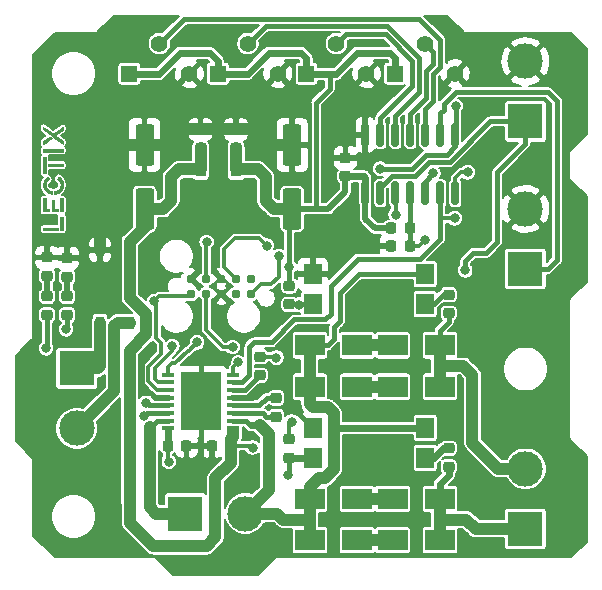
<source format=gtl>
G04 #@! TF.GenerationSoftware,KiCad,Pcbnew,6.0.9-8da3e8f707~116~ubuntu20.04.1*
G04 #@! TF.CreationDate,2023-04-19T18:18:49+00:00*
G04 #@! TF.ProjectId,LEC032002,4c454330-3332-4303-9032-2e6b69636164,rev?*
G04 #@! TF.SameCoordinates,Original*
G04 #@! TF.FileFunction,Copper,L1,Top*
G04 #@! TF.FilePolarity,Positive*
%FSLAX46Y46*%
G04 Gerber Fmt 4.6, Leading zero omitted, Abs format (unit mm)*
G04 Created by KiCad (PCBNEW 6.0.9-8da3e8f707~116~ubuntu20.04.1) date 2023-04-19 18:18:49*
%MOMM*%
%LPD*%
G01*
G04 APERTURE LIST*
G04 Aperture macros list*
%AMRoundRect*
0 Rectangle with rounded corners*
0 $1 Rounding radius*
0 $2 $3 $4 $5 $6 $7 $8 $9 X,Y pos of 4 corners*
0 Add a 4 corners polygon primitive as box body*
4,1,4,$2,$3,$4,$5,$6,$7,$8,$9,$2,$3,0*
0 Add four circle primitives for the rounded corners*
1,1,$1+$1,$2,$3*
1,1,$1+$1,$4,$5*
1,1,$1+$1,$6,$7*
1,1,$1+$1,$8,$9*
0 Add four rect primitives between the rounded corners*
20,1,$1+$1,$2,$3,$4,$5,0*
20,1,$1+$1,$4,$5,$6,$7,0*
20,1,$1+$1,$6,$7,$8,$9,0*
20,1,$1+$1,$8,$9,$2,$3,0*%
%AMFreePoly0*
4,1,9,3.862500,-0.866500,0.737500,-0.866500,0.737500,-0.450000,-0.737500,-0.450000,-0.737500,0.450000,0.737500,0.450000,0.737500,0.866500,3.862500,0.866500,3.862500,-0.866500,3.862500,-0.866500,$1*%
G04 Aperture macros list end*
G04 #@! TA.AperFunction,EtchedComponent*
%ADD10C,0.010000*%
G04 #@! TD*
G04 #@! TA.AperFunction,SMDPad,CuDef*
%ADD11RoundRect,0.218750X0.256250X-0.218750X0.256250X0.218750X-0.256250X0.218750X-0.256250X-0.218750X0*%
G04 #@! TD*
G04 #@! TA.AperFunction,SMDPad,CuDef*
%ADD12RoundRect,0.250000X0.550000X-1.500000X0.550000X1.500000X-0.550000X1.500000X-0.550000X-1.500000X0*%
G04 #@! TD*
G04 #@! TA.AperFunction,SMDPad,CuDef*
%ADD13RoundRect,0.218750X0.218750X0.256250X-0.218750X0.256250X-0.218750X-0.256250X0.218750X-0.256250X0*%
G04 #@! TD*
G04 #@! TA.AperFunction,SMDPad,CuDef*
%ADD14RoundRect,0.218750X-0.256250X0.218750X-0.256250X-0.218750X0.256250X-0.218750X0.256250X0.218750X0*%
G04 #@! TD*
G04 #@! TA.AperFunction,SMDPad,CuDef*
%ADD15R,0.800000X1.000000*%
G04 #@! TD*
G04 #@! TA.AperFunction,SMDPad,CuDef*
%ADD16R,2.500000X1.800000*%
G04 #@! TD*
G04 #@! TA.AperFunction,ComponentPad*
%ADD17R,3.000000X3.000000*%
G04 #@! TD*
G04 #@! TA.AperFunction,ComponentPad*
%ADD18C,3.000000*%
G04 #@! TD*
G04 #@! TA.AperFunction,ConnectorPad*
%ADD19C,0.787400*%
G04 #@! TD*
G04 #@! TA.AperFunction,SMDPad,CuDef*
%ADD20RoundRect,0.218750X-0.218750X-0.256250X0.218750X-0.256250X0.218750X0.256250X-0.218750X0.256250X0*%
G04 #@! TD*
G04 #@! TA.AperFunction,ComponentPad*
%ADD21R,1.400000X1.400000*%
G04 #@! TD*
G04 #@! TA.AperFunction,ComponentPad*
%ADD22C,1.400000*%
G04 #@! TD*
G04 #@! TA.AperFunction,SMDPad,CuDef*
%ADD23RoundRect,0.150000X0.150000X-0.825000X0.150000X0.825000X-0.150000X0.825000X-0.150000X-0.825000X0*%
G04 #@! TD*
G04 #@! TA.AperFunction,SMDPad,CuDef*
%ADD24R,0.900000X1.300000*%
G04 #@! TD*
G04 #@! TA.AperFunction,SMDPad,CuDef*
%ADD25FreePoly0,270.000000*%
G04 #@! TD*
G04 #@! TA.AperFunction,SMDPad,CuDef*
%ADD26R,1.050000X0.450000*%
G04 #@! TD*
G04 #@! TA.AperFunction,ComponentPad*
%ADD27C,0.600000*%
G04 #@! TD*
G04 #@! TA.AperFunction,SMDPad,CuDef*
%ADD28R,3.400000X5.000000*%
G04 #@! TD*
G04 #@! TA.AperFunction,SMDPad,CuDef*
%ADD29R,1.500000X1.780000*%
G04 #@! TD*
G04 #@! TA.AperFunction,ViaPad*
%ADD30C,0.800000*%
G04 #@! TD*
G04 #@! TA.AperFunction,Conductor*
%ADD31C,1.000000*%
G04 #@! TD*
G04 #@! TA.AperFunction,Conductor*
%ADD32C,0.400000*%
G04 #@! TD*
G04 #@! TA.AperFunction,Conductor*
%ADD33C,0.300000*%
G04 #@! TD*
G04 #@! TA.AperFunction,Conductor*
%ADD34C,0.600000*%
G04 #@! TD*
G04 #@! TA.AperFunction,Conductor*
%ADD35C,0.500000*%
G04 #@! TD*
G04 #@! TA.AperFunction,Conductor*
%ADD36C,0.200000*%
G04 #@! TD*
G04 APERTURE END LIST*
G04 #@! TO.C,LOGO1*
G36*
X160747001Y-84079871D02*
G01*
X160753439Y-84083923D01*
X160762779Y-84090183D01*
X160774461Y-84098245D01*
X160787928Y-84107707D01*
X160802622Y-84118162D01*
X160817984Y-84129207D01*
X160833457Y-84140438D01*
X160848483Y-84151449D01*
X160862504Y-84161838D01*
X160874962Y-84171199D01*
X160885298Y-84179128D01*
X160892955Y-84185221D01*
X160897375Y-84189073D01*
X160898247Y-84190190D01*
X160896223Y-84191929D01*
X160890295Y-84196496D01*
X160880671Y-84203736D01*
X160867561Y-84213498D01*
X160851174Y-84225627D01*
X160831719Y-84239971D01*
X160809405Y-84256375D01*
X160784442Y-84274687D01*
X160757037Y-84294753D01*
X160727402Y-84316421D01*
X160695743Y-84339535D01*
X160662272Y-84363944D01*
X160627196Y-84389494D01*
X160590724Y-84416032D01*
X160553067Y-84443404D01*
X160541493Y-84451810D01*
X160503445Y-84479442D01*
X160466468Y-84506293D01*
X160430772Y-84532211D01*
X160396572Y-84557040D01*
X160364081Y-84580626D01*
X160333511Y-84602814D01*
X160305075Y-84623451D01*
X160278985Y-84642382D01*
X160255456Y-84659452D01*
X160234699Y-84674507D01*
X160216927Y-84687392D01*
X160202354Y-84697953D01*
X160191192Y-84706036D01*
X160183654Y-84711486D01*
X160179952Y-84714149D01*
X160179630Y-84714375D01*
X160178417Y-84715123D01*
X160177412Y-84715285D01*
X160176595Y-84714437D01*
X160175947Y-84712156D01*
X160175449Y-84708019D01*
X160175081Y-84701601D01*
X160174823Y-84692478D01*
X160174655Y-84680228D01*
X160174559Y-84664427D01*
X160174514Y-84644651D01*
X160174500Y-84620475D01*
X160174499Y-84603446D01*
X160174500Y-84489032D01*
X160457044Y-84283731D01*
X160490835Y-84259201D01*
X160523537Y-84235507D01*
X160554909Y-84212820D01*
X160584714Y-84191311D01*
X160612711Y-84171152D01*
X160638663Y-84152513D01*
X160662329Y-84135565D01*
X160683470Y-84120480D01*
X160701848Y-84107429D01*
X160717223Y-84096582D01*
X160729356Y-84088111D01*
X160738009Y-84082186D01*
X160742942Y-84078979D01*
X160744021Y-84078430D01*
X160747001Y-84079871D01*
G37*
D10*
X160747001Y-84079871D02*
X160753439Y-84083923D01*
X160762779Y-84090183D01*
X160774461Y-84098245D01*
X160787928Y-84107707D01*
X160802622Y-84118162D01*
X160817984Y-84129207D01*
X160833457Y-84140438D01*
X160848483Y-84151449D01*
X160862504Y-84161838D01*
X160874962Y-84171199D01*
X160885298Y-84179128D01*
X160892955Y-84185221D01*
X160897375Y-84189073D01*
X160898247Y-84190190D01*
X160896223Y-84191929D01*
X160890295Y-84196496D01*
X160880671Y-84203736D01*
X160867561Y-84213498D01*
X160851174Y-84225627D01*
X160831719Y-84239971D01*
X160809405Y-84256375D01*
X160784442Y-84274687D01*
X160757037Y-84294753D01*
X160727402Y-84316421D01*
X160695743Y-84339535D01*
X160662272Y-84363944D01*
X160627196Y-84389494D01*
X160590724Y-84416032D01*
X160553067Y-84443404D01*
X160541493Y-84451810D01*
X160503445Y-84479442D01*
X160466468Y-84506293D01*
X160430772Y-84532211D01*
X160396572Y-84557040D01*
X160364081Y-84580626D01*
X160333511Y-84602814D01*
X160305075Y-84623451D01*
X160278985Y-84642382D01*
X160255456Y-84659452D01*
X160234699Y-84674507D01*
X160216927Y-84687392D01*
X160202354Y-84697953D01*
X160191192Y-84706036D01*
X160183654Y-84711486D01*
X160179952Y-84714149D01*
X160179630Y-84714375D01*
X160178417Y-84715123D01*
X160177412Y-84715285D01*
X160176595Y-84714437D01*
X160175947Y-84712156D01*
X160175449Y-84708019D01*
X160175081Y-84701601D01*
X160174823Y-84692478D01*
X160174655Y-84680228D01*
X160174559Y-84664427D01*
X160174514Y-84644651D01*
X160174500Y-84620475D01*
X160174499Y-84603446D01*
X160174500Y-84489032D01*
X160457044Y-84283731D01*
X160490835Y-84259201D01*
X160523537Y-84235507D01*
X160554909Y-84212820D01*
X160584714Y-84191311D01*
X160612711Y-84171152D01*
X160638663Y-84152513D01*
X160662329Y-84135565D01*
X160683470Y-84120480D01*
X160701848Y-84107429D01*
X160717223Y-84096582D01*
X160729356Y-84088111D01*
X160738009Y-84082186D01*
X160742942Y-84078979D01*
X160744021Y-84078430D01*
X160747001Y-84079871D01*
G36*
X161845820Y-85352240D02*
G01*
X160174500Y-85352240D01*
X160174500Y-85131260D01*
X161845820Y-85131260D01*
X161845820Y-85352240D01*
G37*
X161845820Y-85352240D02*
X160174500Y-85352240D01*
X160174500Y-85131260D01*
X161845820Y-85131260D01*
X161845820Y-85352240D01*
G36*
X160395480Y-87168340D02*
G01*
X160174500Y-87168340D01*
X160174500Y-85799280D01*
X160395480Y-85799280D01*
X160395480Y-87168340D01*
G37*
X160395480Y-87168340D02*
X160174500Y-87168340D01*
X160174500Y-85799280D01*
X160395480Y-85799280D01*
X160395480Y-87168340D01*
G36*
X161109220Y-90190940D02*
G01*
X161452120Y-90190940D01*
X161452120Y-90411920D01*
X160885700Y-90411920D01*
X160885700Y-89431480D01*
X161109220Y-89431480D01*
X161109220Y-90190940D01*
G37*
X161109220Y-90190940D02*
X161452120Y-90190940D01*
X161452120Y-90411920D01*
X160885700Y-90411920D01*
X160885700Y-89431480D01*
X161109220Y-89431480D01*
X161109220Y-90190940D01*
G36*
X161462864Y-87474350D02*
G01*
X161468246Y-87476764D01*
X161476130Y-87481171D01*
X161487022Y-87487839D01*
X161501432Y-87497037D01*
X161506730Y-87500468D01*
X161557247Y-87536255D01*
X161604456Y-87575767D01*
X161648181Y-87618747D01*
X161688245Y-87664939D01*
X161724473Y-87714085D01*
X161756690Y-87765929D01*
X161784719Y-87820214D01*
X161808386Y-87876683D01*
X161827513Y-87935078D01*
X161840608Y-87988614D01*
X161844715Y-88009549D01*
X161847937Y-88028693D01*
X161850387Y-88047214D01*
X161852177Y-88066279D01*
X161853419Y-88087056D01*
X161854226Y-88110714D01*
X161854665Y-88134810D01*
X161854860Y-88153035D01*
X161854960Y-88169929D01*
X161854966Y-88184719D01*
X161854880Y-88196633D01*
X161854704Y-88204897D01*
X161854485Y-88208470D01*
X161853741Y-88214358D01*
X161852630Y-88223690D01*
X161851341Y-88234862D01*
X161850735Y-88240220D01*
X161842047Y-88295997D01*
X161828574Y-88351993D01*
X161810545Y-88407599D01*
X161788188Y-88462206D01*
X161761731Y-88515203D01*
X161731401Y-88565981D01*
X161725955Y-88574230D01*
X161705098Y-88604202D01*
X161684653Y-88630956D01*
X161663317Y-88656058D01*
X161639790Y-88681073D01*
X161624501Y-88696282D01*
X161577656Y-88738480D01*
X161528179Y-88776384D01*
X161476236Y-88809914D01*
X161421994Y-88838986D01*
X161365618Y-88863518D01*
X161307274Y-88883426D01*
X161247129Y-88898629D01*
X161201477Y-88906813D01*
X161192261Y-88908020D01*
X161179810Y-88909423D01*
X161165307Y-88910913D01*
X161149937Y-88912382D01*
X161134885Y-88913719D01*
X161121334Y-88914815D01*
X161110470Y-88915562D01*
X161103505Y-88915850D01*
X161103107Y-88913398D01*
X161102738Y-88906379D01*
X161102405Y-88895308D01*
X161102119Y-88880696D01*
X161101886Y-88863059D01*
X161101717Y-88842909D01*
X161101620Y-88820759D01*
X161101600Y-88804481D01*
X161101600Y-88693101D01*
X161135255Y-88691598D01*
X161184642Y-88686880D01*
X161233391Y-88677286D01*
X161281126Y-88663012D01*
X161327472Y-88644257D01*
X161372055Y-88621216D01*
X161414500Y-88594087D01*
X161454432Y-88563067D01*
X161491476Y-88528352D01*
X161525258Y-88490140D01*
X161530066Y-88484060D01*
X161558193Y-88443962D01*
X161582754Y-88400655D01*
X161603491Y-88354786D01*
X161620147Y-88307001D01*
X161632466Y-88257946D01*
X161640191Y-88208267D01*
X161640331Y-88206939D01*
X161641812Y-88185583D01*
X161642277Y-88160988D01*
X161641784Y-88134830D01*
X161640393Y-88108784D01*
X161638161Y-88084525D01*
X161635369Y-88064960D01*
X161623968Y-88014580D01*
X161608011Y-87965829D01*
X161587722Y-87919027D01*
X161563326Y-87874494D01*
X161535050Y-87832553D01*
X161503119Y-87793523D01*
X161467757Y-87757725D01*
X161429189Y-87725479D01*
X161387642Y-87697107D01*
X161369570Y-87686541D01*
X161361866Y-87682236D01*
X161356162Y-87679023D01*
X161353660Y-87677581D01*
X161353648Y-87677572D01*
X161354589Y-87675282D01*
X161357586Y-87669034D01*
X161362356Y-87659378D01*
X161368617Y-87646866D01*
X161376087Y-87632050D01*
X161384484Y-87615482D01*
X161393526Y-87597712D01*
X161402930Y-87579291D01*
X161412414Y-87560773D01*
X161421697Y-87542708D01*
X161430496Y-87525647D01*
X161438530Y-87510143D01*
X161445515Y-87496746D01*
X161451170Y-87486008D01*
X161455212Y-87478481D01*
X161457360Y-87474716D01*
X161457574Y-87474421D01*
X161459476Y-87473658D01*
X161462864Y-87474350D01*
G37*
X161462864Y-87474350D02*
X161468246Y-87476764D01*
X161476130Y-87481171D01*
X161487022Y-87487839D01*
X161501432Y-87497037D01*
X161506730Y-87500468D01*
X161557247Y-87536255D01*
X161604456Y-87575767D01*
X161648181Y-87618747D01*
X161688245Y-87664939D01*
X161724473Y-87714085D01*
X161756690Y-87765929D01*
X161784719Y-87820214D01*
X161808386Y-87876683D01*
X161827513Y-87935078D01*
X161840608Y-87988614D01*
X161844715Y-88009549D01*
X161847937Y-88028693D01*
X161850387Y-88047214D01*
X161852177Y-88066279D01*
X161853419Y-88087056D01*
X161854226Y-88110714D01*
X161854665Y-88134810D01*
X161854860Y-88153035D01*
X161854960Y-88169929D01*
X161854966Y-88184719D01*
X161854880Y-88196633D01*
X161854704Y-88204897D01*
X161854485Y-88208470D01*
X161853741Y-88214358D01*
X161852630Y-88223690D01*
X161851341Y-88234862D01*
X161850735Y-88240220D01*
X161842047Y-88295997D01*
X161828574Y-88351993D01*
X161810545Y-88407599D01*
X161788188Y-88462206D01*
X161761731Y-88515203D01*
X161731401Y-88565981D01*
X161725955Y-88574230D01*
X161705098Y-88604202D01*
X161684653Y-88630956D01*
X161663317Y-88656058D01*
X161639790Y-88681073D01*
X161624501Y-88696282D01*
X161577656Y-88738480D01*
X161528179Y-88776384D01*
X161476236Y-88809914D01*
X161421994Y-88838986D01*
X161365618Y-88863518D01*
X161307274Y-88883426D01*
X161247129Y-88898629D01*
X161201477Y-88906813D01*
X161192261Y-88908020D01*
X161179810Y-88909423D01*
X161165307Y-88910913D01*
X161149937Y-88912382D01*
X161134885Y-88913719D01*
X161121334Y-88914815D01*
X161110470Y-88915562D01*
X161103505Y-88915850D01*
X161103107Y-88913398D01*
X161102738Y-88906379D01*
X161102405Y-88895308D01*
X161102119Y-88880696D01*
X161101886Y-88863059D01*
X161101717Y-88842909D01*
X161101620Y-88820759D01*
X161101600Y-88804481D01*
X161101600Y-88693101D01*
X161135255Y-88691598D01*
X161184642Y-88686880D01*
X161233391Y-88677286D01*
X161281126Y-88663012D01*
X161327472Y-88644257D01*
X161372055Y-88621216D01*
X161414500Y-88594087D01*
X161454432Y-88563067D01*
X161491476Y-88528352D01*
X161525258Y-88490140D01*
X161530066Y-88484060D01*
X161558193Y-88443962D01*
X161582754Y-88400655D01*
X161603491Y-88354786D01*
X161620147Y-88307001D01*
X161632466Y-88257946D01*
X161640191Y-88208267D01*
X161640331Y-88206939D01*
X161641812Y-88185583D01*
X161642277Y-88160988D01*
X161641784Y-88134830D01*
X161640393Y-88108784D01*
X161638161Y-88084525D01*
X161635369Y-88064960D01*
X161623968Y-88014580D01*
X161608011Y-87965829D01*
X161587722Y-87919027D01*
X161563326Y-87874494D01*
X161535050Y-87832553D01*
X161503119Y-87793523D01*
X161467757Y-87757725D01*
X161429189Y-87725479D01*
X161387642Y-87697107D01*
X161369570Y-87686541D01*
X161361866Y-87682236D01*
X161356162Y-87679023D01*
X161353660Y-87677581D01*
X161353648Y-87677572D01*
X161354589Y-87675282D01*
X161357586Y-87669034D01*
X161362356Y-87659378D01*
X161368617Y-87646866D01*
X161376087Y-87632050D01*
X161384484Y-87615482D01*
X161393526Y-87597712D01*
X161402930Y-87579291D01*
X161412414Y-87560773D01*
X161421697Y-87542708D01*
X161430496Y-87525647D01*
X161438530Y-87510143D01*
X161445515Y-87496746D01*
X161451170Y-87486008D01*
X161455212Y-87478481D01*
X161457360Y-87474716D01*
X161457574Y-87474421D01*
X161459476Y-87473658D01*
X161462864Y-87474350D01*
G36*
X161853440Y-92009580D02*
G01*
X161629920Y-92009580D01*
X161629920Y-90861500D01*
X161853440Y-90861500D01*
X161853440Y-92009580D01*
G37*
X161853440Y-92009580D02*
X161629920Y-92009580D01*
X161629920Y-90861500D01*
X161853440Y-90861500D01*
X161853440Y-92009580D01*
G36*
X161845820Y-86599380D02*
G01*
X160563120Y-86599380D01*
X160563120Y-86378400D01*
X161845820Y-86378400D01*
X161845820Y-86599380D01*
G37*
X161845820Y-86599380D02*
X160563120Y-86599380D01*
X160563120Y-86378400D01*
X161845820Y-86378400D01*
X161845820Y-86599380D01*
G36*
X161853440Y-90409380D02*
G01*
X161629920Y-90409380D01*
X161629920Y-89317180D01*
X161853440Y-89317180D01*
X161853440Y-90409380D01*
G37*
X161853440Y-90409380D02*
X161629920Y-90409380D01*
X161629920Y-89317180D01*
X161853440Y-89317180D01*
X161853440Y-90409380D01*
G36*
X161452120Y-92009580D02*
G01*
X160177040Y-92009580D01*
X160177040Y-91788600D01*
X161452120Y-91788600D01*
X161452120Y-92009580D01*
G37*
X161452120Y-92009580D02*
X160177040Y-92009580D01*
X160177040Y-91788600D01*
X161452120Y-91788600D01*
X161452120Y-92009580D01*
G36*
X160548046Y-87510073D02*
G01*
X160549794Y-87512384D01*
X160553936Y-87518416D01*
X160560116Y-87527624D01*
X160567976Y-87539459D01*
X160577159Y-87553373D01*
X160587308Y-87568819D01*
X160598066Y-87585250D01*
X160609075Y-87602117D01*
X160619979Y-87618873D01*
X160630419Y-87634971D01*
X160640039Y-87649862D01*
X160648482Y-87663000D01*
X160655390Y-87673835D01*
X160660407Y-87681822D01*
X160663174Y-87686412D01*
X160663584Y-87687206D01*
X160662718Y-87690032D01*
X160658095Y-87694095D01*
X160649339Y-87699695D01*
X160643914Y-87702816D01*
X160616428Y-87719911D01*
X160588002Y-87740573D01*
X160559852Y-87763771D01*
X160533197Y-87788472D01*
X160509254Y-87813644D01*
X160499140Y-87825520D01*
X160469172Y-87866154D01*
X160443127Y-87909753D01*
X160421226Y-87955804D01*
X160403690Y-88003792D01*
X160390740Y-88053203D01*
X160383813Y-88093548D01*
X160381768Y-88115054D01*
X160380722Y-88139779D01*
X160380637Y-88166240D01*
X160381480Y-88192955D01*
X160383214Y-88218443D01*
X160385804Y-88241221D01*
X160387603Y-88252174D01*
X160399608Y-88302714D01*
X160416099Y-88351225D01*
X160436857Y-88397466D01*
X160461666Y-88441196D01*
X160490308Y-88482174D01*
X160522566Y-88520159D01*
X160558223Y-88554910D01*
X160597062Y-88586186D01*
X160638864Y-88613748D01*
X160683413Y-88637352D01*
X160730492Y-88656760D01*
X160761621Y-88666801D01*
X160806052Y-88677444D01*
X160852105Y-88684072D01*
X160890145Y-88686568D01*
X160931420Y-88687972D01*
X160931420Y-88908969D01*
X160886335Y-88907493D01*
X160826765Y-88903049D01*
X160768219Y-88893761D01*
X160710945Y-88879804D01*
X160655192Y-88861357D01*
X160601206Y-88838595D01*
X160549239Y-88811694D01*
X160499537Y-88780832D01*
X160452349Y-88746184D01*
X160407923Y-88707927D01*
X160366510Y-88666238D01*
X160328355Y-88621292D01*
X160293709Y-88573267D01*
X160262820Y-88522339D01*
X160235936Y-88468684D01*
X160222046Y-88435800D01*
X160203465Y-88382923D01*
X160188763Y-88328211D01*
X160177716Y-88270795D01*
X160175434Y-88255460D01*
X160173688Y-88239281D01*
X160172339Y-88219218D01*
X160171399Y-88196456D01*
X160170875Y-88172175D01*
X160170777Y-88147559D01*
X160171115Y-88123791D01*
X160171898Y-88102051D01*
X160173135Y-88083524D01*
X160174013Y-88075120D01*
X160184111Y-88013464D01*
X160198858Y-87953518D01*
X160218120Y-87895498D01*
X160241760Y-87839620D01*
X160269642Y-87786099D01*
X160301632Y-87735150D01*
X160337592Y-87686988D01*
X160377388Y-87641829D01*
X160420884Y-87599889D01*
X160467944Y-87561383D01*
X160518433Y-87526525D01*
X160520462Y-87525247D01*
X160530604Y-87519050D01*
X160539176Y-87514127D01*
X160545284Y-87510968D01*
X160548034Y-87510067D01*
X160548046Y-87510073D01*
G37*
X160548046Y-87510073D02*
X160549794Y-87512384D01*
X160553936Y-87518416D01*
X160560116Y-87527624D01*
X160567976Y-87539459D01*
X160577159Y-87553373D01*
X160587308Y-87568819D01*
X160598066Y-87585250D01*
X160609075Y-87602117D01*
X160619979Y-87618873D01*
X160630419Y-87634971D01*
X160640039Y-87649862D01*
X160648482Y-87663000D01*
X160655390Y-87673835D01*
X160660407Y-87681822D01*
X160663174Y-87686412D01*
X160663584Y-87687206D01*
X160662718Y-87690032D01*
X160658095Y-87694095D01*
X160649339Y-87699695D01*
X160643914Y-87702816D01*
X160616428Y-87719911D01*
X160588002Y-87740573D01*
X160559852Y-87763771D01*
X160533197Y-87788472D01*
X160509254Y-87813644D01*
X160499140Y-87825520D01*
X160469172Y-87866154D01*
X160443127Y-87909753D01*
X160421226Y-87955804D01*
X160403690Y-88003792D01*
X160390740Y-88053203D01*
X160383813Y-88093548D01*
X160381768Y-88115054D01*
X160380722Y-88139779D01*
X160380637Y-88166240D01*
X160381480Y-88192955D01*
X160383214Y-88218443D01*
X160385804Y-88241221D01*
X160387603Y-88252174D01*
X160399608Y-88302714D01*
X160416099Y-88351225D01*
X160436857Y-88397466D01*
X160461666Y-88441196D01*
X160490308Y-88482174D01*
X160522566Y-88520159D01*
X160558223Y-88554910D01*
X160597062Y-88586186D01*
X160638864Y-88613748D01*
X160683413Y-88637352D01*
X160730492Y-88656760D01*
X160761621Y-88666801D01*
X160806052Y-88677444D01*
X160852105Y-88684072D01*
X160890145Y-88686568D01*
X160931420Y-88687972D01*
X160931420Y-88908969D01*
X160886335Y-88907493D01*
X160826765Y-88903049D01*
X160768219Y-88893761D01*
X160710945Y-88879804D01*
X160655192Y-88861357D01*
X160601206Y-88838595D01*
X160549239Y-88811694D01*
X160499537Y-88780832D01*
X160452349Y-88746184D01*
X160407923Y-88707927D01*
X160366510Y-88666238D01*
X160328355Y-88621292D01*
X160293709Y-88573267D01*
X160262820Y-88522339D01*
X160235936Y-88468684D01*
X160222046Y-88435800D01*
X160203465Y-88382923D01*
X160188763Y-88328211D01*
X160177716Y-88270795D01*
X160175434Y-88255460D01*
X160173688Y-88239281D01*
X160172339Y-88219218D01*
X160171399Y-88196456D01*
X160170875Y-88172175D01*
X160170777Y-88147559D01*
X160171115Y-88123791D01*
X160171898Y-88102051D01*
X160173135Y-88083524D01*
X160174013Y-88075120D01*
X160184111Y-88013464D01*
X160198858Y-87953518D01*
X160218120Y-87895498D01*
X160241760Y-87839620D01*
X160269642Y-87786099D01*
X160301632Y-87735150D01*
X160337592Y-87686988D01*
X160377388Y-87641829D01*
X160420884Y-87599889D01*
X160467944Y-87561383D01*
X160518433Y-87526525D01*
X160520462Y-87525247D01*
X160530604Y-87519050D01*
X160539176Y-87514127D01*
X160545284Y-87510968D01*
X160548034Y-87510067D01*
X160548046Y-87510073D01*
G36*
X160387860Y-90190940D02*
G01*
X160700280Y-90190940D01*
X160700280Y-90414460D01*
X160166880Y-90414460D01*
X160166880Y-89317180D01*
X160387860Y-89317180D01*
X160387860Y-90190940D01*
G37*
X160387860Y-90190940D02*
X160700280Y-90190940D01*
X160700280Y-90414460D01*
X160166880Y-90414460D01*
X160166880Y-89317180D01*
X160387860Y-89317180D01*
X160387860Y-90190940D01*
G36*
X160599183Y-83547852D02*
G01*
X160640298Y-83577936D01*
X160680325Y-83607213D01*
X160719069Y-83635542D01*
X160756338Y-83662783D01*
X160791940Y-83688794D01*
X160825680Y-83713434D01*
X160857366Y-83736564D01*
X160886806Y-83758043D01*
X160913806Y-83777729D01*
X160938172Y-83795482D01*
X160959713Y-83811161D01*
X160978236Y-83824626D01*
X160993546Y-83835735D01*
X161005452Y-83844349D01*
X161013760Y-83850326D01*
X161018277Y-83853526D01*
X161019087Y-83854054D01*
X161021269Y-83852593D01*
X161027370Y-83848293D01*
X161037192Y-83841297D01*
X161050541Y-83831744D01*
X161067220Y-83819776D01*
X161087032Y-83805535D01*
X161109783Y-83789162D01*
X161135275Y-83770798D01*
X161163314Y-83750584D01*
X161193701Y-83728663D01*
X161226243Y-83705175D01*
X161260742Y-83680261D01*
X161297003Y-83654062D01*
X161334829Y-83626721D01*
X161374025Y-83598378D01*
X161414395Y-83569175D01*
X161430766Y-83557329D01*
X161471564Y-83527810D01*
X161511274Y-83499087D01*
X161549701Y-83471301D01*
X161586647Y-83444595D01*
X161621916Y-83419111D01*
X161655310Y-83394990D01*
X161686635Y-83372374D01*
X161715692Y-83351405D01*
X161742285Y-83332225D01*
X161766218Y-83314975D01*
X161787293Y-83299798D01*
X161805315Y-83286836D01*
X161820086Y-83276230D01*
X161831411Y-83268122D01*
X161839091Y-83262654D01*
X161842932Y-83259967D01*
X161843347Y-83259704D01*
X161843981Y-83261984D01*
X161844522Y-83269178D01*
X161844969Y-83281122D01*
X161845317Y-83297651D01*
X161845563Y-83318600D01*
X161845703Y-83343804D01*
X161845734Y-83372734D01*
X161845649Y-83486610D01*
X161511780Y-83727910D01*
X161475037Y-83754474D01*
X161439426Y-83780235D01*
X161405163Y-83805035D01*
X161372466Y-83828717D01*
X161341550Y-83851124D01*
X161312632Y-83872098D01*
X161285929Y-83891483D01*
X161261658Y-83909120D01*
X161240034Y-83924853D01*
X161221274Y-83938525D01*
X161205596Y-83949977D01*
X161193215Y-83959052D01*
X161184347Y-83965594D01*
X161179211Y-83969444D01*
X161177933Y-83970480D01*
X161179950Y-83972094D01*
X161185854Y-83976545D01*
X161195427Y-83983676D01*
X161208455Y-83993326D01*
X161224722Y-84005339D01*
X161244010Y-84019553D01*
X161266106Y-84035812D01*
X161290791Y-84053956D01*
X161317851Y-84073827D01*
X161347070Y-84095266D01*
X161378231Y-84118113D01*
X161411119Y-84142211D01*
X161445518Y-84167400D01*
X161481211Y-84193523D01*
X161509644Y-84214320D01*
X161546214Y-84241075D01*
X161581667Y-84267035D01*
X161615786Y-84292039D01*
X161648355Y-84315928D01*
X161679156Y-84338542D01*
X161707973Y-84359721D01*
X161734589Y-84379307D01*
X161758787Y-84397137D01*
X161780350Y-84413054D01*
X161799061Y-84426898D01*
X161814704Y-84438507D01*
X161827061Y-84447724D01*
X161835916Y-84454387D01*
X161841051Y-84458338D01*
X161842335Y-84459430D01*
X161842529Y-84462426D01*
X161842680Y-84469975D01*
X161842789Y-84481550D01*
X161842853Y-84496625D01*
X161842870Y-84514673D01*
X161842839Y-84535167D01*
X161842759Y-84557581D01*
X161842672Y-84574352D01*
X161842010Y-84686733D01*
X161013970Y-84080775D01*
X160955907Y-84038283D01*
X160898878Y-83996543D01*
X160843019Y-83955657D01*
X160788469Y-83915724D01*
X160735363Y-83876846D01*
X160683839Y-83839122D01*
X160634036Y-83802653D01*
X160586089Y-83767541D01*
X160540136Y-83733885D01*
X160496314Y-83701786D01*
X160454761Y-83671345D01*
X160415614Y-83642662D01*
X160379011Y-83615838D01*
X160345087Y-83590973D01*
X160313981Y-83568168D01*
X160285831Y-83547523D01*
X160260772Y-83529140D01*
X160238943Y-83513118D01*
X160220481Y-83499559D01*
X160205522Y-83488563D01*
X160194205Y-83480229D01*
X160186667Y-83474660D01*
X160183044Y-83471955D01*
X160182728Y-83471706D01*
X160181936Y-83469871D01*
X160181292Y-83465807D01*
X160180789Y-83459140D01*
X160180418Y-83449496D01*
X160180171Y-83436503D01*
X160180039Y-83419788D01*
X160180016Y-83398976D01*
X160180092Y-83373696D01*
X160180188Y-83355150D01*
X160180850Y-83241704D01*
X160599183Y-83547852D01*
G37*
X160599183Y-83547852D02*
X160640298Y-83577936D01*
X160680325Y-83607213D01*
X160719069Y-83635542D01*
X160756338Y-83662783D01*
X160791940Y-83688794D01*
X160825680Y-83713434D01*
X160857366Y-83736564D01*
X160886806Y-83758043D01*
X160913806Y-83777729D01*
X160938172Y-83795482D01*
X160959713Y-83811161D01*
X160978236Y-83824626D01*
X160993546Y-83835735D01*
X161005452Y-83844349D01*
X161013760Y-83850326D01*
X161018277Y-83853526D01*
X161019087Y-83854054D01*
X161021269Y-83852593D01*
X161027370Y-83848293D01*
X161037192Y-83841297D01*
X161050541Y-83831744D01*
X161067220Y-83819776D01*
X161087032Y-83805535D01*
X161109783Y-83789162D01*
X161135275Y-83770798D01*
X161163314Y-83750584D01*
X161193701Y-83728663D01*
X161226243Y-83705175D01*
X161260742Y-83680261D01*
X161297003Y-83654062D01*
X161334829Y-83626721D01*
X161374025Y-83598378D01*
X161414395Y-83569175D01*
X161430766Y-83557329D01*
X161471564Y-83527810D01*
X161511274Y-83499087D01*
X161549701Y-83471301D01*
X161586647Y-83444595D01*
X161621916Y-83419111D01*
X161655310Y-83394990D01*
X161686635Y-83372374D01*
X161715692Y-83351405D01*
X161742285Y-83332225D01*
X161766218Y-83314975D01*
X161787293Y-83299798D01*
X161805315Y-83286836D01*
X161820086Y-83276230D01*
X161831411Y-83268122D01*
X161839091Y-83262654D01*
X161842932Y-83259967D01*
X161843347Y-83259704D01*
X161843981Y-83261984D01*
X161844522Y-83269178D01*
X161844969Y-83281122D01*
X161845317Y-83297651D01*
X161845563Y-83318600D01*
X161845703Y-83343804D01*
X161845734Y-83372734D01*
X161845649Y-83486610D01*
X161511780Y-83727910D01*
X161475037Y-83754474D01*
X161439426Y-83780235D01*
X161405163Y-83805035D01*
X161372466Y-83828717D01*
X161341550Y-83851124D01*
X161312632Y-83872098D01*
X161285929Y-83891483D01*
X161261658Y-83909120D01*
X161240034Y-83924853D01*
X161221274Y-83938525D01*
X161205596Y-83949977D01*
X161193215Y-83959052D01*
X161184347Y-83965594D01*
X161179211Y-83969444D01*
X161177933Y-83970480D01*
X161179950Y-83972094D01*
X161185854Y-83976545D01*
X161195427Y-83983676D01*
X161208455Y-83993326D01*
X161224722Y-84005339D01*
X161244010Y-84019553D01*
X161266106Y-84035812D01*
X161290791Y-84053956D01*
X161317851Y-84073827D01*
X161347070Y-84095266D01*
X161378231Y-84118113D01*
X161411119Y-84142211D01*
X161445518Y-84167400D01*
X161481211Y-84193523D01*
X161509644Y-84214320D01*
X161546214Y-84241075D01*
X161581667Y-84267035D01*
X161615786Y-84292039D01*
X161648355Y-84315928D01*
X161679156Y-84338542D01*
X161707973Y-84359721D01*
X161734589Y-84379307D01*
X161758787Y-84397137D01*
X161780350Y-84413054D01*
X161799061Y-84426898D01*
X161814704Y-84438507D01*
X161827061Y-84447724D01*
X161835916Y-84454387D01*
X161841051Y-84458338D01*
X161842335Y-84459430D01*
X161842529Y-84462426D01*
X161842680Y-84469975D01*
X161842789Y-84481550D01*
X161842853Y-84496625D01*
X161842870Y-84514673D01*
X161842839Y-84535167D01*
X161842759Y-84557581D01*
X161842672Y-84574352D01*
X161842010Y-84686733D01*
X161013970Y-84080775D01*
X160955907Y-84038283D01*
X160898878Y-83996543D01*
X160843019Y-83955657D01*
X160788469Y-83915724D01*
X160735363Y-83876846D01*
X160683839Y-83839122D01*
X160634036Y-83802653D01*
X160586089Y-83767541D01*
X160540136Y-83733885D01*
X160496314Y-83701786D01*
X160454761Y-83671345D01*
X160415614Y-83642662D01*
X160379011Y-83615838D01*
X160345087Y-83590973D01*
X160313981Y-83568168D01*
X160285831Y-83547523D01*
X160260772Y-83529140D01*
X160238943Y-83513118D01*
X160220481Y-83499559D01*
X160205522Y-83488563D01*
X160194205Y-83480229D01*
X160186667Y-83474660D01*
X160183044Y-83471955D01*
X160182728Y-83471706D01*
X160181936Y-83469871D01*
X160181292Y-83465807D01*
X160180789Y-83459140D01*
X160180418Y-83449496D01*
X160180171Y-83436503D01*
X160180039Y-83419788D01*
X160180016Y-83398976D01*
X160180092Y-83373696D01*
X160180188Y-83355150D01*
X160180850Y-83241704D01*
X160599183Y-83547852D01*
G04 #@! TD*
D11*
G04 #@! TO.P,C1,1*
G04 #@! TO.N,+5V*
X185750000Y-87437500D03*
G04 #@! TO.P,C1,2*
G04 #@! TO.N,GND*
X185750000Y-85862500D03*
G04 #@! TD*
D12*
G04 #@! TO.P,C2,1*
G04 #@! TO.N,Vdrive*
X168750000Y-90200000D03*
G04 #@! TO.P,C2,2*
G04 #@! TO.N,GND*
X168750000Y-84800000D03*
G04 #@! TD*
D11*
G04 #@! TO.P,C3,1*
G04 #@! TO.N,Vdrive*
X173500000Y-85037500D03*
G04 #@! TO.P,C3,2*
G04 #@! TO.N,GND*
X173500000Y-83462500D03*
G04 #@! TD*
D13*
G04 #@! TO.P,C4,1*
G04 #@! TO.N,/RESET*
X191187500Y-93350000D03*
G04 #@! TO.P,C4,2*
G04 #@! TO.N,GND*
X189612500Y-93350000D03*
G04 #@! TD*
D11*
G04 #@! TO.P,C5,1*
G04 #@! TO.N,+5V*
X176500000Y-85037500D03*
G04 #@! TO.P,C5,2*
G04 #@! TO.N,GND*
X176500000Y-83462500D03*
G04 #@! TD*
D12*
G04 #@! TO.P,C6,1*
G04 #@! TO.N,+5V*
X181250000Y-90200000D03*
G04 #@! TO.P,C6,2*
G04 #@! TO.N,GND*
X181250000Y-84800000D03*
G04 #@! TD*
D11*
G04 #@! TO.P,C7,1*
G04 #@! TO.N,Net-(C7-Pad1)*
X179900000Y-107787500D03*
G04 #@! TO.P,C7,2*
G04 #@! TO.N,Net-(C7-Pad2)*
X179900000Y-106212500D03*
G04 #@! TD*
D14*
G04 #@! TO.P,C8,1*
G04 #@! TO.N,Vdrive*
X178500000Y-102712500D03*
G04 #@! TO.P,C8,2*
G04 #@! TO.N,Net-(C8-Pad2)*
X178500000Y-104287500D03*
G04 #@! TD*
D13*
G04 #@! TO.P,C9,1*
G04 #@! TO.N,Vdrive*
X176037500Y-110250000D03*
G04 #@! TO.P,C9,2*
G04 #@! TO.N,GND*
X174462500Y-110250000D03*
G04 #@! TD*
D15*
G04 #@! TO.P,D1,1*
G04 #@! TO.N,Vdrive*
X167520000Y-93675000D03*
G04 #@! TO.P,D1,2*
G04 #@! TO.N,GND*
X164980000Y-93675000D03*
G04 #@! TO.P,D1,3*
G04 #@! TO.N,Net-(D1-Pad3)*
X164980000Y-99825000D03*
G04 #@! TO.P,D1,4*
G04 #@! TO.N,Net-(D1-Pad4)*
X167520000Y-99825000D03*
G04 #@! TD*
D14*
G04 #@! TO.P,D11,1*
G04 #@! TO.N,Net-(D11-Pad1)*
X160500000Y-97612500D03*
G04 #@! TO.P,D11,2*
G04 #@! TO.N,/LED*
X160500000Y-99187500D03*
G04 #@! TD*
D16*
G04 #@! TO.P,D3,1*
G04 #@! TO.N,Net-(D3-Pad1)*
X189750000Y-114750000D03*
G04 #@! TO.P,D3,2*
G04 #@! TO.N,/TRACK_B_END1*
X193750000Y-114750000D03*
G04 #@! TD*
G04 #@! TO.P,D4,1*
G04 #@! TO.N,/TRACK_B*
X182750000Y-114750000D03*
G04 #@! TO.P,D4,2*
G04 #@! TO.N,Net-(D3-Pad1)*
X186750000Y-114750000D03*
G04 #@! TD*
G04 #@! TO.P,D5,1*
G04 #@! TO.N,Net-(D5-Pad1)*
X189750000Y-101750000D03*
G04 #@! TO.P,D5,2*
G04 #@! TO.N,/TRACK_B_END2*
X193750000Y-101750000D03*
G04 #@! TD*
G04 #@! TO.P,D6,1*
G04 #@! TO.N,/TRACK_B*
X182750000Y-101750000D03*
G04 #@! TO.P,D6,2*
G04 #@! TO.N,Net-(D5-Pad1)*
X186750000Y-101750000D03*
G04 #@! TD*
G04 #@! TO.P,D7,1*
G04 #@! TO.N,/TRACK_B_END1*
X193750000Y-118250000D03*
G04 #@! TO.P,D7,2*
G04 #@! TO.N,Net-(D7-Pad2)*
X189750000Y-118250000D03*
G04 #@! TD*
G04 #@! TO.P,D8,1*
G04 #@! TO.N,Net-(D7-Pad2)*
X186750000Y-118250000D03*
G04 #@! TO.P,D8,2*
G04 #@! TO.N,/TRACK_B*
X182750000Y-118250000D03*
G04 #@! TD*
G04 #@! TO.P,D9,1*
G04 #@! TO.N,/TRACK_B_END2*
X193750000Y-105250000D03*
G04 #@! TO.P,D9,2*
G04 #@! TO.N,Net-(D10-Pad1)*
X189750000Y-105250000D03*
G04 #@! TD*
G04 #@! TO.P,D10,1*
G04 #@! TO.N,Net-(D10-Pad1)*
X186750000Y-105250000D03*
G04 #@! TO.P,D10,2*
G04 #@! TO.N,/TRACK_B*
X182750000Y-105250000D03*
G04 #@! TD*
D17*
G04 #@! TO.P,J1,1*
G04 #@! TO.N,Net-(D1-Pad3)*
X163000000Y-103710000D03*
D18*
G04 #@! TO.P,J1,2*
G04 #@! TO.N,Net-(D1-Pad4)*
X163000000Y-108790000D03*
G04 #@! TD*
D17*
G04 #@! TO.P,J2,1*
G04 #@! TO.N,/TRACK_B_END1*
X201000000Y-117290000D03*
D18*
G04 #@! TO.P,J2,2*
G04 #@! TO.N,/TRACK_B_END2*
X201000000Y-112210000D03*
G04 #@! TD*
D17*
G04 #@! TO.P,J3,1*
G04 #@! TO.N,/TRACK_A*
X172210000Y-116000000D03*
D18*
G04 #@! TO.P,J3,2*
G04 #@! TO.N,/TRACK_B*
X177290000Y-116000000D03*
G04 #@! TD*
D17*
G04 #@! TO.P,J4,1*
G04 #@! TO.N,/ILS2*
X201000000Y-82790000D03*
D18*
G04 #@! TO.P,J4,2*
G04 #@! TO.N,GND*
X201000000Y-77710000D03*
G04 #@! TD*
D17*
G04 #@! TO.P,J5,1*
G04 #@! TO.N,/ILS1-SCK*
X201000000Y-95290000D03*
D18*
G04 #@! TO.P,J5,2*
G04 #@! TO.N,GND*
X201000000Y-90210000D03*
G04 #@! TD*
D19*
G04 #@! TO.P,PROG1,1*
G04 #@! TO.N,/MOSI-DIR*
X172710000Y-97385000D03*
G04 #@! TO.P,PROG1,2*
G04 #@! TO.N,+5V*
X173980000Y-97385000D03*
G04 #@! TO.P,PROG1,3*
G04 #@! TO.N,GND*
X175250000Y-97385000D03*
G04 #@! TO.P,PROG1,4*
G04 #@! TO.N,Net-(PROG1-Pad4)*
X176520000Y-97385000D03*
G04 #@! TO.P,PROG1,5*
G04 #@! TO.N,/RESET*
X177790000Y-97385000D03*
G04 #@! TO.P,PROG1,6*
G04 #@! TO.N,Net-(PROG1-Pad6)*
X177790000Y-96115000D03*
G04 #@! TO.P,PROG1,7*
G04 #@! TO.N,/ILS1-SCK*
X176520000Y-96115000D03*
G04 #@! TO.P,PROG1,8*
G04 #@! TO.N,GND*
X175250000Y-96115000D03*
G04 #@! TO.P,PROG1,9*
G04 #@! TO.N,/MISO-M_EN*
X173980000Y-96115000D03*
G04 #@! TO.P,PROG1,10*
G04 #@! TO.N,GND*
X172710000Y-96115000D03*
G04 #@! TD*
D20*
G04 #@! TO.P,R1,1*
G04 #@! TO.N,+5V*
X189612500Y-91850000D03*
G04 #@! TO.P,R1,2*
G04 #@! TO.N,/RESET*
X191187500Y-91850000D03*
G04 #@! TD*
G04 #@! TO.P,R2,1*
G04 #@! TO.N,Net-(R2-Pad1)*
X170712500Y-110250000D03*
G04 #@! TO.P,R2,2*
G04 #@! TO.N,GND*
X172287500Y-110250000D03*
G04 #@! TD*
D11*
G04 #@! TO.P,R3,1*
G04 #@! TO.N,Net-(D2-Pad1)*
X162200000Y-95937500D03*
G04 #@! TO.P,R3,2*
G04 #@! TO.N,GND*
X162200000Y-94362500D03*
G04 #@! TD*
G04 #@! TO.P,R4,1*
G04 #@! TO.N,/TRACK_B_END1*
X194500000Y-112037500D03*
G04 #@! TO.P,R4,2*
G04 #@! TO.N,Net-(R4-Pad2)*
X194500000Y-110462500D03*
G04 #@! TD*
G04 #@! TO.P,R5,1*
G04 #@! TO.N,/TRACK_B_END2*
X194500000Y-99037500D03*
G04 #@! TO.P,R5,2*
G04 #@! TO.N,Net-(R5-Pad2)*
X194500000Y-97462500D03*
G04 #@! TD*
D14*
G04 #@! TO.P,R6,1*
G04 #@! TO.N,+5V*
X181000000Y-109712500D03*
G04 #@! TO.P,R6,2*
G04 #@! TO.N,/ILS1-SCK*
X181000000Y-111287500D03*
G04 #@! TD*
G04 #@! TO.P,R7,1*
G04 #@! TO.N,+5V*
X181000000Y-96712500D03*
G04 #@! TO.P,R7,2*
G04 #@! TO.N,/ILS2*
X181000000Y-98287500D03*
G04 #@! TD*
D21*
G04 #@! TO.P,RV1,1*
G04 #@! TO.N,+5V*
X189960000Y-78750000D03*
D22*
G04 #@! TO.P,RV1,2*
G04 #@! TO.N,/DELAY*
X192500000Y-76210000D03*
G04 #@! TO.P,RV1,3*
G04 #@! TO.N,GND*
X195040000Y-78750000D03*
G04 #@! TD*
D21*
G04 #@! TO.P,RV2,1*
G04 #@! TO.N,+5V*
X182460000Y-78750000D03*
D22*
G04 #@! TO.P,RV2,2*
G04 #@! TO.N,/DECEL*
X185000000Y-76210000D03*
G04 #@! TO.P,RV2,3*
G04 #@! TO.N,GND*
X187540000Y-78750000D03*
G04 #@! TD*
D21*
G04 #@! TO.P,RV3,1*
G04 #@! TO.N,+5V*
X174960000Y-78750000D03*
D22*
G04 #@! TO.P,RV3,2*
G04 #@! TO.N,/ACCEL*
X177500000Y-76210000D03*
G04 #@! TO.P,RV3,3*
G04 #@! TO.N,GND*
X180040000Y-78750000D03*
G04 #@! TD*
D23*
G04 #@! TO.P,U1,1*
G04 #@! TO.N,+5V*
X187440000Y-88875000D03*
G04 #@! TO.P,U1,2*
G04 #@! TO.N,/ILS2*
X188710000Y-88875000D03*
G04 #@! TO.P,U1,3*
G04 #@! TO.N,/MOTOR_FAULT*
X189980000Y-88875000D03*
G04 #@! TO.P,U1,4*
G04 #@! TO.N,/RESET*
X191250000Y-88875000D03*
G04 #@! TO.P,U1,5*
G04 #@! TO.N,/LED*
X192520000Y-88875000D03*
G04 #@! TO.P,U1,6*
G04 #@! TO.N,/MOTOR_CURRENT*
X193790000Y-88875000D03*
G04 #@! TO.P,U1,7*
G04 #@! TO.N,/MOSI-DIR*
X195060000Y-88875000D03*
G04 #@! TO.P,U1,8*
G04 #@! TO.N,/MISO-M_EN*
X195060000Y-83925000D03*
G04 #@! TO.P,U1,9*
G04 #@! TO.N,/ILS1-SCK*
X193790000Y-83925000D03*
G04 #@! TO.P,U1,10*
G04 #@! TO.N,/MAX_SPEED*
X192520000Y-83925000D03*
G04 #@! TO.P,U1,11*
G04 #@! TO.N,/DELAY*
X191250000Y-83925000D03*
G04 #@! TO.P,U1,12*
G04 #@! TO.N,/ACCEL*
X189980000Y-83925000D03*
G04 #@! TO.P,U1,13*
G04 #@! TO.N,/DECEL*
X188710000Y-83925000D03*
G04 #@! TO.P,U1,14*
G04 #@! TO.N,GND*
X187440000Y-83925000D03*
G04 #@! TD*
D24*
G04 #@! TO.P,U2,1*
G04 #@! TO.N,+5V*
X176500000Y-86850000D03*
D25*
G04 #@! TO.P,U2,2*
G04 #@! TO.N,GND*
X175000000Y-86937500D03*
D24*
G04 #@! TO.P,U2,3*
G04 #@! TO.N,Vdrive*
X173500000Y-86850000D03*
G04 #@! TD*
D26*
G04 #@! TO.P,U3,1*
G04 #@! TO.N,/MOTOR_FAULT*
X170725000Y-104225000D03*
G04 #@! TO.P,U3,2*
G04 #@! TO.N,+5V*
X170725000Y-104875000D03*
G04 #@! TO.P,U3,3*
G04 #@! TO.N,/MOSI-DIR*
X170725000Y-105525000D03*
G04 #@! TO.P,U3,4*
G04 #@! TO.N,GND*
X170725000Y-106175000D03*
G04 #@! TO.P,U3,5*
G04 #@! TO.N,+5V*
X170725000Y-106825000D03*
G04 #@! TO.P,U3,6*
G04 #@! TO.N,/MISO-M_EN*
X170725000Y-107475000D03*
G04 #@! TO.P,U3,7*
G04 #@! TO.N,/TRACK_A*
X170725000Y-108125000D03*
G04 #@! TO.P,U3,8*
G04 #@! TO.N,Net-(R2-Pad1)*
X170725000Y-108775000D03*
G04 #@! TO.P,U3,9*
G04 #@! TO.N,Vdrive*
X176275000Y-108775000D03*
G04 #@! TO.P,U3,10*
G04 #@! TO.N,/TRACK_B*
X176275000Y-108125000D03*
G04 #@! TO.P,U3,11*
G04 #@! TO.N,Net-(C7-Pad1)*
X176275000Y-107475000D03*
G04 #@! TO.P,U3,12*
G04 #@! TO.N,Net-(C7-Pad2)*
X176275000Y-106825000D03*
G04 #@! TO.P,U3,13*
G04 #@! TO.N,GND*
X176275000Y-106175000D03*
G04 #@! TO.P,U3,14*
G04 #@! TO.N,Net-(C8-Pad2)*
X176275000Y-105525000D03*
G04 #@! TO.P,U3,15*
G04 #@! TO.N,/MOTOR_CURRENT*
X176275000Y-104875000D03*
G04 #@! TO.P,U3,16*
G04 #@! TO.N,Net-(TP13-Pad1)*
X176275000Y-104225000D03*
D27*
G04 #@! TO.P,U3,17*
G04 #@! TO.N,GND*
X173500000Y-104300000D03*
X174600000Y-106500000D03*
X172400000Y-108700000D03*
D28*
X173500000Y-106500000D03*
D27*
X174600000Y-105400000D03*
X173500000Y-106500000D03*
X174600000Y-107600000D03*
X174600000Y-104300000D03*
X172400000Y-104300000D03*
X172400000Y-105400000D03*
X172400000Y-106500000D03*
X173500000Y-108700000D03*
X172400000Y-107600000D03*
X173500000Y-107600000D03*
X174600000Y-108700000D03*
X173500000Y-105400000D03*
G04 #@! TD*
D29*
G04 #@! TO.P,U4,1*
G04 #@! TO.N,Net-(R4-Pad2)*
X192515000Y-111270000D03*
G04 #@! TO.P,U4,2*
G04 #@! TO.N,/TRACK_B*
X192515000Y-108730000D03*
G04 #@! TO.P,U4,3*
G04 #@! TO.N,GND*
X182985000Y-108730000D03*
G04 #@! TO.P,U4,4*
G04 #@! TO.N,/ILS1-SCK*
X182985000Y-111270000D03*
G04 #@! TD*
G04 #@! TO.P,U5,1*
G04 #@! TO.N,Net-(R5-Pad2)*
X192515000Y-98270000D03*
G04 #@! TO.P,U5,2*
G04 #@! TO.N,/TRACK_B*
X192515000Y-95730000D03*
G04 #@! TO.P,U5,3*
G04 #@! TO.N,GND*
X182985000Y-95730000D03*
G04 #@! TO.P,U5,4*
G04 #@! TO.N,/ILS2*
X182985000Y-98270000D03*
G04 #@! TD*
D21*
G04 #@! TO.P,RV4,1*
G04 #@! TO.N,+5V*
X167460000Y-78750000D03*
D22*
G04 #@! TO.P,RV4,2*
G04 #@! TO.N,/MAX_SPEED*
X170000000Y-76210000D03*
G04 #@! TO.P,RV4,3*
G04 #@! TO.N,GND*
X172540000Y-78750000D03*
G04 #@! TD*
D14*
G04 #@! TO.P,D2,1*
G04 #@! TO.N,Net-(D2-Pad1)*
X162200000Y-97612500D03*
G04 #@! TO.P,D2,2*
G04 #@! TO.N,+5V*
X162200000Y-99187500D03*
G04 #@! TD*
D11*
G04 #@! TO.P,R9,1*
G04 #@! TO.N,Net-(D11-Pad1)*
X160500000Y-95887500D03*
G04 #@! TO.P,R9,2*
G04 #@! TO.N,GND*
X160500000Y-94312500D03*
G04 #@! TD*
D30*
G04 #@! TO.N,GND*
X165000000Y-82500000D03*
X173200000Y-95000000D03*
X173900000Y-111700000D03*
X197500000Y-115000000D03*
X187500000Y-97500000D03*
X197500000Y-95000000D03*
X176000000Y-81000000D03*
X174200000Y-102400000D03*
X178900000Y-81600000D03*
X181800000Y-107400000D03*
X165000000Y-110000000D03*
X177500000Y-112500000D03*
X190000000Y-110000000D03*
X185700000Y-83100000D03*
X197500000Y-97500000D03*
X185100000Y-90900000D03*
X171900000Y-92200000D03*
X173000000Y-113000000D03*
X175000000Y-98800000D03*
X165000000Y-97500000D03*
X187300000Y-81600000D03*
X165000000Y-85000000D03*
X185000000Y-95000000D03*
X186400000Y-92100000D03*
X185000000Y-92100000D03*
X176500000Y-91800000D03*
X195000000Y-92500000D03*
X179400000Y-86000000D03*
X182000000Y-81700000D03*
X175300000Y-103000000D03*
X197500000Y-92500000D03*
X179300000Y-99300000D03*
X187500000Y-110000000D03*
X170300000Y-95900000D03*
X195000000Y-107500000D03*
X172000000Y-81000000D03*
X190000000Y-86000000D03*
X177500000Y-80000000D03*
X177600000Y-91900000D03*
X174200000Y-91800000D03*
X196600000Y-82500000D03*
X175400000Y-91800000D03*
X167000000Y-83000000D03*
X177600000Y-109400000D03*
X170000000Y-80000000D03*
X178300000Y-105700000D03*
X186400000Y-90900000D03*
X180200000Y-81600000D03*
X187600000Y-86000000D03*
X197500000Y-90000000D03*
X190000000Y-97500000D03*
X169400000Y-102000000D03*
X197500000Y-100000000D03*
X172100000Y-101100000D03*
X172400000Y-111600000D03*
X171000000Y-113000000D03*
X183600000Y-92100000D03*
X175100000Y-100100000D03*
X165000000Y-95000000D03*
X169000000Y-81000000D03*
G04 #@! TO.N,+5V*
X171100000Y-101800000D03*
X181200000Y-108200000D03*
X176200000Y-101900000D03*
X162100000Y-100400000D03*
X181000000Y-95100000D03*
X168900000Y-106600000D03*
X179000000Y-88900000D03*
G04 #@! TO.N,Vdrive*
X177900000Y-110400000D03*
X179900000Y-102800000D03*
G04 #@! TO.N,/RESET*
X192500000Y-92800000D03*
X180100000Y-94200000D03*
G04 #@! TO.N,/ILS1-SCK*
X180900000Y-112700000D03*
X179100000Y-93300000D03*
G04 #@! TO.N,Net-(R2-Pad1)*
X170800000Y-111600000D03*
G04 #@! TO.N,/MOTOR_CURRENT*
X195000000Y-91000000D03*
G04 #@! TO.N,/MOTOR_FAULT*
X173200000Y-101500000D03*
X190000000Y-90700000D03*
G04 #@! TO.N,Net-(TP13-Pad1)*
X176700000Y-103200000D03*
G04 #@! TO.N,/LED*
X160400000Y-102000000D03*
X193200000Y-87200000D03*
G04 #@! TO.N,/ILS2*
X195900000Y-95400000D03*
X181799997Y-98300000D03*
G04 #@! TO.N,/MISO-M_EN*
X174000000Y-93000000D03*
X188700000Y-86800000D03*
X195100000Y-81500000D03*
X168700000Y-107700000D03*
G04 #@! TO.N,/MOSI-DIR*
X169565676Y-98026337D03*
X196100000Y-87100000D03*
G04 #@! TD*
D31*
G04 #@! TO.N,GND*
X164980000Y-91520000D02*
X166000000Y-90500000D01*
X164980000Y-93675000D02*
X164980000Y-91520000D01*
D32*
X186225000Y-83925000D02*
X185750000Y-84400000D01*
X173500000Y-106500000D02*
X173500000Y-103200000D01*
D31*
X175037500Y-83462500D02*
X176500000Y-83462500D01*
X166000000Y-86000000D02*
X167200000Y-84800000D01*
X179800000Y-84800000D02*
X181250000Y-84800000D01*
D32*
X169659002Y-106175000D02*
X169284002Y-105800000D01*
D31*
X175000000Y-86937500D02*
X175000000Y-83500000D01*
D32*
X168500000Y-105400000D02*
X168500000Y-102900000D01*
X173500001Y-111300001D02*
X173900000Y-111700000D01*
D31*
X173500000Y-83462500D02*
X175037500Y-83462500D01*
D32*
X168500000Y-102900000D02*
X169400000Y-102000000D01*
D31*
X166000000Y-90500000D02*
X166000000Y-86000000D01*
X176500000Y-83462500D02*
X178462500Y-83462500D01*
D32*
X170725000Y-106175000D02*
X169659002Y-106175000D01*
D31*
X167200000Y-84800000D02*
X168750000Y-84800000D01*
D32*
X173500000Y-106500000D02*
X173500001Y-111300001D01*
X168900000Y-105800000D02*
X168500000Y-105400000D01*
X181800000Y-107545000D02*
X182985000Y-108730000D01*
X169284002Y-105800000D02*
X168900000Y-105800000D01*
X181800000Y-107400000D02*
X181800000Y-107545000D01*
X176275000Y-106175000D02*
X177825000Y-106175000D01*
X185750000Y-84400000D02*
X185750000Y-85862500D01*
D31*
X175000000Y-83500000D02*
X175037500Y-83462500D01*
D32*
X187440000Y-83925000D02*
X186225000Y-83925000D01*
D31*
X171537500Y-83462500D02*
X173500000Y-83462500D01*
X178462500Y-83462500D02*
X179800000Y-84800000D01*
D32*
X177825000Y-106175000D02*
X178300000Y-105700000D01*
D31*
X168750000Y-84800000D02*
X170200000Y-84800000D01*
X170200000Y-84800000D02*
X171537500Y-83462500D01*
D32*
G04 #@! TO.N,+5V*
X183300000Y-81200000D02*
X184450000Y-80050000D01*
D33*
X181000000Y-109712500D02*
X181000000Y-108400000D01*
X175400000Y-101900000D02*
X176200000Y-101900000D01*
D34*
X185750000Y-87437500D02*
X187287500Y-87437500D01*
X170000000Y-78750000D02*
X171750000Y-77000000D01*
X167460000Y-78750000D02*
X170000000Y-78750000D01*
D33*
X174800000Y-101300000D02*
X175400000Y-101900000D01*
D31*
X178350000Y-86850000D02*
X179000000Y-87500000D01*
D32*
X168900000Y-106600000D02*
X169100001Y-106800001D01*
D34*
X186750000Y-77000000D02*
X189500000Y-77000000D01*
X171750000Y-77000000D02*
X174250000Y-77000000D01*
X187287500Y-87437500D02*
X187440000Y-87590000D01*
X182460000Y-77460000D02*
X182460000Y-78750000D01*
D31*
X176500000Y-85037500D02*
X176500000Y-86850000D01*
D34*
X177500000Y-78750000D02*
X179250000Y-77000000D01*
D32*
X170650001Y-106800001D02*
X170675000Y-106825000D01*
D33*
X171100000Y-102200000D02*
X171100000Y-101800000D01*
D32*
X184450000Y-80050000D02*
X184450000Y-78750000D01*
D33*
X173980000Y-100480000D02*
X174800000Y-101300000D01*
D35*
X183300000Y-90200000D02*
X184300000Y-90200000D01*
D34*
X174960000Y-77710000D02*
X174960000Y-78750000D01*
D32*
X183300000Y-90200000D02*
X183300000Y-81200000D01*
D34*
X182000000Y-77000000D02*
X182460000Y-77460000D01*
D35*
X188250000Y-91850000D02*
X187440000Y-91040000D01*
D32*
X162200000Y-99187500D02*
X162200000Y-100200000D01*
D35*
X187440000Y-91040000D02*
X187440000Y-88875000D01*
D32*
X162000000Y-100300000D02*
X162100000Y-100400000D01*
D34*
X179250000Y-77000000D02*
X182000000Y-77000000D01*
D35*
X184300000Y-90200000D02*
X185750000Y-88750000D01*
D33*
X170725000Y-104875000D02*
X169900000Y-104875000D01*
D34*
X187440000Y-87590000D02*
X187440000Y-88875000D01*
X174960000Y-78750000D02*
X177500000Y-78750000D01*
D33*
X169900000Y-104875000D02*
X169600000Y-104575000D01*
D31*
X179000000Y-88900000D02*
X179000000Y-89500000D01*
X176500000Y-86850000D02*
X178350000Y-86850000D01*
D32*
X181000000Y-90450000D02*
X181250000Y-90200000D01*
D34*
X189960000Y-77460000D02*
X189960000Y-78750000D01*
D33*
X181000000Y-108400000D02*
X181200000Y-108200000D01*
D34*
X189500000Y-77000000D02*
X189960000Y-77460000D01*
D32*
X170675000Y-106825000D02*
X170725000Y-106825000D01*
D33*
X173980000Y-97385000D02*
X173980000Y-100480000D01*
X169600000Y-104575000D02*
X169600000Y-103700000D01*
D35*
X189612500Y-91850000D02*
X188250000Y-91850000D01*
X181250000Y-90200000D02*
X183300000Y-90200000D01*
D33*
X169600000Y-103700000D02*
X171100000Y-102200000D01*
D34*
X185000000Y-78750000D02*
X186750000Y-77000000D01*
X182460000Y-78750000D02*
X184450000Y-78750000D01*
D32*
X181000000Y-96712500D02*
X181000000Y-95100000D01*
D31*
X179000000Y-87500000D02*
X179000000Y-88900000D01*
X179000000Y-89500000D02*
X179700000Y-90200000D01*
D32*
X169100001Y-106800001D02*
X170650001Y-106800001D01*
X181000000Y-95100000D02*
X181000000Y-90450000D01*
D31*
X179700000Y-90200000D02*
X181250000Y-90200000D01*
D35*
X185750000Y-88750000D02*
X185750000Y-87437500D01*
D34*
X184450000Y-78750000D02*
X185000000Y-78750000D01*
X174250000Y-77000000D02*
X174960000Y-77710000D01*
D31*
G04 #@! TO.N,Vdrive*
X167520000Y-93675000D02*
X167520000Y-97720000D01*
X173500000Y-85037500D02*
X173500000Y-86850000D01*
X167549990Y-116799990D02*
X169500000Y-118750000D01*
X167500000Y-115000000D02*
X167549990Y-115049990D01*
X171650000Y-86850000D02*
X171000000Y-87500000D01*
X171000000Y-87500000D02*
X171000000Y-89500000D01*
X169500000Y-118750000D02*
X174000000Y-118750000D01*
X174750000Y-113000000D02*
X176037500Y-111712500D01*
D33*
X178500000Y-102712500D02*
X179812500Y-102712500D01*
D31*
X167520000Y-92980000D02*
X168750000Y-91750000D01*
D33*
X176037500Y-110250000D02*
X177750000Y-110250000D01*
D31*
X176037500Y-109712500D02*
X176275000Y-109475000D01*
X167500000Y-102200000D02*
X167500000Y-115000000D01*
X176275000Y-109475000D02*
X176275000Y-109050001D01*
X176037500Y-111712500D02*
X176037500Y-110250000D01*
X174000000Y-118750000D02*
X174750000Y-118000000D01*
D33*
X177750000Y-110250000D02*
X177900000Y-110400000D01*
D31*
X173500000Y-86850000D02*
X171650000Y-86850000D01*
X171000000Y-89500000D02*
X170300000Y-90200000D01*
X176037500Y-110250000D02*
X176037500Y-109712500D01*
D33*
X179812500Y-102712500D02*
X179900000Y-102800000D01*
D31*
X168900000Y-99100000D02*
X168900000Y-100800000D01*
X168900000Y-100800000D02*
X167500000Y-102200000D01*
X174750000Y-118000000D02*
X174750000Y-113000000D01*
X167520000Y-93675000D02*
X167520000Y-92980000D01*
X167549990Y-115049990D02*
X167549990Y-116799990D01*
X170300000Y-90200000D02*
X168750000Y-90200000D01*
X167520000Y-97720000D02*
X168900000Y-99100000D01*
X168750000Y-91750000D02*
X168750000Y-90200000D01*
D32*
G04 #@! TO.N,/RESET*
X191250000Y-93287500D02*
X191187500Y-93350000D01*
D33*
X191187500Y-93350000D02*
X191950000Y-93350000D01*
D32*
X191250000Y-92550000D02*
X191250000Y-93287500D01*
D33*
X177790000Y-97385000D02*
X178595699Y-96579301D01*
X178595699Y-96579301D02*
X179465745Y-96579301D01*
D32*
X191250000Y-88875000D02*
X191250000Y-92550000D01*
D33*
X191950000Y-93350000D02*
X192500000Y-92800000D01*
X180100000Y-95945046D02*
X180100000Y-94200000D01*
X179465745Y-96579301D02*
X180100000Y-95945046D01*
D32*
G04 #@! TO.N,Net-(C7-Pad2)*
X176275000Y-106825000D02*
X178475000Y-106825000D01*
X179900000Y-106212500D02*
X179087500Y-106212500D01*
X179087500Y-106212500D02*
X178475000Y-106825000D01*
G04 #@! TO.N,Net-(C7-Pad1)*
X179060306Y-107787500D02*
X178747806Y-107475000D01*
X179900000Y-107787500D02*
X179060306Y-107787500D01*
X176275000Y-107475000D02*
X178675000Y-107475000D01*
X178747806Y-107475000D02*
X178675000Y-107475000D01*
G04 #@! TO.N,Net-(C8-Pad2)*
X178500000Y-104287500D02*
X177262500Y-105525000D01*
X177262500Y-105525000D02*
X176275000Y-105525000D01*
D31*
G04 #@! TO.N,Net-(D1-Pad4)*
X166475000Y-99825000D02*
X167520000Y-99825000D01*
X166180010Y-105609990D02*
X166180010Y-100119990D01*
X166180010Y-100119990D02*
X166475000Y-99825000D01*
X163000000Y-108790000D02*
X166180010Y-105609990D01*
G04 #@! TO.N,Net-(D1-Pad3)*
X163000000Y-103710000D02*
X164790000Y-103710000D01*
X164790000Y-103710000D02*
X164980000Y-103520000D01*
X164980000Y-103520000D02*
X164980000Y-99825000D01*
D35*
G04 #@! TO.N,Net-(D2-Pad1)*
X162200000Y-95937500D02*
X162200000Y-97612500D01*
D31*
G04 #@! TO.N,/TRACK_B_END1*
X196000000Y-116500000D02*
X194000000Y-116500000D01*
X196790000Y-117290000D02*
X196000000Y-116500000D01*
X193750000Y-116250000D02*
X193750000Y-118250000D01*
X201000000Y-117290000D02*
X196790000Y-117290000D01*
D34*
X193750000Y-113500000D02*
X193750000Y-114750000D01*
D31*
X193750000Y-114750000D02*
X193750000Y-116250000D01*
X194000000Y-116500000D02*
X193750000Y-116250000D01*
D34*
X194500000Y-112037500D02*
X194500000Y-112750000D01*
X194500000Y-112750000D02*
X193750000Y-113500000D01*
D31*
G04 #@! TO.N,Net-(D3-Pad1)*
X186750000Y-114750000D02*
X189750000Y-114750000D01*
D32*
G04 #@! TO.N,/TRACK_B*
X185300000Y-99700000D02*
X184800000Y-100200000D01*
X184800000Y-101200000D02*
X184250000Y-101750000D01*
D31*
X182750000Y-116500000D02*
X182750000Y-114750000D01*
X180500000Y-116500000D02*
X182750000Y-116500000D01*
X179250000Y-114040000D02*
X177290000Y-116000000D01*
X182750000Y-113750000D02*
X183500000Y-113000000D01*
X184750000Y-107500000D02*
X184250000Y-107000000D01*
X184750000Y-112250000D02*
X184750000Y-108500000D01*
D32*
X192515000Y-95730000D02*
X186870000Y-95730000D01*
D31*
X178500000Y-108500000D02*
X179250000Y-109250000D01*
X183500000Y-113000000D02*
X184000000Y-113000000D01*
X182750000Y-101750000D02*
X182750000Y-105250000D01*
D34*
X184980000Y-108730000D02*
X184750000Y-108500000D01*
X177750000Y-108500000D02*
X178500000Y-108500000D01*
D32*
X184250000Y-101750000D02*
X182750000Y-101750000D01*
X186870000Y-95730000D02*
X185300000Y-97300000D01*
D31*
X182750000Y-114750000D02*
X182750000Y-113750000D01*
D32*
X177375000Y-108125000D02*
X177750000Y-108500000D01*
D31*
X184750000Y-108500000D02*
X184750000Y-107500000D01*
X182750000Y-118250000D02*
X182750000Y-116500000D01*
X184250000Y-107000000D02*
X183000000Y-107000000D01*
X184000000Y-113000000D02*
X184750000Y-112250000D01*
X180000000Y-116000000D02*
X180500000Y-116500000D01*
X179250000Y-109250000D02*
X179250000Y-114040000D01*
X183000000Y-107000000D02*
X182750000Y-106750000D01*
D32*
X184800000Y-100200000D02*
X184800000Y-101200000D01*
D31*
X182750000Y-106750000D02*
X182750000Y-105250000D01*
D32*
X176275000Y-108125000D02*
X177375000Y-108125000D01*
D34*
X192515000Y-108730000D02*
X184980000Y-108730000D01*
D32*
X185300000Y-97300000D02*
X185300000Y-99700000D01*
D31*
X177290000Y-116000000D02*
X180000000Y-116000000D01*
G04 #@! TO.N,/TRACK_B_END2*
X193750000Y-101750000D02*
X193750000Y-103500000D01*
D32*
X194500000Y-99037500D02*
X194500000Y-99750000D01*
D31*
X193750000Y-103500000D02*
X193750000Y-105250000D01*
D32*
X193750000Y-100500000D02*
X193750000Y-101750000D01*
D31*
X201000000Y-112210000D02*
X198710000Y-112210000D01*
X198710000Y-112210000D02*
X196500000Y-110000000D01*
X196500000Y-104250000D02*
X195750000Y-103500000D01*
D32*
X194500000Y-99750000D02*
X193750000Y-100500000D01*
D31*
X195750000Y-103500000D02*
X193750000Y-103500000D01*
X196500000Y-110000000D02*
X196500000Y-104250000D01*
G04 #@! TO.N,Net-(D5-Pad1)*
X186750000Y-101750000D02*
X189750000Y-101750000D01*
G04 #@! TO.N,Net-(D7-Pad2)*
X186750000Y-118250000D02*
X189750000Y-118250000D01*
G04 #@! TO.N,Net-(D10-Pad1)*
X186750000Y-105250000D02*
X189750000Y-105250000D01*
D32*
G04 #@! TO.N,/TRACK_A*
X170725000Y-108125000D02*
X169775000Y-108125000D01*
D31*
X169750000Y-116000000D02*
X172210000Y-116000000D01*
D32*
X169775000Y-108125000D02*
X169200000Y-108700000D01*
D31*
X169200000Y-108700000D02*
X169200000Y-115450000D01*
X169200000Y-115450000D02*
X169750000Y-116000000D01*
D32*
G04 #@! TO.N,/ILS1-SCK*
X202910000Y-95290000D02*
X201000000Y-95290000D01*
X181000000Y-111287500D02*
X181000000Y-112600000D01*
X203700000Y-94500000D02*
X202910000Y-95290000D01*
D34*
X182967500Y-111287500D02*
X182985000Y-111270000D01*
D33*
X176417023Y-92672549D02*
X178472549Y-92672549D01*
D32*
X193790000Y-83925000D02*
X193790000Y-82110000D01*
X203700000Y-81100000D02*
X203700000Y-94500000D01*
D33*
X175500000Y-95095000D02*
X175500000Y-93589572D01*
D32*
X194100000Y-81315998D02*
X195115998Y-80300000D01*
X194100000Y-81800000D02*
X194100000Y-81315998D01*
D33*
X175500000Y-93589572D02*
X176417023Y-92672549D01*
X176520000Y-96115000D02*
X175500000Y-95095000D01*
D32*
X202900000Y-80300000D02*
X203700000Y-81100000D01*
X195115998Y-80300000D02*
X202900000Y-80300000D01*
X181000000Y-112600000D02*
X180900000Y-112700000D01*
D33*
X178472549Y-92672549D02*
X179100000Y-93300000D01*
D32*
X193790000Y-82110000D02*
X194100000Y-81800000D01*
D34*
X181000000Y-111287500D02*
X182967500Y-111287500D01*
D33*
G04 #@! TO.N,Net-(R2-Pad1)*
X170712500Y-110250000D02*
X170712500Y-111512500D01*
D34*
X170712500Y-108862501D02*
X170725000Y-108850001D01*
X170712500Y-110250000D02*
X170712500Y-108862501D01*
D33*
X170712500Y-111512500D02*
X170800000Y-111600000D01*
D34*
G04 #@! TO.N,Net-(R4-Pad2)*
X194037500Y-110462500D02*
X194500000Y-110462500D01*
X192515000Y-111270000D02*
X193230000Y-111270000D01*
X193230000Y-111270000D02*
X194037500Y-110462500D01*
D32*
G04 #@! TO.N,Net-(R5-Pad2)*
X193230000Y-98270000D02*
X192515000Y-98270000D01*
X194500000Y-97462500D02*
X194037500Y-97462500D01*
X194037500Y-97462500D02*
X193230000Y-98270000D01*
G04 #@! TO.N,/DELAY*
X191250000Y-82150000D02*
X191250000Y-83925000D01*
X192510000Y-76210000D02*
X193200000Y-76900000D01*
X193200000Y-77900000D02*
X192600000Y-78500000D01*
X192600000Y-80800000D02*
X191250000Y-82150000D01*
X192500000Y-76210000D02*
X192510000Y-76210000D01*
X192600000Y-78500000D02*
X192600000Y-80800000D01*
X193200000Y-76900000D02*
X193200000Y-77900000D01*
G04 #@! TO.N,/DECEL*
X185810000Y-75400000D02*
X189151458Y-75400000D01*
X191399990Y-77648532D02*
X191399990Y-79800010D01*
X191399990Y-79800010D02*
X188710000Y-82490000D01*
X189151458Y-75400000D02*
X191399990Y-77648532D01*
X188710000Y-82490000D02*
X188710000Y-83925000D01*
X185000000Y-76210000D02*
X185810000Y-75400000D01*
G04 #@! TO.N,/ACCEL*
X189980000Y-82320000D02*
X189980000Y-83925000D01*
X192000000Y-80300000D02*
X189980000Y-82320000D01*
X192000000Y-77400000D02*
X192000000Y-80300000D01*
X177500000Y-76210000D02*
X179010000Y-74700000D01*
X189300000Y-74700000D02*
X192000000Y-77400000D01*
X179010000Y-74700000D02*
X189300000Y-74700000D01*
G04 #@! TO.N,/MAX_SPEED*
X172110000Y-74100000D02*
X170000000Y-76210000D01*
X193800010Y-78148532D02*
X193800010Y-75882008D01*
X192520000Y-83925000D02*
X192520000Y-81728542D01*
X193200010Y-78748532D02*
X193800010Y-78148532D01*
X193200010Y-81048532D02*
X193200010Y-78748532D01*
X193800010Y-75882008D02*
X192018002Y-74100000D01*
X192018002Y-74100000D02*
X172110000Y-74100000D01*
X192520000Y-81728542D02*
X193200010Y-81048532D01*
G04 #@! TO.N,/MOTOR_CURRENT*
X184500000Y-96700000D02*
X186800000Y-94400000D01*
X177624990Y-101875010D02*
X178000000Y-101500000D01*
X176275000Y-104875000D02*
X177025000Y-104875000D01*
X178000000Y-101500000D02*
X179500000Y-101500000D01*
D33*
X195000000Y-91000000D02*
X193800000Y-91000000D01*
D32*
X192100000Y-94400000D02*
X193790000Y-92710000D01*
X177624990Y-104275010D02*
X177624990Y-101875010D01*
X179500000Y-101500000D02*
X181439999Y-99560001D01*
D33*
X193800000Y-91000000D02*
X193790000Y-91010000D01*
D32*
X184055001Y-99560001D02*
X184500000Y-99115002D01*
X186800000Y-94400000D02*
X192100000Y-94400000D01*
X193790000Y-92710000D02*
X193790000Y-91010000D01*
X193790000Y-91010000D02*
X193790000Y-88875000D01*
X177025000Y-104875000D02*
X177624990Y-104275010D01*
X184500000Y-99115002D02*
X184500000Y-96700000D01*
X181439999Y-99560001D02*
X184055001Y-99560001D01*
D33*
G04 #@! TO.N,/MOTOR_FAULT*
X170725000Y-103675000D02*
X170725000Y-103575000D01*
X171049989Y-103250011D02*
X171367111Y-103250011D01*
X172482886Y-102217114D02*
X173200000Y-101500000D01*
X172400008Y-102217114D02*
X172482886Y-102217114D01*
X171367111Y-103250011D02*
X172400008Y-102217114D01*
X190000000Y-90700000D02*
X190000000Y-88895000D01*
X170725000Y-104225000D02*
X170725000Y-103675000D01*
X190000000Y-88895000D02*
X189980000Y-88875000D01*
X170725000Y-103575000D02*
X171049989Y-103250011D01*
G04 #@! TO.N,Net-(TP13-Pad1)*
X176275000Y-104225000D02*
X176275000Y-103625000D01*
X176275000Y-103625000D02*
X176700000Y-103200000D01*
D32*
G04 #@! TO.N,/LED*
X192520000Y-87880000D02*
X192520000Y-88875000D01*
X160500000Y-99187500D02*
X160500000Y-101900000D01*
X193200000Y-87200000D02*
X192520000Y-87880000D01*
X160500000Y-101900000D02*
X160400000Y-102000000D01*
D35*
G04 #@! TO.N,Net-(D11-Pad1)*
X160500000Y-95887500D02*
X160500000Y-97612500D01*
D32*
G04 #@! TO.N,/ILS2*
X197700000Y-93900000D02*
X198600000Y-93000000D01*
X191648533Y-87400009D02*
X192848532Y-86200010D01*
X194608533Y-86200009D02*
X198018542Y-82790000D01*
X196600000Y-93900000D02*
X197700000Y-93900000D01*
X188710000Y-88392166D02*
X189702156Y-87400010D01*
X181887500Y-98287500D02*
X182967500Y-98287500D01*
X201000000Y-84700000D02*
X198600000Y-87100000D01*
X181000000Y-98287500D02*
X181887500Y-98287500D01*
X182967500Y-98287500D02*
X182985000Y-98270000D01*
X192848532Y-86200010D02*
X194608533Y-86200009D01*
X195900000Y-95400000D02*
X195900000Y-94600000D01*
X181887500Y-98287500D02*
X181812497Y-98287500D01*
X188710000Y-88875000D02*
X188710000Y-88392166D01*
X195900000Y-94600000D02*
X196600000Y-93900000D01*
X201000000Y-82790000D02*
X201000000Y-84700000D01*
X198600000Y-93000000D02*
X198600000Y-87100000D01*
X198018542Y-82790000D02*
X201000000Y-82790000D01*
X189702156Y-87400010D02*
X191648533Y-87400009D01*
X188700000Y-88865000D02*
X188710000Y-88875000D01*
X181812497Y-98287500D02*
X181799997Y-98300000D01*
G04 #@! TO.N,/MISO-M_EN*
X169497806Y-107475000D02*
X168925000Y-107475000D01*
D33*
X173980000Y-96115000D02*
X173980000Y-93020000D01*
D32*
X192600000Y-85600000D02*
X194360000Y-85600000D01*
X195060000Y-84900000D02*
X195060000Y-83925000D01*
D33*
X173980000Y-93020000D02*
X174000000Y-93000000D01*
D32*
X191400000Y-86800000D02*
X192600000Y-85600000D01*
X188700000Y-86800000D02*
X191400000Y-86800000D01*
X195100000Y-83885000D02*
X195060000Y-83925000D01*
X168925000Y-107475000D02*
X168700000Y-107700000D01*
X194360000Y-85600000D02*
X195060000Y-84900000D01*
X195100000Y-81500000D02*
X195100000Y-83885000D01*
X170725000Y-107475000D02*
X169497806Y-107475000D01*
D33*
G04 #@! TO.N,/MOSI-DIR*
X169750010Y-98210671D02*
X169565676Y-98026337D01*
X170150001Y-102442879D02*
X170150001Y-101550001D01*
X195060000Y-87540000D02*
X195500000Y-87100000D01*
X170150001Y-101550001D02*
X169750010Y-101150010D01*
X169050010Y-103542870D02*
X170150001Y-102442879D01*
X169750010Y-101150010D02*
X169750010Y-98210671D01*
X172710000Y-97385000D02*
X172499699Y-97595301D01*
X195500000Y-87100000D02*
X196100000Y-87100000D01*
X172499699Y-97595301D02*
X169996712Y-97595301D01*
X169050010Y-104788177D02*
X169050010Y-103542870D01*
X172710000Y-97385000D02*
X172495000Y-97600000D01*
X169786833Y-105525000D02*
X169050010Y-104788177D01*
X170725000Y-105525000D02*
X169786833Y-105525000D01*
X195060000Y-88875000D02*
X195060000Y-87540000D01*
X169996712Y-97595301D02*
X169565676Y-98026337D01*
G04 #@! TD*
G04 #@! TO.N,GND*
D36*
X170260641Y-75242253D02*
X170098491Y-75210000D01*
X169901509Y-75210000D01*
X169708311Y-75248429D01*
X169526322Y-75323811D01*
X169362537Y-75433249D01*
X169223249Y-75572537D01*
X169113811Y-75736322D01*
X169038429Y-75918311D01*
X169000000Y-76111509D01*
X169000000Y-76308491D01*
X169038429Y-76501689D01*
X169113811Y-76683678D01*
X169223249Y-76847463D01*
X169362537Y-76986751D01*
X169526322Y-77096189D01*
X169708311Y-77171571D01*
X169901509Y-77210000D01*
X170098491Y-77210000D01*
X170291689Y-77171571D01*
X170473678Y-77096189D01*
X170637463Y-76986751D01*
X170776751Y-76847463D01*
X170886189Y-76683678D01*
X170961571Y-76501689D01*
X171000000Y-76308491D01*
X171000000Y-76111509D01*
X170967747Y-75949359D01*
X172317107Y-74600000D01*
X178402893Y-74600000D01*
X177760641Y-75242253D01*
X177598491Y-75210000D01*
X177401509Y-75210000D01*
X177208311Y-75248429D01*
X177026322Y-75323811D01*
X176862537Y-75433249D01*
X176723249Y-75572537D01*
X176613811Y-75736322D01*
X176538429Y-75918311D01*
X176500000Y-76111509D01*
X176500000Y-76308491D01*
X176538429Y-76501689D01*
X176613811Y-76683678D01*
X176723249Y-76847463D01*
X176862537Y-76986751D01*
X177026322Y-77096189D01*
X177208311Y-77171571D01*
X177401509Y-77210000D01*
X177598491Y-77210000D01*
X177791689Y-77171571D01*
X177973678Y-77096189D01*
X178137463Y-76986751D01*
X178276751Y-76847463D01*
X178386189Y-76683678D01*
X178461571Y-76501689D01*
X178500000Y-76308491D01*
X178500000Y-76111509D01*
X178467747Y-75949359D01*
X179217107Y-75200000D01*
X185302894Y-75200000D01*
X185260641Y-75242253D01*
X185098491Y-75210000D01*
X184901509Y-75210000D01*
X184708311Y-75248429D01*
X184526322Y-75323811D01*
X184362537Y-75433249D01*
X184223249Y-75572537D01*
X184113811Y-75736322D01*
X184038429Y-75918311D01*
X184000000Y-76111509D01*
X184000000Y-76308491D01*
X184038429Y-76501689D01*
X184113811Y-76683678D01*
X184223249Y-76847463D01*
X184362537Y-76986751D01*
X184526322Y-77096189D01*
X184708311Y-77171571D01*
X184901509Y-77210000D01*
X185098491Y-77210000D01*
X185291689Y-77171571D01*
X185473678Y-77096189D01*
X185637463Y-76986751D01*
X185776751Y-76847463D01*
X185886189Y-76683678D01*
X185961571Y-76501689D01*
X186000000Y-76308491D01*
X186000000Y-76111509D01*
X185967747Y-75949359D01*
X186017106Y-75900000D01*
X188944353Y-75900000D01*
X189444352Y-76400000D01*
X186779474Y-76400000D01*
X186750000Y-76397097D01*
X186720526Y-76400000D01*
X186632379Y-76408682D01*
X186519279Y-76442990D01*
X186415045Y-76498704D01*
X186323683Y-76573683D01*
X186304891Y-76596581D01*
X184751473Y-78150000D01*
X183461451Y-78150000D01*
X183461451Y-78050000D01*
X183455659Y-77991190D01*
X183438504Y-77934640D01*
X183410647Y-77882523D01*
X183373158Y-77836842D01*
X183327477Y-77799353D01*
X183275360Y-77771496D01*
X183218810Y-77754341D01*
X183160000Y-77748549D01*
X183060000Y-77748549D01*
X183060000Y-77489473D01*
X183062903Y-77459999D01*
X183051318Y-77342378D01*
X183038982Y-77301713D01*
X183017010Y-77229279D01*
X182961296Y-77125045D01*
X182886317Y-77033683D01*
X182863420Y-77014892D01*
X182445113Y-76596586D01*
X182426317Y-76573683D01*
X182334955Y-76498704D01*
X182230721Y-76442990D01*
X182117621Y-76408682D01*
X182029474Y-76400000D01*
X182000000Y-76397097D01*
X181970526Y-76400000D01*
X179279474Y-76400000D01*
X179250000Y-76397097D01*
X179220526Y-76400000D01*
X179132379Y-76408682D01*
X179019279Y-76442990D01*
X178915045Y-76498704D01*
X178823683Y-76573683D01*
X178804891Y-76596581D01*
X177251473Y-78150000D01*
X175961451Y-78150000D01*
X175961451Y-78050000D01*
X175955659Y-77991190D01*
X175938504Y-77934640D01*
X175910647Y-77882523D01*
X175873158Y-77836842D01*
X175827477Y-77799353D01*
X175775360Y-77771496D01*
X175718810Y-77754341D01*
X175660000Y-77748549D01*
X175560000Y-77748549D01*
X175560000Y-77739476D01*
X175562903Y-77710000D01*
X175551319Y-77592379D01*
X175517010Y-77479279D01*
X175461296Y-77375045D01*
X175386317Y-77283683D01*
X175363420Y-77264892D01*
X174695113Y-76596586D01*
X174676317Y-76573683D01*
X174584955Y-76498704D01*
X174480721Y-76442990D01*
X174367621Y-76408682D01*
X174279474Y-76400000D01*
X174250000Y-76397097D01*
X174220526Y-76400000D01*
X171779474Y-76400000D01*
X171750000Y-76397097D01*
X171720526Y-76400000D01*
X171632379Y-76408682D01*
X171519279Y-76442990D01*
X171415045Y-76498704D01*
X171323683Y-76573683D01*
X171304891Y-76596581D01*
X169751473Y-78150000D01*
X168461451Y-78150000D01*
X168461451Y-78050000D01*
X168455659Y-77991190D01*
X168438504Y-77934640D01*
X168410647Y-77882523D01*
X168373158Y-77836842D01*
X168327477Y-77799353D01*
X168275360Y-77771496D01*
X168218810Y-77754341D01*
X168160000Y-77748549D01*
X166760000Y-77748549D01*
X166701190Y-77754341D01*
X166644640Y-77771496D01*
X166592523Y-77799353D01*
X166546842Y-77836842D01*
X166509353Y-77882523D01*
X166481496Y-77934640D01*
X166464341Y-77991190D01*
X166458549Y-78050000D01*
X166458549Y-79450000D01*
X166464341Y-79508810D01*
X166481496Y-79565360D01*
X166509353Y-79617477D01*
X166546842Y-79663158D01*
X166592523Y-79700647D01*
X166644640Y-79728504D01*
X166701190Y-79745659D01*
X166760000Y-79751451D01*
X168160000Y-79751451D01*
X168218810Y-79745659D01*
X168275360Y-79728504D01*
X168327477Y-79700647D01*
X168360508Y-79673539D01*
X171834249Y-79673539D01*
X171897367Y-79896509D01*
X172133387Y-79999852D01*
X172385035Y-80055162D01*
X172642637Y-80060316D01*
X172896295Y-80015115D01*
X173136261Y-79921297D01*
X173182633Y-79896509D01*
X173245751Y-79673539D01*
X172540000Y-78967789D01*
X171834249Y-79673539D01*
X168360508Y-79673539D01*
X168373158Y-79663158D01*
X168410647Y-79617477D01*
X168438504Y-79565360D01*
X168455659Y-79508810D01*
X168461451Y-79450000D01*
X168461451Y-79350000D01*
X169970526Y-79350000D01*
X170000000Y-79352903D01*
X170029474Y-79350000D01*
X170117621Y-79341318D01*
X170230721Y-79307010D01*
X170334955Y-79251296D01*
X170426317Y-79176317D01*
X170445113Y-79153414D01*
X171317416Y-78281112D01*
X171290148Y-78343387D01*
X171234838Y-78595035D01*
X171229684Y-78852637D01*
X171274885Y-79106295D01*
X171368703Y-79346261D01*
X171393491Y-79392633D01*
X171616461Y-79455751D01*
X172322211Y-78750000D01*
X172757789Y-78750000D01*
X173463539Y-79455751D01*
X173686509Y-79392633D01*
X173789852Y-79156613D01*
X173845162Y-78904965D01*
X173850316Y-78647363D01*
X173805115Y-78393705D01*
X173711297Y-78153739D01*
X173686509Y-78107367D01*
X173463539Y-78044249D01*
X172757789Y-78750000D01*
X172322211Y-78750000D01*
X172308069Y-78735858D01*
X172525858Y-78518069D01*
X172540000Y-78532211D01*
X173245751Y-77826461D01*
X173182633Y-77603491D01*
X173174660Y-77600000D01*
X174001473Y-77600000D01*
X174166375Y-77764902D01*
X174144640Y-77771496D01*
X174092523Y-77799353D01*
X174046842Y-77836842D01*
X174009353Y-77882523D01*
X173981496Y-77934640D01*
X173964341Y-77991190D01*
X173958549Y-78050000D01*
X173958549Y-79450000D01*
X173964341Y-79508810D01*
X173981496Y-79565360D01*
X174009353Y-79617477D01*
X174046842Y-79663158D01*
X174092523Y-79700647D01*
X174144640Y-79728504D01*
X174201190Y-79745659D01*
X174260000Y-79751451D01*
X175660000Y-79751451D01*
X175718810Y-79745659D01*
X175775360Y-79728504D01*
X175827477Y-79700647D01*
X175860508Y-79673539D01*
X179334249Y-79673539D01*
X179397367Y-79896509D01*
X179633387Y-79999852D01*
X179885035Y-80055162D01*
X180142637Y-80060316D01*
X180396295Y-80015115D01*
X180636261Y-79921297D01*
X180682633Y-79896509D01*
X180745751Y-79673539D01*
X180040000Y-78967789D01*
X179334249Y-79673539D01*
X175860508Y-79673539D01*
X175873158Y-79663158D01*
X175910647Y-79617477D01*
X175938504Y-79565360D01*
X175955659Y-79508810D01*
X175961451Y-79450000D01*
X175961451Y-79350000D01*
X177470526Y-79350000D01*
X177500000Y-79352903D01*
X177529474Y-79350000D01*
X177617621Y-79341318D01*
X177730721Y-79307010D01*
X177834955Y-79251296D01*
X177926317Y-79176317D01*
X177945113Y-79153414D01*
X178817416Y-78281112D01*
X178790148Y-78343387D01*
X178734838Y-78595035D01*
X178729684Y-78852637D01*
X178774885Y-79106295D01*
X178868703Y-79346261D01*
X178893491Y-79392633D01*
X179116461Y-79455751D01*
X179822211Y-78750000D01*
X180257789Y-78750000D01*
X180963539Y-79455751D01*
X181186509Y-79392633D01*
X181289852Y-79156613D01*
X181345162Y-78904965D01*
X181350316Y-78647363D01*
X181305115Y-78393705D01*
X181211297Y-78153739D01*
X181186509Y-78107367D01*
X180963539Y-78044249D01*
X180257789Y-78750000D01*
X179822211Y-78750000D01*
X179808069Y-78735858D01*
X180025858Y-78518069D01*
X180040000Y-78532211D01*
X180745751Y-77826461D01*
X180682633Y-77603491D01*
X180674660Y-77600000D01*
X181751473Y-77600000D01*
X181860000Y-77708528D01*
X181860000Y-77748549D01*
X181760000Y-77748549D01*
X181701190Y-77754341D01*
X181644640Y-77771496D01*
X181592523Y-77799353D01*
X181546842Y-77836842D01*
X181509353Y-77882523D01*
X181481496Y-77934640D01*
X181464341Y-77991190D01*
X181458549Y-78050000D01*
X181458549Y-79450000D01*
X181464341Y-79508810D01*
X181481496Y-79565360D01*
X181509353Y-79617477D01*
X181546842Y-79663158D01*
X181592523Y-79700647D01*
X181644640Y-79728504D01*
X181701190Y-79745659D01*
X181760000Y-79751451D01*
X183160000Y-79751451D01*
X183218810Y-79745659D01*
X183275360Y-79728504D01*
X183327477Y-79700647D01*
X183373158Y-79663158D01*
X183410647Y-79617477D01*
X183438504Y-79565360D01*
X183455659Y-79508810D01*
X183461451Y-79450000D01*
X183461451Y-79350000D01*
X183950001Y-79350000D01*
X183950000Y-79842893D01*
X182963819Y-80829076D01*
X182944737Y-80844736D01*
X182882255Y-80920871D01*
X182863332Y-80956274D01*
X182835826Y-81007733D01*
X182807235Y-81101983D01*
X182797581Y-81200000D01*
X182800001Y-81224570D01*
X182800000Y-89650000D01*
X182351451Y-89650000D01*
X182351451Y-88700000D01*
X182340855Y-88592417D01*
X182309474Y-88488969D01*
X182258515Y-88393630D01*
X182189935Y-88310065D01*
X182106370Y-88241485D01*
X182011031Y-88190526D01*
X181907583Y-88159145D01*
X181800000Y-88148549D01*
X180700000Y-88148549D01*
X180592417Y-88159145D01*
X180488969Y-88190526D01*
X180393630Y-88241485D01*
X180310065Y-88310065D01*
X180241485Y-88393630D01*
X180190526Y-88488969D01*
X180159145Y-88592417D01*
X180148549Y-88700000D01*
X180148549Y-89400000D01*
X180031371Y-89400000D01*
X179800000Y-89168630D01*
X179800000Y-87539291D01*
X179803870Y-87500000D01*
X179799895Y-87459641D01*
X179788424Y-87343173D01*
X179742679Y-87192372D01*
X179733546Y-87175285D01*
X179668393Y-87053393D01*
X179610019Y-86982265D01*
X179568422Y-86931578D01*
X179537898Y-86906528D01*
X179181370Y-86550000D01*
X179839058Y-86550000D01*
X179850797Y-86669189D01*
X179885563Y-86783797D01*
X179942020Y-86889421D01*
X180017999Y-86982001D01*
X180110579Y-87057980D01*
X180216203Y-87114437D01*
X180330811Y-87149203D01*
X180450000Y-87160942D01*
X180944000Y-87158000D01*
X181096000Y-87006000D01*
X181096000Y-84954000D01*
X181404000Y-84954000D01*
X181404000Y-87006000D01*
X181556000Y-87158000D01*
X182050000Y-87160942D01*
X182169189Y-87149203D01*
X182283797Y-87114437D01*
X182389421Y-87057980D01*
X182482001Y-86982001D01*
X182557980Y-86889421D01*
X182614437Y-86783797D01*
X182649203Y-86669189D01*
X182660942Y-86550000D01*
X182658000Y-85106000D01*
X182506000Y-84954000D01*
X181404000Y-84954000D01*
X181096000Y-84954000D01*
X179994000Y-84954000D01*
X179842000Y-85106000D01*
X179839058Y-86550000D01*
X179181370Y-86550000D01*
X178943473Y-86312103D01*
X178918422Y-86281578D01*
X178796606Y-86181607D01*
X178657628Y-86107321D01*
X178506827Y-86061576D01*
X178389293Y-86050000D01*
X178389291Y-86050000D01*
X178350000Y-86046130D01*
X178310709Y-86050000D01*
X177300000Y-86050000D01*
X177300000Y-84998207D01*
X177288424Y-84880673D01*
X177276451Y-84841203D01*
X177276451Y-84818750D01*
X177266455Y-84717264D01*
X177236853Y-84619678D01*
X177188781Y-84529742D01*
X177149860Y-84482315D01*
X177208797Y-84464437D01*
X177314421Y-84407980D01*
X177407001Y-84332001D01*
X177482980Y-84239421D01*
X177539437Y-84133797D01*
X177574203Y-84019189D01*
X177585942Y-83900000D01*
X177583000Y-83768500D01*
X177431000Y-83616500D01*
X176654000Y-83616500D01*
X176654000Y-83636500D01*
X176346000Y-83636500D01*
X176346000Y-83616500D01*
X175569000Y-83616500D01*
X175417000Y-83768500D01*
X175414058Y-83900000D01*
X175425797Y-84019189D01*
X175460563Y-84133797D01*
X175517020Y-84239421D01*
X175592999Y-84332001D01*
X175685579Y-84407980D01*
X175791203Y-84464437D01*
X175850140Y-84482315D01*
X175811219Y-84529742D01*
X175763147Y-84619678D01*
X175733545Y-84717264D01*
X175723549Y-84818750D01*
X175723549Y-84841204D01*
X175711576Y-84880674D01*
X175700000Y-84998208D01*
X175700001Y-86810697D01*
X175696130Y-86850000D01*
X175711576Y-87006827D01*
X175748549Y-87128711D01*
X175748549Y-87500000D01*
X175754341Y-87558810D01*
X175771496Y-87615360D01*
X175799353Y-87667477D01*
X175836842Y-87713158D01*
X175882523Y-87750647D01*
X175934640Y-87778504D01*
X175991190Y-87795659D01*
X176050000Y-87801451D01*
X176950000Y-87801451D01*
X177008810Y-87795659D01*
X177065360Y-87778504D01*
X177117477Y-87750647D01*
X177163158Y-87713158D01*
X177200647Y-87667477D01*
X177209989Y-87650000D01*
X178018630Y-87650000D01*
X178200000Y-87831370D01*
X178200001Y-88860698D01*
X178200000Y-88860708D01*
X178200000Y-89460709D01*
X178196130Y-89500000D01*
X178200000Y-89539291D01*
X178200000Y-89539293D01*
X178211576Y-89656827D01*
X178257321Y-89807628D01*
X178258167Y-89809210D01*
X178331607Y-89946606D01*
X178395068Y-90023933D01*
X178431579Y-90068422D01*
X178462098Y-90093468D01*
X179106531Y-90737902D01*
X179131578Y-90768422D01*
X179162098Y-90793469D01*
X179253393Y-90868393D01*
X179301803Y-90894269D01*
X179392372Y-90942679D01*
X179543173Y-90988424D01*
X179660707Y-91000000D01*
X179660716Y-91000000D01*
X179699999Y-91003869D01*
X179739282Y-91000000D01*
X180148549Y-91000000D01*
X180148549Y-91700000D01*
X180159145Y-91807583D01*
X180190526Y-91911031D01*
X180241485Y-92006370D01*
X180310065Y-92089935D01*
X180393630Y-92158515D01*
X180488969Y-92209474D01*
X180500001Y-92212820D01*
X180500000Y-93625389D01*
X180431574Y-93579668D01*
X180304182Y-93526901D01*
X180168944Y-93500000D01*
X180031056Y-93500000D01*
X179895818Y-93526901D01*
X179768426Y-93579668D01*
X179731655Y-93604237D01*
X179773099Y-93504182D01*
X179800000Y-93368944D01*
X179800000Y-93231056D01*
X179773099Y-93095818D01*
X179720332Y-92968426D01*
X179643726Y-92853776D01*
X179546224Y-92756274D01*
X179431574Y-92679668D01*
X179304182Y-92626901D01*
X179168944Y-92600000D01*
X179036395Y-92600000D01*
X178806377Y-92369982D01*
X178792286Y-92352812D01*
X178723765Y-92296578D01*
X178645590Y-92254792D01*
X178560764Y-92229060D01*
X178494654Y-92222549D01*
X178494643Y-92222549D01*
X178472549Y-92220373D01*
X178450455Y-92222549D01*
X176439114Y-92222549D01*
X176417022Y-92220373D01*
X176394930Y-92222549D01*
X176394918Y-92222549D01*
X176328808Y-92229060D01*
X176254996Y-92251451D01*
X176243982Y-92254792D01*
X176165806Y-92296578D01*
X176114455Y-92338721D01*
X176114451Y-92338725D01*
X176097286Y-92352812D01*
X176083199Y-92369977D01*
X175197429Y-93255748D01*
X175180264Y-93269835D01*
X175166177Y-93287000D01*
X175166172Y-93287005D01*
X175124029Y-93338356D01*
X175082243Y-93416532D01*
X175060397Y-93488549D01*
X175056512Y-93501357D01*
X175054377Y-93523040D01*
X175047824Y-93589572D01*
X175050001Y-93611676D01*
X175050000Y-95072905D01*
X175047824Y-95095000D01*
X175050000Y-95117094D01*
X175050000Y-95117104D01*
X175051572Y-95133062D01*
X174942291Y-95156641D01*
X174789921Y-95219755D01*
X174764532Y-95411743D01*
X175250000Y-95897211D01*
X175264142Y-95883069D01*
X175481931Y-96100858D01*
X175467789Y-96115000D01*
X175953257Y-96600468D01*
X176016115Y-96592155D01*
X176077792Y-96653832D01*
X176191410Y-96729749D01*
X176240300Y-96750000D01*
X176191410Y-96770251D01*
X176077792Y-96846168D01*
X176016115Y-96907845D01*
X175953257Y-96899532D01*
X175467789Y-97385000D01*
X175953257Y-97870468D01*
X176016115Y-97862155D01*
X176077792Y-97923832D01*
X176191410Y-97999749D01*
X176317655Y-98052042D01*
X176327473Y-98053995D01*
X176206806Y-98134622D01*
X175999622Y-98341806D01*
X175836839Y-98585428D01*
X175724712Y-98856127D01*
X175667550Y-99143499D01*
X175667550Y-99436501D01*
X175724712Y-99723873D01*
X175836839Y-99994572D01*
X175999622Y-100238194D01*
X176206806Y-100445378D01*
X176450428Y-100608161D01*
X176721127Y-100720288D01*
X177008499Y-100777450D01*
X177301501Y-100777450D01*
X177588873Y-100720288D01*
X177859572Y-100608161D01*
X178103194Y-100445378D01*
X178310378Y-100238194D01*
X178473161Y-99994572D01*
X178585288Y-99723873D01*
X178642450Y-99436501D01*
X178642450Y-99143499D01*
X178585288Y-98856127D01*
X178473161Y-98585428D01*
X178310378Y-98341806D01*
X178103194Y-98134622D01*
X177982527Y-98053995D01*
X177992345Y-98052042D01*
X178118590Y-97999749D01*
X178232208Y-97923832D01*
X178272499Y-97883541D01*
X178295263Y-97997980D01*
X178355214Y-98142716D01*
X178442250Y-98272974D01*
X178553026Y-98383750D01*
X178683284Y-98470786D01*
X178828020Y-98530737D01*
X178981670Y-98561300D01*
X179138330Y-98561300D01*
X179291980Y-98530737D01*
X179436716Y-98470786D01*
X179566974Y-98383750D01*
X179677750Y-98272974D01*
X179764786Y-98142716D01*
X179824737Y-97997980D01*
X179855300Y-97844330D01*
X179855300Y-97687670D01*
X179824737Y-97534020D01*
X179764786Y-97389284D01*
X179677750Y-97259026D01*
X179566974Y-97148250D01*
X179436716Y-97061214D01*
X179359670Y-97029301D01*
X179443651Y-97029301D01*
X179465745Y-97031477D01*
X179487839Y-97029301D01*
X179487850Y-97029301D01*
X179553960Y-97022790D01*
X179638786Y-96997058D01*
X179716961Y-96955272D01*
X179785482Y-96899038D01*
X179799573Y-96881868D01*
X180227467Y-96453975D01*
X180223549Y-96493750D01*
X180223549Y-96931250D01*
X180233545Y-97032736D01*
X180263147Y-97130322D01*
X180311219Y-97220258D01*
X180375912Y-97299088D01*
X180454742Y-97363781D01*
X180544678Y-97411853D01*
X180642264Y-97441455D01*
X180743750Y-97451451D01*
X181256250Y-97451451D01*
X181357736Y-97441455D01*
X181455322Y-97411853D01*
X181545258Y-97363781D01*
X181624088Y-97299088D01*
X181688781Y-97220258D01*
X181736853Y-97130322D01*
X181766455Y-97032736D01*
X181768677Y-97010180D01*
X181802999Y-97052001D01*
X181895579Y-97127980D01*
X182001203Y-97184437D01*
X182006167Y-97185943D01*
X181984353Y-97212523D01*
X181956496Y-97264640D01*
X181939341Y-97321190D01*
X181933549Y-97380000D01*
X181933549Y-97612852D01*
X181868941Y-97600000D01*
X181731053Y-97600000D01*
X181595815Y-97626901D01*
X181554670Y-97643943D01*
X181545258Y-97636219D01*
X181455322Y-97588147D01*
X181357736Y-97558545D01*
X181256250Y-97548549D01*
X180743750Y-97548549D01*
X180642264Y-97558545D01*
X180544678Y-97588147D01*
X180454742Y-97636219D01*
X180375912Y-97700912D01*
X180311219Y-97779742D01*
X180263147Y-97869678D01*
X180233545Y-97967264D01*
X180223549Y-98068750D01*
X180223549Y-98506250D01*
X180233545Y-98607736D01*
X180263147Y-98705322D01*
X180311219Y-98795258D01*
X180375912Y-98874088D01*
X180454742Y-98938781D01*
X180544678Y-98986853D01*
X180642264Y-99016455D01*
X180743750Y-99026451D01*
X181256250Y-99026451D01*
X181357736Y-99016455D01*
X181455322Y-98986853D01*
X181531158Y-98946318D01*
X181595815Y-98973099D01*
X181731053Y-99000000D01*
X181868941Y-99000000D01*
X181933549Y-98987148D01*
X181933549Y-99060001D01*
X181464559Y-99060001D01*
X181439999Y-99057582D01*
X181415439Y-99060001D01*
X181341982Y-99067236D01*
X181247732Y-99095826D01*
X181160870Y-99142255D01*
X181084735Y-99204737D01*
X181069079Y-99223814D01*
X179292895Y-101000000D01*
X178024557Y-101000000D01*
X177999999Y-100997581D01*
X177975441Y-101000000D01*
X177975440Y-101000000D01*
X177901983Y-101007235D01*
X177807733Y-101035825D01*
X177720871Y-101082254D01*
X177644736Y-101144736D01*
X177629079Y-101163814D01*
X177288809Y-101504086D01*
X177269727Y-101519746D01*
X177207245Y-101595881D01*
X177178968Y-101648783D01*
X177160816Y-101682743D01*
X177132225Y-101776993D01*
X177122571Y-101875010D01*
X177124991Y-101899580D01*
X177124991Y-102642086D01*
X177031574Y-102579668D01*
X176904182Y-102526901D01*
X176768944Y-102500000D01*
X176631056Y-102500000D01*
X176532732Y-102519558D01*
X176646224Y-102443726D01*
X176743726Y-102346224D01*
X176820332Y-102231574D01*
X176873099Y-102104182D01*
X176900000Y-101968944D01*
X176900000Y-101831056D01*
X176873099Y-101695818D01*
X176820332Y-101568426D01*
X176743726Y-101453776D01*
X176646224Y-101356274D01*
X176531574Y-101279668D01*
X176404182Y-101226901D01*
X176268944Y-101200000D01*
X176131056Y-101200000D01*
X175995818Y-101226901D01*
X175868426Y-101279668D01*
X175753776Y-101356274D01*
X175660050Y-101450000D01*
X175586396Y-101450000D01*
X175133832Y-100997437D01*
X175133828Y-100997432D01*
X174430000Y-100293605D01*
X174430000Y-98088257D01*
X174764532Y-98088257D01*
X174789921Y-98280245D01*
X174973415Y-98352800D01*
X175167538Y-98388163D01*
X175364830Y-98384975D01*
X175557709Y-98343359D01*
X175710079Y-98280245D01*
X175735468Y-98088257D01*
X175250000Y-97602789D01*
X174764532Y-98088257D01*
X174430000Y-98088257D01*
X174430000Y-97916040D01*
X174483885Y-97862155D01*
X174546743Y-97870468D01*
X175032211Y-97385000D01*
X174546743Y-96899532D01*
X174483885Y-96907845D01*
X174422208Y-96846168D01*
X174308590Y-96770251D01*
X174259700Y-96750000D01*
X174308590Y-96729749D01*
X174380436Y-96681743D01*
X174764532Y-96681743D01*
X174832789Y-96750000D01*
X174764532Y-96818257D01*
X174789921Y-97010245D01*
X174973415Y-97082800D01*
X175167538Y-97118163D01*
X175200421Y-97117632D01*
X175250000Y-97167211D01*
X175301208Y-97116003D01*
X175364830Y-97114975D01*
X175557709Y-97073359D01*
X175710079Y-97010245D01*
X175735468Y-96818257D01*
X175667211Y-96750000D01*
X175735468Y-96681743D01*
X175710079Y-96489755D01*
X175526585Y-96417200D01*
X175332462Y-96381837D01*
X175299579Y-96382368D01*
X175250000Y-96332789D01*
X175198792Y-96383997D01*
X175135170Y-96385025D01*
X174942291Y-96426641D01*
X174789921Y-96489755D01*
X174764532Y-96681743D01*
X174380436Y-96681743D01*
X174422208Y-96653832D01*
X174483885Y-96592155D01*
X174546743Y-96600468D01*
X175032211Y-96115000D01*
X174546743Y-95629532D01*
X174483885Y-95637845D01*
X174430000Y-95583960D01*
X174430000Y-93554566D01*
X174446224Y-93543726D01*
X174543726Y-93446224D01*
X174620332Y-93331574D01*
X174673099Y-93204182D01*
X174700000Y-93068944D01*
X174700000Y-92931056D01*
X174673099Y-92795818D01*
X174620332Y-92668426D01*
X174543726Y-92553776D01*
X174446224Y-92456274D01*
X174331574Y-92379668D01*
X174204182Y-92326901D01*
X174068944Y-92300000D01*
X173931056Y-92300000D01*
X173795818Y-92326901D01*
X173668426Y-92379668D01*
X173553776Y-92456274D01*
X173456274Y-92553776D01*
X173379668Y-92668426D01*
X173326901Y-92795818D01*
X173300000Y-92931056D01*
X173300000Y-93068944D01*
X173326901Y-93204182D01*
X173379668Y-93331574D01*
X173456274Y-93446224D01*
X173530001Y-93519951D01*
X173530000Y-95583960D01*
X173476115Y-95637845D01*
X173413257Y-95629532D01*
X172927789Y-96115000D01*
X173413257Y-96600468D01*
X173476115Y-96592155D01*
X173537792Y-96653832D01*
X173651410Y-96729749D01*
X173700300Y-96750000D01*
X173651410Y-96770251D01*
X173537792Y-96846168D01*
X173441168Y-96942792D01*
X173365251Y-97056410D01*
X173345000Y-97105300D01*
X173324749Y-97056410D01*
X173248832Y-96942792D01*
X173187155Y-96881115D01*
X173195468Y-96818257D01*
X172710000Y-96332789D01*
X172695858Y-96346931D01*
X172478069Y-96129142D01*
X172492211Y-96115000D01*
X172478069Y-96100858D01*
X172695858Y-95883069D01*
X172710000Y-95897211D01*
X173195468Y-95411743D01*
X173170079Y-95219755D01*
X172986585Y-95147200D01*
X172792462Y-95111837D01*
X172624540Y-95114550D01*
X172758161Y-94914572D01*
X172870288Y-94643873D01*
X172927450Y-94356501D01*
X172927450Y-94063499D01*
X172870288Y-93776127D01*
X172758161Y-93505428D01*
X172595378Y-93261806D01*
X172388194Y-93054622D01*
X172144572Y-92891839D01*
X171873873Y-92779712D01*
X171586501Y-92722550D01*
X171293499Y-92722550D01*
X171006127Y-92779712D01*
X170735428Y-92891839D01*
X170491806Y-93054622D01*
X170284622Y-93261806D01*
X170121839Y-93505428D01*
X170009712Y-93776127D01*
X169952550Y-94063499D01*
X169952550Y-94356501D01*
X170009712Y-94643873D01*
X170121839Y-94914572D01*
X170284622Y-95158194D01*
X170491806Y-95365378D01*
X170735428Y-95528161D01*
X171006127Y-95640288D01*
X171293499Y-95697450D01*
X171586501Y-95697450D01*
X171873873Y-95640288D01*
X171975430Y-95598222D01*
X172006741Y-95629532D01*
X171814755Y-95654921D01*
X171742200Y-95838415D01*
X171712399Y-96002005D01*
X171671980Y-95985263D01*
X171518330Y-95954700D01*
X171361670Y-95954700D01*
X171208020Y-95985263D01*
X171063284Y-96045214D01*
X170933026Y-96132250D01*
X170822250Y-96243026D01*
X170735214Y-96373284D01*
X170675263Y-96518020D01*
X170644700Y-96671670D01*
X170644700Y-96828330D01*
X170675263Y-96981980D01*
X170735214Y-97126716D01*
X170747632Y-97145301D01*
X170018806Y-97145301D01*
X169996712Y-97143125D01*
X169974617Y-97145301D01*
X169974607Y-97145301D01*
X169908497Y-97151812D01*
X169826536Y-97176675D01*
X169823671Y-97177544D01*
X169745495Y-97219330D01*
X169694144Y-97261473D01*
X169694140Y-97261477D01*
X169676975Y-97275564D01*
X169662888Y-97292729D01*
X169629280Y-97326337D01*
X169496732Y-97326337D01*
X169361494Y-97353238D01*
X169234102Y-97406005D01*
X169119452Y-97482611D01*
X169021950Y-97580113D01*
X168945344Y-97694763D01*
X168892577Y-97822155D01*
X168869506Y-97938136D01*
X168320000Y-97388630D01*
X168320000Y-93311370D01*
X169287898Y-92343472D01*
X169318422Y-92318422D01*
X169379836Y-92243588D01*
X169407583Y-92240855D01*
X169511031Y-92209474D01*
X169606370Y-92158515D01*
X169689935Y-92089935D01*
X169758515Y-92006370D01*
X169809474Y-91911031D01*
X169840855Y-91807583D01*
X169851451Y-91700000D01*
X169851451Y-91000000D01*
X170260709Y-91000000D01*
X170300000Y-91003870D01*
X170339291Y-91000000D01*
X170339293Y-91000000D01*
X170456827Y-90988424D01*
X170607628Y-90942679D01*
X170746606Y-90868393D01*
X170868422Y-90768422D01*
X170893473Y-90737897D01*
X171537902Y-90093469D01*
X171568422Y-90068422D01*
X171607844Y-90020386D01*
X171668393Y-89946607D01*
X171697715Y-89891749D01*
X171742679Y-89807628D01*
X171788424Y-89656827D01*
X171800000Y-89539293D01*
X171800000Y-89539284D01*
X171803869Y-89500001D01*
X171800000Y-89460718D01*
X171800000Y-87831370D01*
X171981370Y-87650000D01*
X172790011Y-87650000D01*
X172799353Y-87667477D01*
X172836842Y-87713158D01*
X172882523Y-87750647D01*
X172934640Y-87778504D01*
X172991190Y-87795659D01*
X173050000Y-87801451D01*
X173950000Y-87801451D01*
X174008810Y-87795659D01*
X174065360Y-87778504D01*
X174117477Y-87750647D01*
X174163158Y-87713158D01*
X174200647Y-87667477D01*
X174228504Y-87615360D01*
X174245659Y-87558810D01*
X174251451Y-87500000D01*
X174251451Y-87128711D01*
X174288424Y-87006827D01*
X174300000Y-86889293D01*
X174303870Y-86850000D01*
X174300000Y-86810707D01*
X174300000Y-84998207D01*
X174288424Y-84880673D01*
X174276451Y-84841203D01*
X174276451Y-84818750D01*
X174266455Y-84717264D01*
X174236853Y-84619678D01*
X174188781Y-84529742D01*
X174149860Y-84482315D01*
X174208797Y-84464437D01*
X174314421Y-84407980D01*
X174407001Y-84332001D01*
X174482980Y-84239421D01*
X174539437Y-84133797D01*
X174574203Y-84019189D01*
X174585942Y-83900000D01*
X174583000Y-83768500D01*
X174431000Y-83616500D01*
X173654000Y-83616500D01*
X173654000Y-83636500D01*
X173346000Y-83636500D01*
X173346000Y-83616500D01*
X172569000Y-83616500D01*
X172417000Y-83768500D01*
X172414058Y-83900000D01*
X172425797Y-84019189D01*
X172460563Y-84133797D01*
X172517020Y-84239421D01*
X172592999Y-84332001D01*
X172685579Y-84407980D01*
X172791203Y-84464437D01*
X172850140Y-84482315D01*
X172811219Y-84529742D01*
X172763147Y-84619678D01*
X172733545Y-84717264D01*
X172723549Y-84818750D01*
X172723549Y-84841204D01*
X172711576Y-84880674D01*
X172700000Y-84998208D01*
X172700001Y-86050000D01*
X171689291Y-86050000D01*
X171650000Y-86046130D01*
X171610709Y-86050000D01*
X171610707Y-86050000D01*
X171493173Y-86061576D01*
X171359936Y-86101993D01*
X171342372Y-86107321D01*
X171203393Y-86181607D01*
X171167099Y-86211393D01*
X171081578Y-86281578D01*
X171056527Y-86312103D01*
X170462103Y-86906527D01*
X170431578Y-86931578D01*
X170381773Y-86992267D01*
X170331607Y-87053394D01*
X170260354Y-87186699D01*
X170257321Y-87192373D01*
X170211576Y-87343174D01*
X170200105Y-87459641D01*
X170196130Y-87500000D01*
X170200000Y-87539291D01*
X170200001Y-89168629D01*
X169968630Y-89400000D01*
X169851451Y-89400000D01*
X169851451Y-88700000D01*
X169840855Y-88592417D01*
X169809474Y-88488969D01*
X169758515Y-88393630D01*
X169689935Y-88310065D01*
X169606370Y-88241485D01*
X169511031Y-88190526D01*
X169407583Y-88159145D01*
X169300000Y-88148549D01*
X168200000Y-88148549D01*
X168092417Y-88159145D01*
X167988969Y-88190526D01*
X167893630Y-88241485D01*
X167810065Y-88310065D01*
X167741485Y-88393630D01*
X167690526Y-88488969D01*
X167659145Y-88592417D01*
X167648549Y-88700000D01*
X167648549Y-91700000D01*
X167650349Y-91718281D01*
X166982099Y-92386531D01*
X166951579Y-92411578D01*
X166926532Y-92442098D01*
X166926531Y-92442099D01*
X166851607Y-92533394D01*
X166777321Y-92672373D01*
X166763177Y-92719000D01*
X166731576Y-92823173D01*
X166720834Y-92932243D01*
X166716130Y-92980000D01*
X166720000Y-93019291D01*
X166720000Y-93635708D01*
X166720001Y-97680700D01*
X166716130Y-97720000D01*
X166731577Y-97876827D01*
X166777321Y-98027627D01*
X166851607Y-98166606D01*
X166904500Y-98231056D01*
X166951579Y-98288422D01*
X166982099Y-98313469D01*
X167692179Y-99023549D01*
X167120000Y-99023549D01*
X167105267Y-99025000D01*
X166514291Y-99025000D01*
X166475000Y-99021130D01*
X166435709Y-99025000D01*
X166435707Y-99025000D01*
X166318173Y-99036576D01*
X166167372Y-99082321D01*
X166028394Y-99156607D01*
X165906578Y-99256578D01*
X165881523Y-99287108D01*
X165697801Y-99470829D01*
X165681451Y-99440241D01*
X165681451Y-99325000D01*
X165675659Y-99266190D01*
X165658504Y-99209640D01*
X165630647Y-99157523D01*
X165593158Y-99111842D01*
X165547477Y-99074353D01*
X165495360Y-99046496D01*
X165438810Y-99029341D01*
X165380000Y-99023549D01*
X165004561Y-99023549D01*
X164980000Y-99021130D01*
X164955439Y-99023549D01*
X164580000Y-99023549D01*
X164521190Y-99029341D01*
X164464640Y-99046496D01*
X164412523Y-99074353D01*
X164366842Y-99111842D01*
X164329353Y-99157523D01*
X164301496Y-99209640D01*
X164284341Y-99266190D01*
X164278549Y-99325000D01*
X164278549Y-99440242D01*
X164237322Y-99517372D01*
X164191577Y-99668173D01*
X164180001Y-99785707D01*
X164180000Y-101908549D01*
X161500000Y-101908549D01*
X161441190Y-101914341D01*
X161384640Y-101931496D01*
X161332523Y-101959353D01*
X161286842Y-101996842D01*
X161249353Y-102042523D01*
X161221496Y-102094640D01*
X161204341Y-102151190D01*
X161198549Y-102210000D01*
X161198549Y-105210000D01*
X161204341Y-105268810D01*
X161221496Y-105325360D01*
X161249353Y-105377477D01*
X161286842Y-105423158D01*
X161332523Y-105460647D01*
X161384640Y-105488504D01*
X161441190Y-105505659D01*
X161500000Y-105511451D01*
X164500000Y-105511451D01*
X164558810Y-105505659D01*
X164615360Y-105488504D01*
X164667477Y-105460647D01*
X164713158Y-105423158D01*
X164750647Y-105377477D01*
X164778504Y-105325360D01*
X164795659Y-105268810D01*
X164801451Y-105210000D01*
X164801451Y-104512742D01*
X164829291Y-104510000D01*
X164829293Y-104510000D01*
X164946827Y-104498424D01*
X165097628Y-104452679D01*
X165236606Y-104378393D01*
X165358422Y-104278422D01*
X165380010Y-104252116D01*
X165380010Y-105278619D01*
X163577661Y-107080969D01*
X163525041Y-107059173D01*
X163177284Y-106990000D01*
X162822716Y-106990000D01*
X162474959Y-107059173D01*
X162147380Y-107194861D01*
X161852567Y-107391849D01*
X161601849Y-107642567D01*
X161404861Y-107937380D01*
X161269173Y-108264959D01*
X161200000Y-108612716D01*
X161200000Y-108967284D01*
X161269173Y-109315041D01*
X161404861Y-109642620D01*
X161601849Y-109937433D01*
X161852567Y-110188151D01*
X162147380Y-110385139D01*
X162474959Y-110520827D01*
X162822716Y-110590000D01*
X163177284Y-110590000D01*
X163525041Y-110520827D01*
X163852620Y-110385139D01*
X164147433Y-110188151D01*
X164398151Y-109937433D01*
X164595139Y-109642620D01*
X164730827Y-109315041D01*
X164800000Y-108967284D01*
X164800000Y-108612716D01*
X164730827Y-108264959D01*
X164709031Y-108212339D01*
X166700000Y-106221371D01*
X166700001Y-114960699D01*
X166696130Y-115000000D01*
X166711577Y-115156827D01*
X166749990Y-115283460D01*
X166749991Y-116760690D01*
X166746120Y-116799990D01*
X166761567Y-116956817D01*
X166807311Y-117107617D01*
X166881597Y-117246596D01*
X166925425Y-117300000D01*
X166981569Y-117368412D01*
X167012088Y-117393458D01*
X168906531Y-119287902D01*
X168931578Y-119318422D01*
X168962098Y-119343469D01*
X168962099Y-119343470D01*
X169053393Y-119418393D01*
X169192372Y-119492679D01*
X169343173Y-119538424D01*
X169460707Y-119550000D01*
X169460709Y-119550000D01*
X169500000Y-119553870D01*
X169539291Y-119550000D01*
X173960709Y-119550000D01*
X174000000Y-119553870D01*
X174039291Y-119550000D01*
X174039293Y-119550000D01*
X174156827Y-119538424D01*
X174307628Y-119492679D01*
X174446606Y-119418393D01*
X174568422Y-119318422D01*
X174593473Y-119287897D01*
X175287903Y-118593468D01*
X175318422Y-118568422D01*
X175343469Y-118537902D01*
X175418393Y-118446607D01*
X175492679Y-118307628D01*
X175510160Y-118250000D01*
X175538424Y-118156827D01*
X175550000Y-118039293D01*
X175550000Y-118039284D01*
X175553869Y-118000001D01*
X175550000Y-117960718D01*
X175550000Y-116478925D01*
X175559173Y-116525041D01*
X175694861Y-116852620D01*
X175891849Y-117147433D01*
X176142567Y-117398151D01*
X176437380Y-117595139D01*
X176764959Y-117730827D01*
X177112716Y-117800000D01*
X177467284Y-117800000D01*
X177815041Y-117730827D01*
X178142620Y-117595139D01*
X178437433Y-117398151D01*
X178688151Y-117147433D01*
X178885139Y-116852620D01*
X178906935Y-116800000D01*
X179668630Y-116800000D01*
X179906523Y-117037892D01*
X179931578Y-117068422D01*
X180010478Y-117133173D01*
X180053393Y-117168393D01*
X180177332Y-117234640D01*
X180192372Y-117242679D01*
X180343173Y-117288424D01*
X180460707Y-117300000D01*
X180460709Y-117300000D01*
X180500000Y-117303870D01*
X180539291Y-117300000D01*
X181203473Y-117300000D01*
X181198549Y-117350000D01*
X181198549Y-119150000D01*
X181204341Y-119208810D01*
X181221496Y-119265360D01*
X181249353Y-119317477D01*
X181286842Y-119363158D01*
X181332523Y-119400647D01*
X181384640Y-119428504D01*
X181441190Y-119445659D01*
X181500000Y-119451451D01*
X184000000Y-119451451D01*
X184058810Y-119445659D01*
X184115360Y-119428504D01*
X184167477Y-119400647D01*
X184213158Y-119363158D01*
X184250647Y-119317477D01*
X184278504Y-119265360D01*
X184295659Y-119208810D01*
X184301451Y-119150000D01*
X184301451Y-117350000D01*
X185198549Y-117350000D01*
X185198549Y-119150000D01*
X185204341Y-119208810D01*
X185221496Y-119265360D01*
X185249353Y-119317477D01*
X185286842Y-119363158D01*
X185332523Y-119400647D01*
X185384640Y-119428504D01*
X185441190Y-119445659D01*
X185500000Y-119451451D01*
X188000000Y-119451451D01*
X188058810Y-119445659D01*
X188115360Y-119428504D01*
X188167477Y-119400647D01*
X188213158Y-119363158D01*
X188250000Y-119318265D01*
X188286842Y-119363158D01*
X188332523Y-119400647D01*
X188384640Y-119428504D01*
X188441190Y-119445659D01*
X188500000Y-119451451D01*
X191000000Y-119451451D01*
X191058810Y-119445659D01*
X191115360Y-119428504D01*
X191167477Y-119400647D01*
X191213158Y-119363158D01*
X191250647Y-119317477D01*
X191278504Y-119265360D01*
X191295659Y-119208810D01*
X191301451Y-119150000D01*
X191301451Y-117350000D01*
X191295659Y-117291190D01*
X191278504Y-117234640D01*
X191250647Y-117182523D01*
X191213158Y-117136842D01*
X191167477Y-117099353D01*
X191115360Y-117071496D01*
X191058810Y-117054341D01*
X191000000Y-117048549D01*
X188500000Y-117048549D01*
X188441190Y-117054341D01*
X188384640Y-117071496D01*
X188332523Y-117099353D01*
X188286842Y-117136842D01*
X188250000Y-117181735D01*
X188213158Y-117136842D01*
X188167477Y-117099353D01*
X188115360Y-117071496D01*
X188058810Y-117054341D01*
X188000000Y-117048549D01*
X185500000Y-117048549D01*
X185441190Y-117054341D01*
X185384640Y-117071496D01*
X185332523Y-117099353D01*
X185286842Y-117136842D01*
X185249353Y-117182523D01*
X185221496Y-117234640D01*
X185204341Y-117291190D01*
X185198549Y-117350000D01*
X184301451Y-117350000D01*
X184295659Y-117291190D01*
X184278504Y-117234640D01*
X184250647Y-117182523D01*
X184213158Y-117136842D01*
X184167477Y-117099353D01*
X184115360Y-117071496D01*
X184058810Y-117054341D01*
X184000000Y-117048549D01*
X183550000Y-117048549D01*
X183550000Y-116539292D01*
X183553870Y-116500000D01*
X183550000Y-116460707D01*
X183550000Y-115951451D01*
X184000000Y-115951451D01*
X184058810Y-115945659D01*
X184115360Y-115928504D01*
X184167477Y-115900647D01*
X184213158Y-115863158D01*
X184250647Y-115817477D01*
X184278504Y-115765360D01*
X184295659Y-115708810D01*
X184301451Y-115650000D01*
X184301451Y-113850000D01*
X185198549Y-113850000D01*
X185198549Y-115650000D01*
X185204341Y-115708810D01*
X185221496Y-115765360D01*
X185249353Y-115817477D01*
X185286842Y-115863158D01*
X185332523Y-115900647D01*
X185384640Y-115928504D01*
X185441190Y-115945659D01*
X185500000Y-115951451D01*
X188000000Y-115951451D01*
X188058810Y-115945659D01*
X188115360Y-115928504D01*
X188167477Y-115900647D01*
X188213158Y-115863158D01*
X188250000Y-115818265D01*
X188286842Y-115863158D01*
X188332523Y-115900647D01*
X188384640Y-115928504D01*
X188441190Y-115945659D01*
X188500000Y-115951451D01*
X191000000Y-115951451D01*
X191058810Y-115945659D01*
X191115360Y-115928504D01*
X191167477Y-115900647D01*
X191213158Y-115863158D01*
X191250647Y-115817477D01*
X191278504Y-115765360D01*
X191295659Y-115708810D01*
X191301451Y-115650000D01*
X191301451Y-113850000D01*
X191295659Y-113791190D01*
X191278504Y-113734640D01*
X191250647Y-113682523D01*
X191213158Y-113636842D01*
X191167477Y-113599353D01*
X191115360Y-113571496D01*
X191058810Y-113554341D01*
X191000000Y-113548549D01*
X188500000Y-113548549D01*
X188441190Y-113554341D01*
X188384640Y-113571496D01*
X188332523Y-113599353D01*
X188286842Y-113636842D01*
X188250000Y-113681735D01*
X188213158Y-113636842D01*
X188167477Y-113599353D01*
X188115360Y-113571496D01*
X188058810Y-113554341D01*
X188000000Y-113548549D01*
X185500000Y-113548549D01*
X185441190Y-113554341D01*
X185384640Y-113571496D01*
X185332523Y-113599353D01*
X185286842Y-113636842D01*
X185249353Y-113682523D01*
X185221496Y-113734640D01*
X185204341Y-113791190D01*
X185198549Y-113850000D01*
X184301451Y-113850000D01*
X184295659Y-113791190D01*
X184283191Y-113750092D01*
X184307628Y-113742679D01*
X184446606Y-113668393D01*
X184568422Y-113568422D01*
X184593473Y-113537897D01*
X185287903Y-112843468D01*
X185318422Y-112818422D01*
X185351250Y-112778421D01*
X185418393Y-112696607D01*
X185492679Y-112557628D01*
X185521854Y-112461451D01*
X185538424Y-112406827D01*
X185550000Y-112289293D01*
X185550000Y-112289284D01*
X185553869Y-112250001D01*
X185550000Y-112210718D01*
X185550000Y-110380000D01*
X191463549Y-110380000D01*
X191463549Y-112160000D01*
X191469341Y-112218810D01*
X191486496Y-112275360D01*
X191514353Y-112327477D01*
X191551842Y-112373158D01*
X191597523Y-112410647D01*
X191649640Y-112438504D01*
X191706190Y-112455659D01*
X191765000Y-112461451D01*
X193265000Y-112461451D01*
X193323810Y-112455659D01*
X193380360Y-112438504D01*
X193432477Y-112410647D01*
X193478158Y-112373158D01*
X193515647Y-112327477D01*
X193543504Y-112275360D01*
X193560659Y-112218810D01*
X193566451Y-112160000D01*
X193566451Y-111770068D01*
X193656317Y-111696317D01*
X193675113Y-111673414D01*
X193802531Y-111545997D01*
X193763147Y-111619678D01*
X193733545Y-111717264D01*
X193723549Y-111818750D01*
X193723549Y-112256250D01*
X193733545Y-112357736D01*
X193763147Y-112455322D01*
X193811219Y-112545258D01*
X193831501Y-112569972D01*
X193346586Y-113054887D01*
X193323683Y-113073683D01*
X193248704Y-113165046D01*
X193192990Y-113269280D01*
X193161950Y-113371607D01*
X193158682Y-113382380D01*
X193147097Y-113500000D01*
X193150000Y-113529474D01*
X193150000Y-113548549D01*
X192500000Y-113548549D01*
X192441190Y-113554341D01*
X192384640Y-113571496D01*
X192332523Y-113599353D01*
X192286842Y-113636842D01*
X192249353Y-113682523D01*
X192221496Y-113734640D01*
X192204341Y-113791190D01*
X192198549Y-113850000D01*
X192198549Y-115650000D01*
X192204341Y-115708810D01*
X192221496Y-115765360D01*
X192249353Y-115817477D01*
X192286842Y-115863158D01*
X192332523Y-115900647D01*
X192384640Y-115928504D01*
X192441190Y-115945659D01*
X192500000Y-115951451D01*
X192950001Y-115951451D01*
X192950001Y-116210698D01*
X192950000Y-116210707D01*
X192946130Y-116250000D01*
X192950000Y-116289291D01*
X192950000Y-117048549D01*
X192500000Y-117048549D01*
X192441190Y-117054341D01*
X192384640Y-117071496D01*
X192332523Y-117099353D01*
X192286842Y-117136842D01*
X192249353Y-117182523D01*
X192221496Y-117234640D01*
X192204341Y-117291190D01*
X192198549Y-117350000D01*
X192198549Y-119150000D01*
X192204341Y-119208810D01*
X192221496Y-119265360D01*
X192249353Y-119317477D01*
X192286842Y-119363158D01*
X192332523Y-119400647D01*
X192384640Y-119428504D01*
X192441190Y-119445659D01*
X192500000Y-119451451D01*
X195000000Y-119451451D01*
X195058810Y-119445659D01*
X195115360Y-119428504D01*
X195167477Y-119400647D01*
X195213158Y-119363158D01*
X195250647Y-119317477D01*
X195278504Y-119265360D01*
X195295659Y-119208810D01*
X195301451Y-119150000D01*
X195301451Y-117350000D01*
X195296527Y-117300000D01*
X195668630Y-117300000D01*
X196196527Y-117827897D01*
X196221578Y-117858422D01*
X196295233Y-117918869D01*
X196343393Y-117958393D01*
X196421234Y-118000000D01*
X196482372Y-118032679D01*
X196633173Y-118078424D01*
X196750707Y-118090000D01*
X196750709Y-118090000D01*
X196790000Y-118093870D01*
X196829291Y-118090000D01*
X199198549Y-118090000D01*
X199198549Y-118790000D01*
X199204341Y-118848810D01*
X199221496Y-118905360D01*
X199249353Y-118957477D01*
X199286842Y-119003158D01*
X199332523Y-119040647D01*
X199384640Y-119068504D01*
X199441190Y-119085659D01*
X199500000Y-119091451D01*
X202500000Y-119091451D01*
X202558810Y-119085659D01*
X202615360Y-119068504D01*
X202667477Y-119040647D01*
X202713158Y-119003158D01*
X202750647Y-118957477D01*
X202778504Y-118905360D01*
X202795659Y-118848810D01*
X202801451Y-118790000D01*
X202801451Y-115790000D01*
X202795659Y-115731190D01*
X202778504Y-115674640D01*
X202750647Y-115622523D01*
X202713158Y-115576842D01*
X202667477Y-115539353D01*
X202615360Y-115511496D01*
X202558810Y-115494341D01*
X202500000Y-115488549D01*
X199500000Y-115488549D01*
X199441190Y-115494341D01*
X199384640Y-115511496D01*
X199332523Y-115539353D01*
X199286842Y-115576842D01*
X199249353Y-115622523D01*
X199221496Y-115674640D01*
X199204341Y-115731190D01*
X199198549Y-115790000D01*
X199198549Y-116490000D01*
X197121370Y-116490000D01*
X196593473Y-115962103D01*
X196568422Y-115931578D01*
X196446606Y-115831607D01*
X196307628Y-115757321D01*
X196156827Y-115711576D01*
X196039293Y-115700000D01*
X196039291Y-115700000D01*
X196000000Y-115696130D01*
X195960709Y-115700000D01*
X195296527Y-115700000D01*
X195301451Y-115650000D01*
X195301451Y-113850000D01*
X195295659Y-113791190D01*
X195278504Y-113734640D01*
X195250647Y-113682523D01*
X195213158Y-113636842D01*
X195167477Y-113599353D01*
X195115360Y-113571496D01*
X195058810Y-113554341D01*
X195000000Y-113548549D01*
X194549979Y-113548549D01*
X194903419Y-113195109D01*
X194926317Y-113176317D01*
X195001296Y-113084955D01*
X195057010Y-112980721D01*
X195091318Y-112867621D01*
X195100000Y-112779474D01*
X195102903Y-112750001D01*
X195100000Y-112720527D01*
X195100000Y-112643856D01*
X195124088Y-112624088D01*
X195188781Y-112545258D01*
X195236853Y-112455322D01*
X195266455Y-112357736D01*
X195276451Y-112256250D01*
X195276451Y-111818750D01*
X195266455Y-111717264D01*
X195236853Y-111619678D01*
X195188781Y-111529742D01*
X195124088Y-111450912D01*
X195045258Y-111386219D01*
X194955322Y-111338147D01*
X194857736Y-111308545D01*
X194756250Y-111298549D01*
X194243750Y-111298549D01*
X194142264Y-111308545D01*
X194044678Y-111338147D01*
X193970998Y-111377530D01*
X194155745Y-111192783D01*
X194243750Y-111201451D01*
X194756250Y-111201451D01*
X194857736Y-111191455D01*
X194955322Y-111161853D01*
X195045258Y-111113781D01*
X195124088Y-111049088D01*
X195188781Y-110970258D01*
X195236853Y-110880322D01*
X195266455Y-110782736D01*
X195276451Y-110681250D01*
X195276451Y-110243750D01*
X195266455Y-110142264D01*
X195236853Y-110044678D01*
X195188781Y-109954742D01*
X195124088Y-109875912D01*
X195045258Y-109811219D01*
X194955322Y-109763147D01*
X194857736Y-109733545D01*
X194756250Y-109723549D01*
X194243750Y-109723549D01*
X194142264Y-109733545D01*
X194044678Y-109763147D01*
X193954742Y-109811219D01*
X193875912Y-109875912D01*
X193866507Y-109887372D01*
X193806779Y-109905490D01*
X193702545Y-109961204D01*
X193664193Y-109992679D01*
X193635824Y-110015961D01*
X193611183Y-110036183D01*
X193592395Y-110059076D01*
X193481075Y-110170396D01*
X193478158Y-110166842D01*
X193432477Y-110129353D01*
X193380360Y-110101496D01*
X193323810Y-110084341D01*
X193265000Y-110078549D01*
X191765000Y-110078549D01*
X191706190Y-110084341D01*
X191649640Y-110101496D01*
X191597523Y-110129353D01*
X191551842Y-110166842D01*
X191514353Y-110212523D01*
X191486496Y-110264640D01*
X191469341Y-110321190D01*
X191463549Y-110380000D01*
X185550000Y-110380000D01*
X185550000Y-109330000D01*
X191463549Y-109330000D01*
X191463549Y-109620000D01*
X191469341Y-109678810D01*
X191486496Y-109735360D01*
X191514353Y-109787477D01*
X191551842Y-109833158D01*
X191597523Y-109870647D01*
X191649640Y-109898504D01*
X191706190Y-109915659D01*
X191765000Y-109921451D01*
X193265000Y-109921451D01*
X193323810Y-109915659D01*
X193380360Y-109898504D01*
X193432477Y-109870647D01*
X193478158Y-109833158D01*
X193515647Y-109787477D01*
X193543504Y-109735360D01*
X193560659Y-109678810D01*
X193566451Y-109620000D01*
X193566451Y-107840000D01*
X193560659Y-107781190D01*
X193543504Y-107724640D01*
X193515647Y-107672523D01*
X193478158Y-107626842D01*
X193432477Y-107589353D01*
X193380360Y-107561496D01*
X193323810Y-107544341D01*
X193265000Y-107538549D01*
X191765000Y-107538549D01*
X191706190Y-107544341D01*
X191649640Y-107561496D01*
X191597523Y-107589353D01*
X191551842Y-107626842D01*
X191514353Y-107672523D01*
X191486496Y-107724640D01*
X191469341Y-107781190D01*
X191463549Y-107840000D01*
X191463549Y-108130000D01*
X185550000Y-108130000D01*
X185550000Y-107539291D01*
X185553870Y-107500000D01*
X185548611Y-107446606D01*
X185538424Y-107343173D01*
X185492679Y-107192372D01*
X185466677Y-107143726D01*
X185418393Y-107053393D01*
X185388745Y-107017268D01*
X185318422Y-106931578D01*
X185287892Y-106906523D01*
X184843474Y-106462104D01*
X184818422Y-106431578D01*
X184696606Y-106331607D01*
X184557628Y-106257321D01*
X184406827Y-106211576D01*
X184296457Y-106200706D01*
X184301451Y-106150000D01*
X184301451Y-104350000D01*
X185198549Y-104350000D01*
X185198549Y-106150000D01*
X185204341Y-106208810D01*
X185221496Y-106265360D01*
X185249353Y-106317477D01*
X185286842Y-106363158D01*
X185332523Y-106400647D01*
X185384640Y-106428504D01*
X185441190Y-106445659D01*
X185500000Y-106451451D01*
X188000000Y-106451451D01*
X188058810Y-106445659D01*
X188115360Y-106428504D01*
X188167477Y-106400647D01*
X188213158Y-106363158D01*
X188250000Y-106318265D01*
X188286842Y-106363158D01*
X188332523Y-106400647D01*
X188384640Y-106428504D01*
X188441190Y-106445659D01*
X188500000Y-106451451D01*
X191000000Y-106451451D01*
X191058810Y-106445659D01*
X191115360Y-106428504D01*
X191167477Y-106400647D01*
X191213158Y-106363158D01*
X191250647Y-106317477D01*
X191278504Y-106265360D01*
X191295659Y-106208810D01*
X191301451Y-106150000D01*
X191301451Y-104350000D01*
X191295659Y-104291190D01*
X191278504Y-104234640D01*
X191250647Y-104182523D01*
X191213158Y-104136842D01*
X191167477Y-104099353D01*
X191115360Y-104071496D01*
X191058810Y-104054341D01*
X191000000Y-104048549D01*
X188500000Y-104048549D01*
X188441190Y-104054341D01*
X188384640Y-104071496D01*
X188332523Y-104099353D01*
X188286842Y-104136842D01*
X188250000Y-104181735D01*
X188213158Y-104136842D01*
X188167477Y-104099353D01*
X188115360Y-104071496D01*
X188058810Y-104054341D01*
X188000000Y-104048549D01*
X185500000Y-104048549D01*
X185441190Y-104054341D01*
X185384640Y-104071496D01*
X185332523Y-104099353D01*
X185286842Y-104136842D01*
X185249353Y-104182523D01*
X185221496Y-104234640D01*
X185204341Y-104291190D01*
X185198549Y-104350000D01*
X184301451Y-104350000D01*
X184295659Y-104291190D01*
X184278504Y-104234640D01*
X184250647Y-104182523D01*
X184213158Y-104136842D01*
X184167477Y-104099353D01*
X184115360Y-104071496D01*
X184058810Y-104054341D01*
X184000000Y-104048549D01*
X183550000Y-104048549D01*
X183550000Y-102951451D01*
X184000000Y-102951451D01*
X184058810Y-102945659D01*
X184115360Y-102928504D01*
X184167477Y-102900647D01*
X184213158Y-102863158D01*
X184250647Y-102817477D01*
X184278504Y-102765360D01*
X184295659Y-102708810D01*
X184301451Y-102650000D01*
X184301451Y-102247351D01*
X184348017Y-102242765D01*
X184442267Y-102214175D01*
X184529129Y-102167746D01*
X184605264Y-102105264D01*
X184620929Y-102086177D01*
X185136186Y-101570921D01*
X185155264Y-101555264D01*
X185198549Y-101502521D01*
X185198549Y-102650000D01*
X185204341Y-102708810D01*
X185221496Y-102765360D01*
X185249353Y-102817477D01*
X185286842Y-102863158D01*
X185332523Y-102900647D01*
X185384640Y-102928504D01*
X185441190Y-102945659D01*
X185500000Y-102951451D01*
X188000000Y-102951451D01*
X188058810Y-102945659D01*
X188115360Y-102928504D01*
X188167477Y-102900647D01*
X188213158Y-102863158D01*
X188250000Y-102818265D01*
X188286842Y-102863158D01*
X188332523Y-102900647D01*
X188384640Y-102928504D01*
X188441190Y-102945659D01*
X188500000Y-102951451D01*
X191000000Y-102951451D01*
X191058810Y-102945659D01*
X191115360Y-102928504D01*
X191167477Y-102900647D01*
X191213158Y-102863158D01*
X191250647Y-102817477D01*
X191278504Y-102765360D01*
X191295659Y-102708810D01*
X191301451Y-102650000D01*
X191301451Y-100850000D01*
X192198549Y-100850000D01*
X192198549Y-102650000D01*
X192204341Y-102708810D01*
X192221496Y-102765360D01*
X192249353Y-102817477D01*
X192286842Y-102863158D01*
X192332523Y-102900647D01*
X192384640Y-102928504D01*
X192441190Y-102945659D01*
X192500000Y-102951451D01*
X192950001Y-102951451D01*
X192950001Y-103460697D01*
X192946130Y-103500000D01*
X192950000Y-103539293D01*
X192950000Y-104048549D01*
X192500000Y-104048549D01*
X192441190Y-104054341D01*
X192384640Y-104071496D01*
X192332523Y-104099353D01*
X192286842Y-104136842D01*
X192249353Y-104182523D01*
X192221496Y-104234640D01*
X192204341Y-104291190D01*
X192198549Y-104350000D01*
X192198549Y-106150000D01*
X192204341Y-106208810D01*
X192221496Y-106265360D01*
X192249353Y-106317477D01*
X192286842Y-106363158D01*
X192332523Y-106400647D01*
X192384640Y-106428504D01*
X192441190Y-106445659D01*
X192500000Y-106451451D01*
X195000000Y-106451451D01*
X195058810Y-106445659D01*
X195115360Y-106428504D01*
X195167477Y-106400647D01*
X195213158Y-106363158D01*
X195250647Y-106317477D01*
X195278504Y-106265360D01*
X195295659Y-106208810D01*
X195301451Y-106150000D01*
X195301451Y-104350000D01*
X195296527Y-104300000D01*
X195418630Y-104300000D01*
X195700001Y-104581372D01*
X195700000Y-109960709D01*
X195696130Y-110000000D01*
X195700000Y-110039291D01*
X195700000Y-110039292D01*
X195711576Y-110156826D01*
X195754731Y-110299088D01*
X195757321Y-110307627D01*
X195831607Y-110446606D01*
X195858334Y-110479173D01*
X195931578Y-110568422D01*
X195962103Y-110593473D01*
X198116531Y-112747902D01*
X198141578Y-112778422D01*
X198172098Y-112803469D01*
X198263393Y-112878393D01*
X198298386Y-112897097D01*
X198402372Y-112952679D01*
X198553173Y-112998424D01*
X198670707Y-113010000D01*
X198670709Y-113010000D01*
X198710000Y-113013870D01*
X198749291Y-113010000D01*
X199383065Y-113010000D01*
X199404861Y-113062620D01*
X199601849Y-113357433D01*
X199852567Y-113608151D01*
X200147380Y-113805139D01*
X200474959Y-113940827D01*
X200822716Y-114010000D01*
X201177284Y-114010000D01*
X201525041Y-113940827D01*
X201852620Y-113805139D01*
X202147433Y-113608151D01*
X202398151Y-113357433D01*
X202595139Y-113062620D01*
X202730827Y-112735041D01*
X202800000Y-112387284D01*
X202800000Y-112032716D01*
X202730827Y-111684959D01*
X202595139Y-111357380D01*
X202398151Y-111062567D01*
X202147433Y-110811849D01*
X201852620Y-110614861D01*
X201525041Y-110479173D01*
X201177284Y-110410000D01*
X200822716Y-110410000D01*
X200474959Y-110479173D01*
X200147380Y-110614861D01*
X199852567Y-110811849D01*
X199601849Y-111062567D01*
X199404861Y-111357380D01*
X199383065Y-111410000D01*
X199041371Y-111410000D01*
X197300000Y-109668630D01*
X197300000Y-104289282D01*
X197303869Y-104249999D01*
X197300000Y-104210716D01*
X197300000Y-104210707D01*
X197288424Y-104093173D01*
X197242679Y-103942372D01*
X197222217Y-103904091D01*
X197168393Y-103803393D01*
X197093469Y-103712098D01*
X197068422Y-103681578D01*
X197037902Y-103656531D01*
X196944237Y-103562866D01*
X199100000Y-103562866D01*
X199100000Y-103937134D01*
X199173016Y-104304209D01*
X199316242Y-104649987D01*
X199524174Y-104961179D01*
X199788821Y-105225826D01*
X200100013Y-105433758D01*
X200445791Y-105576984D01*
X200812866Y-105650000D01*
X201187134Y-105650000D01*
X201554209Y-105576984D01*
X201899987Y-105433758D01*
X202211179Y-105225826D01*
X202475826Y-104961179D01*
X202683758Y-104649987D01*
X202826984Y-104304209D01*
X202900000Y-103937134D01*
X202900000Y-103562866D01*
X202826984Y-103195791D01*
X202683758Y-102850013D01*
X202475826Y-102538821D01*
X202211179Y-102274174D01*
X201899987Y-102066242D01*
X201554209Y-101923016D01*
X201187134Y-101850000D01*
X200812866Y-101850000D01*
X200445791Y-101923016D01*
X200100013Y-102066242D01*
X199788821Y-102274174D01*
X199524174Y-102538821D01*
X199316242Y-102850013D01*
X199173016Y-103195791D01*
X199100000Y-103562866D01*
X196944237Y-103562866D01*
X196343473Y-102962103D01*
X196318422Y-102931578D01*
X196196606Y-102831607D01*
X196057628Y-102757321D01*
X195906827Y-102711576D01*
X195789293Y-102700000D01*
X195789291Y-102700000D01*
X195750000Y-102696130D01*
X195710709Y-102700000D01*
X195296527Y-102700000D01*
X195301451Y-102650000D01*
X195301451Y-100850000D01*
X195295659Y-100791190D01*
X195278504Y-100734640D01*
X195250647Y-100682523D01*
X195213158Y-100636842D01*
X195167477Y-100599353D01*
X195115360Y-100571496D01*
X195058810Y-100554341D01*
X195000000Y-100548549D01*
X194408556Y-100548549D01*
X194836181Y-100120925D01*
X194855264Y-100105264D01*
X194917746Y-100029129D01*
X194964175Y-99942267D01*
X194992765Y-99848017D01*
X195000000Y-99774560D01*
X195000000Y-99774559D01*
X195002419Y-99750001D01*
X195000000Y-99725443D01*
X195000000Y-99712972D01*
X195045258Y-99688781D01*
X195124088Y-99624088D01*
X195188781Y-99545258D01*
X195236853Y-99455322D01*
X195266455Y-99357736D01*
X195276451Y-99256250D01*
X195276451Y-98818750D01*
X195266455Y-98717264D01*
X195236853Y-98619678D01*
X195188781Y-98529742D01*
X195124088Y-98450912D01*
X195045258Y-98386219D01*
X194955322Y-98338147D01*
X194857736Y-98308545D01*
X194756250Y-98298549D01*
X194243750Y-98298549D01*
X194142264Y-98308545D01*
X194044678Y-98338147D01*
X193954742Y-98386219D01*
X193875912Y-98450912D01*
X193811219Y-98529742D01*
X193763147Y-98619678D01*
X193733545Y-98717264D01*
X193723549Y-98818750D01*
X193723549Y-99256250D01*
X193733545Y-99357736D01*
X193763147Y-99455322D01*
X193811219Y-99545258D01*
X193875912Y-99624088D01*
X193899472Y-99643423D01*
X193413824Y-100129071D01*
X193394736Y-100144736D01*
X193332254Y-100220871D01*
X193285825Y-100307734D01*
X193269091Y-100362900D01*
X193257235Y-100401983D01*
X193247581Y-100500000D01*
X193250000Y-100524560D01*
X193250000Y-100548549D01*
X192500000Y-100548549D01*
X192441190Y-100554341D01*
X192384640Y-100571496D01*
X192332523Y-100599353D01*
X192286842Y-100636842D01*
X192249353Y-100682523D01*
X192221496Y-100734640D01*
X192204341Y-100791190D01*
X192198549Y-100850000D01*
X191301451Y-100850000D01*
X191295659Y-100791190D01*
X191278504Y-100734640D01*
X191250647Y-100682523D01*
X191213158Y-100636842D01*
X191167477Y-100599353D01*
X191115360Y-100571496D01*
X191058810Y-100554341D01*
X191000000Y-100548549D01*
X188500000Y-100548549D01*
X188441190Y-100554341D01*
X188384640Y-100571496D01*
X188332523Y-100599353D01*
X188286842Y-100636842D01*
X188250000Y-100681735D01*
X188213158Y-100636842D01*
X188167477Y-100599353D01*
X188115360Y-100571496D01*
X188058810Y-100554341D01*
X188000000Y-100548549D01*
X185500000Y-100548549D01*
X185441190Y-100554341D01*
X185384640Y-100571496D01*
X185332523Y-100599353D01*
X185300000Y-100626044D01*
X185300000Y-100407106D01*
X185636186Y-100070921D01*
X185655264Y-100055264D01*
X185717746Y-99979129D01*
X185764175Y-99892267D01*
X185792765Y-99798017D01*
X185800000Y-99724560D01*
X185802419Y-99700000D01*
X185800000Y-99675440D01*
X185800000Y-97507105D01*
X185927105Y-97380000D01*
X191463549Y-97380000D01*
X191463549Y-99160000D01*
X191469341Y-99218810D01*
X191486496Y-99275360D01*
X191514353Y-99327477D01*
X191551842Y-99373158D01*
X191597523Y-99410647D01*
X191649640Y-99438504D01*
X191706190Y-99455659D01*
X191765000Y-99461451D01*
X193265000Y-99461451D01*
X193323810Y-99455659D01*
X193380360Y-99438504D01*
X193432477Y-99410647D01*
X193478158Y-99373158D01*
X193515647Y-99327477D01*
X193543504Y-99275360D01*
X193560659Y-99218810D01*
X193566451Y-99160000D01*
X193566451Y-98640703D01*
X193585264Y-98625264D01*
X193600929Y-98606176D01*
X194045119Y-98161987D01*
X194142264Y-98191455D01*
X194243750Y-98201451D01*
X194756250Y-98201451D01*
X194857736Y-98191455D01*
X194955322Y-98161853D01*
X195045258Y-98113781D01*
X195124088Y-98049088D01*
X195188781Y-97970258D01*
X195236853Y-97880322D01*
X195266455Y-97782736D01*
X195276451Y-97681250D01*
X195276451Y-97243750D01*
X195266455Y-97142264D01*
X195236853Y-97044678D01*
X195188781Y-96954742D01*
X195124088Y-96875912D01*
X195045258Y-96811219D01*
X194955322Y-96763147D01*
X194857736Y-96733545D01*
X194756250Y-96723549D01*
X194243750Y-96723549D01*
X194142264Y-96733545D01*
X194044678Y-96763147D01*
X193954742Y-96811219D01*
X193875912Y-96875912D01*
X193811219Y-96954742D01*
X193765000Y-97041210D01*
X193758371Y-97044754D01*
X193682236Y-97107236D01*
X193666580Y-97126313D01*
X193538192Y-97254702D01*
X193515647Y-97212523D01*
X193478158Y-97166842D01*
X193432477Y-97129353D01*
X193380360Y-97101496D01*
X193323810Y-97084341D01*
X193265000Y-97078549D01*
X191765000Y-97078549D01*
X191706190Y-97084341D01*
X191649640Y-97101496D01*
X191597523Y-97129353D01*
X191551842Y-97166842D01*
X191514353Y-97212523D01*
X191486496Y-97264640D01*
X191469341Y-97321190D01*
X191463549Y-97380000D01*
X185927105Y-97380000D01*
X187077107Y-96230000D01*
X191463549Y-96230000D01*
X191463549Y-96620000D01*
X191469341Y-96678810D01*
X191486496Y-96735360D01*
X191514353Y-96787477D01*
X191551842Y-96833158D01*
X191597523Y-96870647D01*
X191649640Y-96898504D01*
X191706190Y-96915659D01*
X191765000Y-96921451D01*
X193265000Y-96921451D01*
X193323810Y-96915659D01*
X193380360Y-96898504D01*
X193432477Y-96870647D01*
X193478158Y-96833158D01*
X193515647Y-96787477D01*
X193543504Y-96735360D01*
X193560659Y-96678810D01*
X193566451Y-96620000D01*
X193566451Y-94840000D01*
X193560659Y-94781190D01*
X193543504Y-94724640D01*
X193515647Y-94672523D01*
X193478158Y-94626842D01*
X193432477Y-94589353D01*
X193380360Y-94561496D01*
X193323810Y-94544341D01*
X193265000Y-94538549D01*
X192668556Y-94538549D01*
X194126181Y-93080925D01*
X194145264Y-93065264D01*
X194207746Y-92989129D01*
X194254175Y-92902267D01*
X194282765Y-92808017D01*
X194290000Y-92734560D01*
X194290000Y-92734559D01*
X194292419Y-92710000D01*
X194290000Y-92685440D01*
X194290000Y-91450000D01*
X194460050Y-91450000D01*
X194553776Y-91543726D01*
X194668426Y-91620332D01*
X194795818Y-91673099D01*
X194931056Y-91700000D01*
X195068944Y-91700000D01*
X195204182Y-91673099D01*
X195331574Y-91620332D01*
X195446224Y-91543726D01*
X195543726Y-91446224D01*
X195620332Y-91331574D01*
X195673099Y-91204182D01*
X195700000Y-91068944D01*
X195700000Y-90931056D01*
X195673099Y-90795818D01*
X195620332Y-90668426D01*
X195543726Y-90553776D01*
X195446224Y-90456274D01*
X195331574Y-90379668D01*
X195204182Y-90326901D01*
X195068944Y-90300000D01*
X194931056Y-90300000D01*
X194795818Y-90326901D01*
X194668426Y-90379668D01*
X194553776Y-90456274D01*
X194460050Y-90550000D01*
X194290000Y-90550000D01*
X194290000Y-89981724D01*
X194315368Y-89950813D01*
X194357086Y-89872763D01*
X194382776Y-89788074D01*
X194391451Y-89700000D01*
X194391451Y-88050000D01*
X194458549Y-88050000D01*
X194458549Y-89700000D01*
X194467224Y-89788074D01*
X194492914Y-89872763D01*
X194534632Y-89950813D01*
X194590776Y-90019224D01*
X194659187Y-90075368D01*
X194737237Y-90117086D01*
X194821926Y-90142776D01*
X194910000Y-90151451D01*
X195210000Y-90151451D01*
X195298074Y-90142776D01*
X195382763Y-90117086D01*
X195460813Y-90075368D01*
X195529224Y-90019224D01*
X195585368Y-89950813D01*
X195627086Y-89872763D01*
X195652776Y-89788074D01*
X195661451Y-89700000D01*
X195661451Y-88050000D01*
X195652776Y-87961926D01*
X195627086Y-87877237D01*
X195585368Y-87799187D01*
X195529224Y-87730776D01*
X195516259Y-87720136D01*
X195623223Y-87613173D01*
X195653776Y-87643726D01*
X195768426Y-87720332D01*
X195895818Y-87773099D01*
X196031056Y-87800000D01*
X196168944Y-87800000D01*
X196304182Y-87773099D01*
X196431574Y-87720332D01*
X196546224Y-87643726D01*
X196643726Y-87546224D01*
X196720332Y-87431574D01*
X196773099Y-87304182D01*
X196800000Y-87168944D01*
X196800000Y-87031056D01*
X196773099Y-86895818D01*
X196720332Y-86768426D01*
X196643726Y-86653776D01*
X196546224Y-86556274D01*
X196431574Y-86479668D01*
X196304182Y-86426901D01*
X196168944Y-86400000D01*
X196031056Y-86400000D01*
X195895818Y-86426901D01*
X195768426Y-86479668D01*
X195653776Y-86556274D01*
X195560050Y-86650000D01*
X195522094Y-86650000D01*
X195500000Y-86647824D01*
X195477905Y-86650000D01*
X195477895Y-86650000D01*
X195411785Y-86656511D01*
X195326959Y-86682243D01*
X195248783Y-86724029D01*
X195197432Y-86766172D01*
X195197428Y-86766176D01*
X195180263Y-86780263D01*
X195166176Y-86797428D01*
X194757429Y-87206176D01*
X194740264Y-87220263D01*
X194726177Y-87237428D01*
X194726172Y-87237433D01*
X194684029Y-87288784D01*
X194642243Y-87366960D01*
X194618136Y-87446431D01*
X194616512Y-87451785D01*
X194610192Y-87515961D01*
X194607824Y-87540000D01*
X194610001Y-87562104D01*
X194610001Y-87714998D01*
X194590776Y-87730776D01*
X194534632Y-87799187D01*
X194492914Y-87877237D01*
X194467224Y-87961926D01*
X194458549Y-88050000D01*
X194391451Y-88050000D01*
X194382776Y-87961926D01*
X194357086Y-87877237D01*
X194315368Y-87799187D01*
X194259224Y-87730776D01*
X194190813Y-87674632D01*
X194112763Y-87632914D01*
X194028074Y-87607224D01*
X193940000Y-87598549D01*
X193775581Y-87598549D01*
X193820332Y-87531574D01*
X193873099Y-87404182D01*
X193900000Y-87268944D01*
X193900000Y-87131056D01*
X193873099Y-86995818D01*
X193820332Y-86868426D01*
X193743726Y-86753776D01*
X193689959Y-86700009D01*
X194583963Y-86700008D01*
X194608533Y-86702428D01*
X194706550Y-86692774D01*
X194800800Y-86664183D01*
X194807902Y-86660387D01*
X194887662Y-86617754D01*
X194963797Y-86555272D01*
X194979457Y-86536190D01*
X198225648Y-83290000D01*
X199198549Y-83290000D01*
X199198549Y-84290000D01*
X199204341Y-84348810D01*
X199221496Y-84405360D01*
X199249353Y-84457477D01*
X199286842Y-84503158D01*
X199332523Y-84540647D01*
X199384640Y-84568504D01*
X199441190Y-84585659D01*
X199500000Y-84591451D01*
X200401442Y-84591451D01*
X198263819Y-86729076D01*
X198244737Y-86744736D01*
X198182255Y-86820871D01*
X198145614Y-86889421D01*
X198135826Y-86907733D01*
X198107235Y-87001983D01*
X198097581Y-87100000D01*
X198100001Y-87124570D01*
X198100000Y-92792894D01*
X197492895Y-93400000D01*
X196624549Y-93400000D01*
X196599999Y-93397582D01*
X196575449Y-93400000D01*
X196575440Y-93400000D01*
X196501983Y-93407235D01*
X196407733Y-93435825D01*
X196407731Y-93435826D01*
X196403262Y-93438215D01*
X196320871Y-93482254D01*
X196244736Y-93544736D01*
X196229080Y-93563813D01*
X195563819Y-94229076D01*
X195544737Y-94244736D01*
X195482255Y-94320871D01*
X195443827Y-94392765D01*
X195435826Y-94407733D01*
X195407235Y-94501983D01*
X195397581Y-94600000D01*
X195400001Y-94624570D01*
X195400001Y-94910049D01*
X195356274Y-94953776D01*
X195279668Y-95068426D01*
X195226901Y-95195818D01*
X195200000Y-95331056D01*
X195200000Y-95468944D01*
X195226901Y-95604182D01*
X195279668Y-95731574D01*
X195356274Y-95846224D01*
X195453776Y-95943726D01*
X195568426Y-96020332D01*
X195695818Y-96073099D01*
X195831056Y-96100000D01*
X195968944Y-96100000D01*
X196104182Y-96073099D01*
X196231574Y-96020332D01*
X196346224Y-95943726D01*
X196443726Y-95846224D01*
X196520332Y-95731574D01*
X196573099Y-95604182D01*
X196600000Y-95468944D01*
X196600000Y-95331056D01*
X196573099Y-95195818D01*
X196520332Y-95068426D01*
X196443726Y-94953776D01*
X196400000Y-94910050D01*
X196400000Y-94807105D01*
X196807107Y-94400000D01*
X197675440Y-94400000D01*
X197700000Y-94402419D01*
X197724560Y-94400000D01*
X197798017Y-94392765D01*
X197892267Y-94364175D01*
X197979129Y-94317746D01*
X198055264Y-94255264D01*
X198070929Y-94236176D01*
X198936181Y-93370925D01*
X198955264Y-93355264D01*
X199017746Y-93279129D01*
X199064175Y-93192267D01*
X199092765Y-93098017D01*
X199100000Y-93024560D01*
X199100000Y-93024559D01*
X199102419Y-93000001D01*
X199100000Y-92975443D01*
X199100000Y-91704937D01*
X199722852Y-91704937D01*
X199882837Y-92009644D01*
X200255396Y-92193012D01*
X200656570Y-92300174D01*
X201070942Y-92327012D01*
X201482587Y-92272494D01*
X201875687Y-92138716D01*
X202117163Y-92009644D01*
X202277148Y-91704937D01*
X201000000Y-90427789D01*
X199722852Y-91704937D01*
X199100000Y-91704937D01*
X199100000Y-91139411D01*
X199200356Y-91327163D01*
X199505063Y-91487148D01*
X200782211Y-90210000D01*
X201217789Y-90210000D01*
X202494937Y-91487148D01*
X202799644Y-91327163D01*
X202983012Y-90954604D01*
X203090174Y-90553430D01*
X203117012Y-90139058D01*
X203062494Y-89727413D01*
X202928716Y-89334313D01*
X202799644Y-89092837D01*
X202494937Y-88932852D01*
X201217789Y-90210000D01*
X200782211Y-90210000D01*
X199505063Y-88932852D01*
X199200356Y-89092837D01*
X199100000Y-89296736D01*
X199100000Y-88715063D01*
X199722852Y-88715063D01*
X201000000Y-89992211D01*
X202277148Y-88715063D01*
X202117163Y-88410356D01*
X201744604Y-88226988D01*
X201343430Y-88119826D01*
X200929058Y-88092988D01*
X200517413Y-88147506D01*
X200124313Y-88281284D01*
X199882837Y-88410356D01*
X199722852Y-88715063D01*
X199100000Y-88715063D01*
X199100000Y-87307105D01*
X201336187Y-85070920D01*
X201355264Y-85055264D01*
X201417746Y-84979129D01*
X201464175Y-84892267D01*
X201492765Y-84798017D01*
X201494304Y-84782391D01*
X201502419Y-84700000D01*
X201500000Y-84675440D01*
X201500000Y-84591451D01*
X202500000Y-84591451D01*
X202558810Y-84585659D01*
X202615360Y-84568504D01*
X202667477Y-84540647D01*
X202713158Y-84503158D01*
X202750647Y-84457477D01*
X202778504Y-84405360D01*
X202795659Y-84348810D01*
X202801451Y-84290000D01*
X202801451Y-81290000D01*
X202795659Y-81231190D01*
X202778504Y-81174640D01*
X202750647Y-81122523D01*
X202713158Y-81076842D01*
X202667477Y-81039353D01*
X202615360Y-81011496D01*
X202558810Y-80994341D01*
X202500000Y-80988549D01*
X199500000Y-80988549D01*
X199441190Y-80994341D01*
X199384640Y-81011496D01*
X199332523Y-81039353D01*
X199286842Y-81076842D01*
X199249353Y-81122523D01*
X199221496Y-81174640D01*
X199204341Y-81231190D01*
X199198549Y-81290000D01*
X199198549Y-82290000D01*
X198043102Y-82290000D01*
X198018542Y-82287581D01*
X197920524Y-82297235D01*
X197903936Y-82302267D01*
X197826275Y-82325825D01*
X197739413Y-82372254D01*
X197663278Y-82434736D01*
X197647617Y-82453819D01*
X195661451Y-84439986D01*
X195661451Y-83100000D01*
X195652776Y-83011926D01*
X195627086Y-82927237D01*
X195600000Y-82876562D01*
X195600000Y-81989950D01*
X195643726Y-81946224D01*
X195720332Y-81831574D01*
X195773099Y-81704182D01*
X195800000Y-81568944D01*
X195800000Y-81431056D01*
X195773099Y-81295818D01*
X195720332Y-81168426D01*
X195643726Y-81053776D01*
X195546224Y-80956274D01*
X195431574Y-80879668D01*
X195304182Y-80826901D01*
X195297527Y-80825577D01*
X195323104Y-80800000D01*
X202692895Y-80800000D01*
X203200000Y-81307107D01*
X203200001Y-94292892D01*
X202801451Y-94691443D01*
X202801451Y-93790000D01*
X202795659Y-93731190D01*
X202778504Y-93674640D01*
X202750647Y-93622523D01*
X202713158Y-93576842D01*
X202667477Y-93539353D01*
X202615360Y-93511496D01*
X202558810Y-93494341D01*
X202500000Y-93488549D01*
X199500000Y-93488549D01*
X199441190Y-93494341D01*
X199384640Y-93511496D01*
X199332523Y-93539353D01*
X199286842Y-93576842D01*
X199249353Y-93622523D01*
X199221496Y-93674640D01*
X199204341Y-93731190D01*
X199198549Y-93790000D01*
X199198549Y-96790000D01*
X199204341Y-96848810D01*
X199221496Y-96905360D01*
X199249353Y-96957477D01*
X199286842Y-97003158D01*
X199332523Y-97040647D01*
X199384640Y-97068504D01*
X199441190Y-97085659D01*
X199500000Y-97091451D01*
X202500000Y-97091451D01*
X202558810Y-97085659D01*
X202615360Y-97068504D01*
X202667477Y-97040647D01*
X202713158Y-97003158D01*
X202750647Y-96957477D01*
X202778504Y-96905360D01*
X202795659Y-96848810D01*
X202801451Y-96790000D01*
X202801451Y-95790000D01*
X202885440Y-95790000D01*
X202910000Y-95792419D01*
X202934560Y-95790000D01*
X203008017Y-95782765D01*
X203102267Y-95754175D01*
X203189129Y-95707746D01*
X203265264Y-95645264D01*
X203280929Y-95626176D01*
X204036187Y-94870920D01*
X204055264Y-94855264D01*
X204117746Y-94779129D01*
X204164175Y-94692267D01*
X204192765Y-94598017D01*
X204200000Y-94524560D01*
X204202419Y-94500000D01*
X204200000Y-94475440D01*
X204200000Y-81124560D01*
X204202419Y-81100000D01*
X204192765Y-81001983D01*
X204188690Y-80988549D01*
X204164175Y-80907733D01*
X204117746Y-80820871D01*
X204055264Y-80744736D01*
X204036187Y-80729080D01*
X203270929Y-79963824D01*
X203255264Y-79944736D01*
X203179129Y-79882254D01*
X203092267Y-79835825D01*
X202998017Y-79807235D01*
X202924560Y-79800000D01*
X202900000Y-79797581D01*
X202875440Y-79800000D01*
X201274899Y-79800000D01*
X201482587Y-79772494D01*
X201875687Y-79638716D01*
X202117163Y-79509644D01*
X202277148Y-79204937D01*
X201000000Y-77927789D01*
X199722852Y-79204937D01*
X199882837Y-79509644D01*
X200255396Y-79693012D01*
X200655919Y-79800000D01*
X195709953Y-79800000D01*
X195745751Y-79673539D01*
X195040000Y-78967789D01*
X194334249Y-79673539D01*
X194397367Y-79896509D01*
X194633387Y-79999852D01*
X194695408Y-80013484D01*
X193763819Y-80945074D01*
X193744737Y-80960734D01*
X193700010Y-81015234D01*
X193700010Y-78955637D01*
X193740774Y-78914873D01*
X193774885Y-79106295D01*
X193868703Y-79346261D01*
X193893491Y-79392633D01*
X194116461Y-79455751D01*
X194822211Y-78750000D01*
X195257789Y-78750000D01*
X195963539Y-79455751D01*
X196186509Y-79392633D01*
X196289852Y-79156613D01*
X196345162Y-78904965D01*
X196350316Y-78647363D01*
X196305115Y-78393705D01*
X196211297Y-78153739D01*
X196186509Y-78107367D01*
X195963539Y-78044249D01*
X195257789Y-78750000D01*
X194822211Y-78750000D01*
X194808069Y-78735858D01*
X195025858Y-78518069D01*
X195040000Y-78532211D01*
X195745751Y-77826461D01*
X195732866Y-77780942D01*
X198882988Y-77780942D01*
X198937506Y-78192587D01*
X199071284Y-78585687D01*
X199200356Y-78827163D01*
X199505063Y-78987148D01*
X200782211Y-77710000D01*
X201217789Y-77710000D01*
X202494937Y-78987148D01*
X202799644Y-78827163D01*
X202983012Y-78454604D01*
X203090174Y-78053430D01*
X203117012Y-77639058D01*
X203062494Y-77227413D01*
X202928716Y-76834313D01*
X202799644Y-76592837D01*
X202494937Y-76432852D01*
X201217789Y-77710000D01*
X200782211Y-77710000D01*
X199505063Y-76432852D01*
X199200356Y-76592837D01*
X199016988Y-76965396D01*
X198909826Y-77366570D01*
X198882988Y-77780942D01*
X195732866Y-77780942D01*
X195682633Y-77603491D01*
X195446613Y-77500148D01*
X195194965Y-77444838D01*
X194937363Y-77439684D01*
X194683705Y-77484885D01*
X194443739Y-77578703D01*
X194397367Y-77603491D01*
X194334250Y-77826458D01*
X194300010Y-77792218D01*
X194300010Y-76215063D01*
X199722852Y-76215063D01*
X201000000Y-77492211D01*
X202277148Y-76215063D01*
X202117163Y-75910356D01*
X201744604Y-75726988D01*
X201343430Y-75619826D01*
X200929058Y-75592988D01*
X200517413Y-75647506D01*
X200124313Y-75781284D01*
X199882837Y-75910356D01*
X199722852Y-76215063D01*
X194300010Y-76215063D01*
X194300010Y-75906568D01*
X194302429Y-75882008D01*
X194292775Y-75783991D01*
X194281198Y-75745826D01*
X194264185Y-75689741D01*
X194217756Y-75602879D01*
X194155274Y-75526744D01*
X194136197Y-75511088D01*
X192450107Y-73825000D01*
X194365382Y-73825000D01*
X195758904Y-75218523D01*
X195769079Y-75230921D01*
X195818566Y-75271535D01*
X195875026Y-75301713D01*
X195936288Y-75320297D01*
X195942362Y-75320895D01*
X195984039Y-75325000D01*
X195984046Y-75325000D01*
X195999999Y-75326571D01*
X196015952Y-75325000D01*
X204865382Y-75325000D01*
X206175001Y-76634620D01*
X206175000Y-83865381D01*
X204781478Y-85258904D01*
X204769080Y-85269079D01*
X204728466Y-85318566D01*
X204721827Y-85330987D01*
X204698287Y-85375027D01*
X204679703Y-85436289D01*
X204673429Y-85500000D01*
X204675001Y-85515963D01*
X204675000Y-87484047D01*
X204673429Y-87500000D01*
X204675000Y-87515953D01*
X204675000Y-87515960D01*
X204678080Y-87547229D01*
X204679703Y-87563711D01*
X204693763Y-87610059D01*
X204698287Y-87624973D01*
X204728465Y-87681433D01*
X204769079Y-87730921D01*
X204781483Y-87741101D01*
X206175001Y-89134620D01*
X206175000Y-96365381D01*
X204781483Y-97758899D01*
X204769079Y-97769079D01*
X204728465Y-97818567D01*
X204700724Y-97870468D01*
X204698287Y-97875027D01*
X204679703Y-97936289D01*
X204679105Y-97942363D01*
X204675000Y-97984040D01*
X204675000Y-97984047D01*
X204673429Y-98000000D01*
X204675000Y-98015953D01*
X204675001Y-109484037D01*
X204673429Y-109500000D01*
X204679703Y-109563711D01*
X204698287Y-109624973D01*
X204698288Y-109624974D01*
X204728466Y-109681434D01*
X204769080Y-109730921D01*
X204781478Y-109741096D01*
X206175001Y-111134620D01*
X206175000Y-118365381D01*
X204865382Y-119675000D01*
X180015952Y-119675000D01*
X179999999Y-119673429D01*
X179984046Y-119675000D01*
X179984039Y-119675000D01*
X179942362Y-119679105D01*
X179936288Y-119679703D01*
X179875026Y-119698287D01*
X179818566Y-119728465D01*
X179769079Y-119769079D01*
X179758905Y-119781476D01*
X178365382Y-121175000D01*
X171134619Y-121175000D01*
X169741101Y-119781483D01*
X169730921Y-119769079D01*
X169681434Y-119728465D01*
X169624974Y-119698287D01*
X169563711Y-119679703D01*
X169515961Y-119675000D01*
X169515953Y-119675000D01*
X169500000Y-119673429D01*
X169484047Y-119675000D01*
X161134619Y-119675000D01*
X159325000Y-117865382D01*
X159325000Y-116062866D01*
X160850000Y-116062866D01*
X160850000Y-116437134D01*
X160923016Y-116804209D01*
X161066242Y-117149987D01*
X161274174Y-117461179D01*
X161538821Y-117725826D01*
X161850013Y-117933758D01*
X162195791Y-118076984D01*
X162562866Y-118150000D01*
X162937134Y-118150000D01*
X163304209Y-118076984D01*
X163649987Y-117933758D01*
X163961179Y-117725826D01*
X164225826Y-117461179D01*
X164433758Y-117149987D01*
X164576984Y-116804209D01*
X164650000Y-116437134D01*
X164650000Y-116062866D01*
X164576984Y-115695791D01*
X164433758Y-115350013D01*
X164225826Y-115038821D01*
X163961179Y-114774174D01*
X163649987Y-114566242D01*
X163304209Y-114423016D01*
X162937134Y-114350000D01*
X162562866Y-114350000D01*
X162195791Y-114423016D01*
X161850013Y-114566242D01*
X161538821Y-114774174D01*
X161274174Y-115038821D01*
X161066242Y-115350013D01*
X160923016Y-115695791D01*
X160850000Y-116062866D01*
X159325000Y-116062866D01*
X159325000Y-111515952D01*
X159326571Y-111499999D01*
X159325000Y-111484046D01*
X159325000Y-111484039D01*
X159320297Y-111436289D01*
X159301713Y-111375026D01*
X159271535Y-111318566D01*
X159230921Y-111269079D01*
X159218524Y-111258905D01*
X157825000Y-109865382D01*
X157825000Y-102634618D01*
X158528562Y-101931056D01*
X159700000Y-101931056D01*
X159700000Y-102068944D01*
X159726901Y-102204182D01*
X159779668Y-102331574D01*
X159856274Y-102446224D01*
X159953776Y-102543726D01*
X160068426Y-102620332D01*
X160195818Y-102673099D01*
X160331056Y-102700000D01*
X160468944Y-102700000D01*
X160604182Y-102673099D01*
X160731574Y-102620332D01*
X160846224Y-102543726D01*
X160943726Y-102446224D01*
X161020332Y-102331574D01*
X161073099Y-102204182D01*
X161100000Y-102068944D01*
X161100000Y-101931056D01*
X161073099Y-101795818D01*
X161020332Y-101668426D01*
X161000000Y-101637997D01*
X161000000Y-100331056D01*
X161400000Y-100331056D01*
X161400000Y-100468944D01*
X161426901Y-100604182D01*
X161479668Y-100731574D01*
X161556274Y-100846224D01*
X161653776Y-100943726D01*
X161768426Y-101020332D01*
X161895818Y-101073099D01*
X162031056Y-101100000D01*
X162168944Y-101100000D01*
X162304182Y-101073099D01*
X162431574Y-101020332D01*
X162546224Y-100943726D01*
X162643726Y-100846224D01*
X162720332Y-100731574D01*
X162773099Y-100604182D01*
X162800000Y-100468944D01*
X162800000Y-100331056D01*
X162773099Y-100195818D01*
X162720332Y-100068426D01*
X162700000Y-100037997D01*
X162700000Y-99862972D01*
X162745258Y-99838781D01*
X162824088Y-99774088D01*
X162888781Y-99695258D01*
X162936853Y-99605322D01*
X162966455Y-99507736D01*
X162976451Y-99406250D01*
X162976451Y-98968750D01*
X162966455Y-98867264D01*
X162936853Y-98769678D01*
X162888781Y-98679742D01*
X162824088Y-98600912D01*
X162745258Y-98536219D01*
X162655322Y-98488147D01*
X162557736Y-98458545D01*
X162456250Y-98448549D01*
X161943750Y-98448549D01*
X161842264Y-98458545D01*
X161744678Y-98488147D01*
X161654742Y-98536219D01*
X161575912Y-98600912D01*
X161511219Y-98679742D01*
X161463147Y-98769678D01*
X161433545Y-98867264D01*
X161423549Y-98968750D01*
X161423549Y-99406250D01*
X161433545Y-99507736D01*
X161463147Y-99605322D01*
X161511219Y-99695258D01*
X161575912Y-99774088D01*
X161654742Y-99838781D01*
X161668750Y-99846269D01*
X161653776Y-99856274D01*
X161556274Y-99953776D01*
X161479668Y-100068426D01*
X161426901Y-100195818D01*
X161400000Y-100331056D01*
X161000000Y-100331056D01*
X161000000Y-99862972D01*
X161045258Y-99838781D01*
X161124088Y-99774088D01*
X161188781Y-99695258D01*
X161236853Y-99605322D01*
X161266455Y-99507736D01*
X161276451Y-99406250D01*
X161276451Y-98968750D01*
X161266455Y-98867264D01*
X161236853Y-98769678D01*
X161188781Y-98679742D01*
X161124088Y-98600912D01*
X161045258Y-98536219D01*
X160955322Y-98488147D01*
X160857736Y-98458545D01*
X160756250Y-98448549D01*
X160243750Y-98448549D01*
X160142264Y-98458545D01*
X160044678Y-98488147D01*
X159954742Y-98536219D01*
X159875912Y-98600912D01*
X159811219Y-98679742D01*
X159763147Y-98769678D01*
X159733545Y-98867264D01*
X159723549Y-98968750D01*
X159723549Y-99406250D01*
X159733545Y-99507736D01*
X159763147Y-99605322D01*
X159811219Y-99695258D01*
X159875912Y-99774088D01*
X159954742Y-99838781D01*
X160000000Y-99862972D01*
X160000001Y-101425388D01*
X159953776Y-101456274D01*
X159856274Y-101553776D01*
X159779668Y-101668426D01*
X159726901Y-101795818D01*
X159700000Y-101931056D01*
X158528562Y-101931056D01*
X159218523Y-101241096D01*
X159230921Y-101230921D01*
X159271535Y-101181434D01*
X159301713Y-101124974D01*
X159314672Y-101082254D01*
X159320297Y-101063712D01*
X159321006Y-101056513D01*
X159325000Y-101015961D01*
X159325000Y-101015954D01*
X159326571Y-101000001D01*
X159325000Y-100984048D01*
X159325000Y-94750000D01*
X159414058Y-94750000D01*
X159425797Y-94869189D01*
X159460563Y-94983797D01*
X159517020Y-95089421D01*
X159592999Y-95182001D01*
X159685579Y-95257980D01*
X159791203Y-95314437D01*
X159850140Y-95332315D01*
X159811219Y-95379742D01*
X159763147Y-95469678D01*
X159733545Y-95567264D01*
X159723549Y-95668750D01*
X159723549Y-96106250D01*
X159733545Y-96207736D01*
X159763147Y-96305322D01*
X159811219Y-96395258D01*
X159875912Y-96474088D01*
X159950000Y-96534890D01*
X159950001Y-96965110D01*
X159875912Y-97025912D01*
X159811219Y-97104742D01*
X159763147Y-97194678D01*
X159733545Y-97292264D01*
X159723549Y-97393750D01*
X159723549Y-97831250D01*
X159733545Y-97932736D01*
X159763147Y-98030322D01*
X159811219Y-98120258D01*
X159875912Y-98199088D01*
X159954742Y-98263781D01*
X160044678Y-98311853D01*
X160142264Y-98341455D01*
X160243750Y-98351451D01*
X160756250Y-98351451D01*
X160857736Y-98341455D01*
X160955322Y-98311853D01*
X161045258Y-98263781D01*
X161124088Y-98199088D01*
X161188781Y-98120258D01*
X161236853Y-98030322D01*
X161266455Y-97932736D01*
X161276451Y-97831250D01*
X161276451Y-97393750D01*
X161266455Y-97292264D01*
X161236853Y-97194678D01*
X161188781Y-97104742D01*
X161124088Y-97025912D01*
X161050000Y-96965111D01*
X161050000Y-96534889D01*
X161124088Y-96474088D01*
X161188781Y-96395258D01*
X161236853Y-96305322D01*
X161266455Y-96207736D01*
X161276451Y-96106250D01*
X161276451Y-95668750D01*
X161266455Y-95567264D01*
X161236853Y-95469678D01*
X161188781Y-95379742D01*
X161149860Y-95332315D01*
X161208797Y-95314437D01*
X161314421Y-95257980D01*
X161319538Y-95253781D01*
X161385579Y-95307980D01*
X161491203Y-95364437D01*
X161550140Y-95382315D01*
X161511219Y-95429742D01*
X161463147Y-95519678D01*
X161433545Y-95617264D01*
X161423549Y-95718750D01*
X161423549Y-96156250D01*
X161433545Y-96257736D01*
X161463147Y-96355322D01*
X161511219Y-96445258D01*
X161575912Y-96524088D01*
X161650000Y-96584890D01*
X161650001Y-96965110D01*
X161575912Y-97025912D01*
X161511219Y-97104742D01*
X161463147Y-97194678D01*
X161433545Y-97292264D01*
X161423549Y-97393750D01*
X161423549Y-97831250D01*
X161433545Y-97932736D01*
X161463147Y-98030322D01*
X161511219Y-98120258D01*
X161575912Y-98199088D01*
X161654742Y-98263781D01*
X161744678Y-98311853D01*
X161842264Y-98341455D01*
X161943750Y-98351451D01*
X162456250Y-98351451D01*
X162557736Y-98341455D01*
X162655322Y-98311853D01*
X162745258Y-98263781D01*
X162824088Y-98199088D01*
X162888781Y-98120258D01*
X162936853Y-98030322D01*
X162966455Y-97932736D01*
X162976451Y-97831250D01*
X162976451Y-97393750D01*
X162966455Y-97292264D01*
X162936853Y-97194678D01*
X162888781Y-97104742D01*
X162824088Y-97025912D01*
X162750000Y-96965111D01*
X162750000Y-96584889D01*
X162824088Y-96524088D01*
X162888781Y-96445258D01*
X162936853Y-96355322D01*
X162966455Y-96257736D01*
X162976451Y-96156250D01*
X162976451Y-95718750D01*
X162966455Y-95617264D01*
X162936853Y-95519678D01*
X162888781Y-95429742D01*
X162849860Y-95382315D01*
X162908797Y-95364437D01*
X163014421Y-95307980D01*
X163107001Y-95232001D01*
X163182980Y-95139421D01*
X163239437Y-95033797D01*
X163274203Y-94919189D01*
X163285942Y-94800000D01*
X163283000Y-94668500D01*
X163131000Y-94516500D01*
X162354000Y-94516500D01*
X162354000Y-94536500D01*
X162046000Y-94536500D01*
X162046000Y-94516500D01*
X161481000Y-94516500D01*
X161431000Y-94466500D01*
X160654000Y-94466500D01*
X160654000Y-94486500D01*
X160346000Y-94486500D01*
X160346000Y-94466500D01*
X159569000Y-94466500D01*
X159417000Y-94618500D01*
X159414058Y-94750000D01*
X159325000Y-94750000D01*
X159325000Y-93875000D01*
X159414058Y-93875000D01*
X159417000Y-94006500D01*
X159569000Y-94158500D01*
X160346000Y-94158500D01*
X160346000Y-93419000D01*
X160654000Y-93419000D01*
X160654000Y-94158500D01*
X161219000Y-94158500D01*
X161269000Y-94208500D01*
X162046000Y-94208500D01*
X162046000Y-93469000D01*
X162354000Y-93469000D01*
X162354000Y-94208500D01*
X163131000Y-94208500D01*
X163164500Y-94175000D01*
X163969058Y-94175000D01*
X163980797Y-94294189D01*
X164015563Y-94408797D01*
X164072020Y-94514421D01*
X164147999Y-94607001D01*
X164240579Y-94682980D01*
X164346203Y-94739437D01*
X164460811Y-94774203D01*
X164580000Y-94785942D01*
X164674000Y-94783000D01*
X164826000Y-94631000D01*
X164826000Y-93829000D01*
X165134000Y-93829000D01*
X165134000Y-94631000D01*
X165286000Y-94783000D01*
X165380000Y-94785942D01*
X165499189Y-94774203D01*
X165613797Y-94739437D01*
X165719421Y-94682980D01*
X165812001Y-94607001D01*
X165887980Y-94514421D01*
X165944437Y-94408797D01*
X165979203Y-94294189D01*
X165990942Y-94175000D01*
X165988000Y-93981000D01*
X165836000Y-93829000D01*
X165134000Y-93829000D01*
X164826000Y-93829000D01*
X164124000Y-93829000D01*
X163972000Y-93981000D01*
X163969058Y-94175000D01*
X163164500Y-94175000D01*
X163283000Y-94056500D01*
X163285942Y-93925000D01*
X163274203Y-93805811D01*
X163239437Y-93691203D01*
X163182980Y-93585579D01*
X163107001Y-93492999D01*
X163014421Y-93417020D01*
X162908797Y-93360563D01*
X162794189Y-93325797D01*
X162675000Y-93314058D01*
X162506000Y-93317000D01*
X162354000Y-93469000D01*
X162046000Y-93469000D01*
X161894000Y-93317000D01*
X161725000Y-93314058D01*
X161605811Y-93325797D01*
X161491203Y-93360563D01*
X161385579Y-93417020D01*
X161380462Y-93421219D01*
X161314421Y-93367020D01*
X161208797Y-93310563D01*
X161094189Y-93275797D01*
X160975000Y-93264058D01*
X160806000Y-93267000D01*
X160654000Y-93419000D01*
X160346000Y-93419000D01*
X160194000Y-93267000D01*
X160025000Y-93264058D01*
X159905811Y-93275797D01*
X159791203Y-93310563D01*
X159685579Y-93367020D01*
X159592999Y-93442999D01*
X159517020Y-93535579D01*
X159460563Y-93641203D01*
X159425797Y-93755811D01*
X159414058Y-93875000D01*
X159325000Y-93875000D01*
X159325000Y-93175000D01*
X163969058Y-93175000D01*
X163972000Y-93369000D01*
X164124000Y-93521000D01*
X164826000Y-93521000D01*
X164826000Y-92719000D01*
X165134000Y-92719000D01*
X165134000Y-93521000D01*
X165836000Y-93521000D01*
X165988000Y-93369000D01*
X165990942Y-93175000D01*
X165979203Y-93055811D01*
X165944437Y-92941203D01*
X165887980Y-92835579D01*
X165812001Y-92742999D01*
X165719421Y-92667020D01*
X165613797Y-92610563D01*
X165499189Y-92575797D01*
X165380000Y-92564058D01*
X165286000Y-92567000D01*
X165134000Y-92719000D01*
X164826000Y-92719000D01*
X164674000Y-92567000D01*
X164580000Y-92564058D01*
X164460811Y-92575797D01*
X164346203Y-92610563D01*
X164240579Y-92667020D01*
X164147999Y-92742999D01*
X164072020Y-92835579D01*
X164015563Y-92941203D01*
X163980797Y-93055811D01*
X163969058Y-93175000D01*
X159325000Y-93175000D01*
X159325000Y-89317180D01*
X159861880Y-89317180D01*
X159861880Y-90414460D01*
X159864673Y-90442943D01*
X159867282Y-90471611D01*
X159867585Y-90472641D01*
X159867689Y-90473701D01*
X159875977Y-90501154D01*
X159884089Y-90528715D01*
X159884584Y-90529661D01*
X159884893Y-90530686D01*
X159898372Y-90556036D01*
X159911667Y-90581467D01*
X159912338Y-90582301D01*
X159912839Y-90583244D01*
X159930968Y-90605472D01*
X159948966Y-90627857D01*
X159949785Y-90628544D01*
X159950461Y-90629373D01*
X159972542Y-90647640D01*
X159994565Y-90666120D01*
X159995505Y-90666637D01*
X159996326Y-90667316D01*
X160021535Y-90680946D01*
X160046728Y-90694796D01*
X160047747Y-90695119D01*
X160048688Y-90695628D01*
X160076086Y-90704109D01*
X160103467Y-90712795D01*
X160104531Y-90712914D01*
X160105551Y-90713230D01*
X160134119Y-90716233D01*
X160162622Y-90719430D01*
X160164669Y-90719444D01*
X160164751Y-90719453D01*
X160164833Y-90719446D01*
X160166880Y-90719460D01*
X160700280Y-90719460D01*
X160728763Y-90716667D01*
X160757431Y-90714058D01*
X160758461Y-90713755D01*
X160759521Y-90713651D01*
X160786974Y-90705363D01*
X160797292Y-90702326D01*
X160822287Y-90710255D01*
X160823351Y-90710374D01*
X160824371Y-90710690D01*
X160852939Y-90713693D01*
X160881442Y-90716890D01*
X160883489Y-90716904D01*
X160883571Y-90716913D01*
X160883653Y-90716906D01*
X160885700Y-90716920D01*
X161363013Y-90716920D01*
X161349584Y-90741348D01*
X161349261Y-90742367D01*
X161348752Y-90743308D01*
X161340271Y-90770706D01*
X161331585Y-90798087D01*
X161331466Y-90799151D01*
X161331150Y-90800171D01*
X161328147Y-90828739D01*
X161324950Y-90857242D01*
X161324936Y-90859289D01*
X161324927Y-90859371D01*
X161324934Y-90859453D01*
X161324920Y-90861500D01*
X161324920Y-91483600D01*
X160177040Y-91483600D01*
X160148557Y-91486393D01*
X160119889Y-91489002D01*
X160118859Y-91489305D01*
X160117799Y-91489409D01*
X160090346Y-91497697D01*
X160062785Y-91505809D01*
X160061839Y-91506304D01*
X160060814Y-91506613D01*
X160035464Y-91520092D01*
X160010033Y-91533387D01*
X160009199Y-91534058D01*
X160008256Y-91534559D01*
X159986028Y-91552688D01*
X159963643Y-91570686D01*
X159962956Y-91571505D01*
X159962127Y-91572181D01*
X159943860Y-91594262D01*
X159925380Y-91616285D01*
X159924863Y-91617225D01*
X159924184Y-91618046D01*
X159910554Y-91643255D01*
X159896704Y-91668448D01*
X159896381Y-91669467D01*
X159895872Y-91670408D01*
X159887391Y-91697806D01*
X159878705Y-91725187D01*
X159878586Y-91726251D01*
X159878270Y-91727271D01*
X159875267Y-91755839D01*
X159872070Y-91784342D01*
X159872056Y-91786389D01*
X159872047Y-91786471D01*
X159872054Y-91786553D01*
X159872040Y-91788600D01*
X159872040Y-92009580D01*
X159874833Y-92038063D01*
X159877442Y-92066731D01*
X159877745Y-92067761D01*
X159877849Y-92068821D01*
X159886137Y-92096274D01*
X159894249Y-92123835D01*
X159894744Y-92124781D01*
X159895053Y-92125806D01*
X159908532Y-92151156D01*
X159921827Y-92176587D01*
X159922498Y-92177421D01*
X159922999Y-92178364D01*
X159941128Y-92200592D01*
X159959126Y-92222977D01*
X159959945Y-92223664D01*
X159960621Y-92224493D01*
X159982702Y-92242760D01*
X160004725Y-92261240D01*
X160005665Y-92261757D01*
X160006486Y-92262436D01*
X160031695Y-92276066D01*
X160056888Y-92289916D01*
X160057907Y-92290239D01*
X160058848Y-92290748D01*
X160086246Y-92299229D01*
X160113627Y-92307915D01*
X160114691Y-92308034D01*
X160115711Y-92308350D01*
X160144279Y-92311353D01*
X160172782Y-92314550D01*
X160174829Y-92314564D01*
X160174911Y-92314573D01*
X160174993Y-92314566D01*
X160177040Y-92314580D01*
X161452120Y-92314580D01*
X161480603Y-92311787D01*
X161509271Y-92309178D01*
X161510301Y-92308875D01*
X161511361Y-92308771D01*
X161538814Y-92300483D01*
X161541026Y-92299832D01*
X161566507Y-92307915D01*
X161567571Y-92308034D01*
X161568591Y-92308350D01*
X161597159Y-92311353D01*
X161625662Y-92314550D01*
X161627709Y-92314564D01*
X161627791Y-92314573D01*
X161627873Y-92314566D01*
X161629920Y-92314580D01*
X161853440Y-92314580D01*
X161881923Y-92311787D01*
X161910591Y-92309178D01*
X161911621Y-92308875D01*
X161912681Y-92308771D01*
X161940134Y-92300483D01*
X161967695Y-92292371D01*
X161968641Y-92291876D01*
X161969666Y-92291567D01*
X161995016Y-92278088D01*
X162020447Y-92264793D01*
X162021281Y-92264122D01*
X162022224Y-92263621D01*
X162044452Y-92245492D01*
X162066837Y-92227494D01*
X162067524Y-92226675D01*
X162068353Y-92225999D01*
X162086620Y-92203918D01*
X162105100Y-92181895D01*
X162105617Y-92180955D01*
X162106296Y-92180134D01*
X162119926Y-92154925D01*
X162133776Y-92129732D01*
X162134099Y-92128713D01*
X162134608Y-92127772D01*
X162143089Y-92100374D01*
X162151775Y-92072993D01*
X162151894Y-92071929D01*
X162152210Y-92070909D01*
X162155213Y-92042341D01*
X162158410Y-92013838D01*
X162158424Y-92011791D01*
X162158433Y-92011709D01*
X162158426Y-92011627D01*
X162158440Y-92009580D01*
X162158440Y-90861500D01*
X162155647Y-90833017D01*
X162153038Y-90804349D01*
X162152735Y-90803319D01*
X162152631Y-90802259D01*
X162144343Y-90774806D01*
X162136231Y-90747245D01*
X162135736Y-90746299D01*
X162135427Y-90745274D01*
X162121948Y-90719924D01*
X162108653Y-90694493D01*
X162107982Y-90693659D01*
X162107481Y-90692716D01*
X162089352Y-90670488D01*
X162071354Y-90648103D01*
X162070535Y-90647416D01*
X162069859Y-90646587D01*
X162056543Y-90635571D01*
X162066837Y-90627294D01*
X162067524Y-90626475D01*
X162068353Y-90625799D01*
X162086620Y-90603718D01*
X162105100Y-90581695D01*
X162105617Y-90580755D01*
X162106296Y-90579934D01*
X162119926Y-90554725D01*
X162133776Y-90529532D01*
X162134099Y-90528513D01*
X162134608Y-90527572D01*
X162143089Y-90500174D01*
X162151775Y-90472793D01*
X162151894Y-90471729D01*
X162152210Y-90470709D01*
X162155213Y-90442141D01*
X162158410Y-90413638D01*
X162158424Y-90411591D01*
X162158433Y-90411509D01*
X162158426Y-90411427D01*
X162158440Y-90409380D01*
X162158440Y-89317180D01*
X162155647Y-89288697D01*
X162153038Y-89260029D01*
X162152735Y-89258999D01*
X162152631Y-89257939D01*
X162144343Y-89230486D01*
X162136231Y-89202925D01*
X162135736Y-89201979D01*
X162135427Y-89200954D01*
X162121948Y-89175604D01*
X162108653Y-89150173D01*
X162107982Y-89149339D01*
X162107481Y-89148396D01*
X162089352Y-89126168D01*
X162071354Y-89103783D01*
X162070535Y-89103096D01*
X162069859Y-89102267D01*
X162047778Y-89084000D01*
X162025755Y-89065520D01*
X162024815Y-89065003D01*
X162023994Y-89064324D01*
X161998785Y-89050694D01*
X161973592Y-89036844D01*
X161972573Y-89036521D01*
X161971632Y-89036012D01*
X161944234Y-89027531D01*
X161916853Y-89018845D01*
X161915789Y-89018726D01*
X161914769Y-89018410D01*
X161886201Y-89015407D01*
X161857698Y-89012210D01*
X161855651Y-89012196D01*
X161855569Y-89012187D01*
X161855487Y-89012194D01*
X161853440Y-89012180D01*
X161721914Y-89012180D01*
X161763140Y-88980597D01*
X161770461Y-88973756D01*
X161778607Y-88967922D01*
X161781790Y-88965094D01*
X161828636Y-88922896D01*
X161832305Y-88918876D01*
X161836562Y-88915496D01*
X161839602Y-88912515D01*
X161854891Y-88897306D01*
X161856774Y-88895026D01*
X161859025Y-88893113D01*
X161861964Y-88890031D01*
X161885492Y-88865016D01*
X161888887Y-88860614D01*
X161892931Y-88856812D01*
X161895712Y-88853587D01*
X161917047Y-88828485D01*
X161920359Y-88823713D01*
X161924384Y-88819514D01*
X161926993Y-88816149D01*
X161947438Y-88789394D01*
X161949905Y-88785413D01*
X161952990Y-88781893D01*
X161955447Y-88778416D01*
X161976304Y-88748443D01*
X161977089Y-88747040D01*
X161978116Y-88745809D01*
X161980487Y-88742273D01*
X161985934Y-88734023D01*
X161988158Y-88729810D01*
X161991038Y-88726023D01*
X161993247Y-88722383D01*
X162023577Y-88671605D01*
X162027584Y-88663109D01*
X162032688Y-88655228D01*
X162034617Y-88651432D01*
X162061074Y-88598435D01*
X162064375Y-88589804D01*
X162068807Y-88581697D01*
X162070448Y-88577768D01*
X162092804Y-88523161D01*
X162095482Y-88514216D01*
X162099334Y-88505709D01*
X162100676Y-88501668D01*
X162118705Y-88446061D01*
X162120781Y-88436591D01*
X162124086Y-88427475D01*
X162125111Y-88423342D01*
X162138584Y-88367346D01*
X162140010Y-88357110D01*
X162142728Y-88347141D01*
X162143413Y-88342939D01*
X162152101Y-88287161D01*
X162152344Y-88282890D01*
X162153294Y-88278725D01*
X162153803Y-88274498D01*
X162154409Y-88269140D01*
X162155576Y-88259032D01*
X162156466Y-88251555D01*
X162157079Y-88246705D01*
X162157295Y-88238983D01*
X162158623Y-88231378D01*
X162158914Y-88227129D01*
X162159133Y-88223556D01*
X162158988Y-88219582D01*
X162159514Y-88215648D01*
X162159635Y-88211391D01*
X162159811Y-88203127D01*
X162159809Y-88203106D01*
X162159811Y-88203092D01*
X162159872Y-88198835D01*
X162159958Y-88186921D01*
X162159951Y-88186846D01*
X162159966Y-88184595D01*
X162159960Y-88169805D01*
X162159953Y-88169735D01*
X162159955Y-88168123D01*
X162159855Y-88151230D01*
X162159848Y-88151162D01*
X162159843Y-88149772D01*
X162159648Y-88131547D01*
X162159639Y-88131463D01*
X162159614Y-88129254D01*
X162159175Y-88105158D01*
X162159141Y-88104867D01*
X162159164Y-88104573D01*
X162159049Y-88100316D01*
X162158242Y-88076658D01*
X162158007Y-88074889D01*
X162158100Y-88073108D01*
X162157876Y-88068856D01*
X162156634Y-88048079D01*
X162156155Y-88045061D01*
X162156210Y-88042010D01*
X162155842Y-88037768D01*
X162154052Y-88018703D01*
X162153355Y-88015103D01*
X162153282Y-88011441D01*
X162152753Y-88007216D01*
X162150303Y-87988695D01*
X162149563Y-87985524D01*
X162149384Y-87982276D01*
X162148707Y-87978072D01*
X162145485Y-87958928D01*
X162144963Y-87957001D01*
X162144800Y-87955018D01*
X162144010Y-87950834D01*
X162139903Y-87929899D01*
X162138486Y-87925175D01*
X162137856Y-87920290D01*
X162136874Y-87916147D01*
X162123779Y-87862611D01*
X162120606Y-87853573D01*
X162118658Y-87844196D01*
X162117361Y-87840140D01*
X162098234Y-87781745D01*
X162094152Y-87772462D01*
X162091298Y-87762727D01*
X162089679Y-87758789D01*
X162066012Y-87702320D01*
X162061241Y-87693474D01*
X162057653Y-87684082D01*
X162055726Y-87680285D01*
X162027697Y-87626000D01*
X162022263Y-87617603D01*
X162017967Y-87608579D01*
X162015745Y-87604947D01*
X161983528Y-87553102D01*
X161977462Y-87545185D01*
X161972481Y-87536556D01*
X161969979Y-87533110D01*
X161933751Y-87483964D01*
X161927075Y-87476549D01*
X161921421Y-87468333D01*
X161918654Y-87465097D01*
X161878590Y-87418905D01*
X161871316Y-87412011D01*
X161865003Y-87404241D01*
X161861988Y-87401234D01*
X161818263Y-87358254D01*
X161810415Y-87351920D01*
X161803458Y-87344633D01*
X161800212Y-87341877D01*
X161753003Y-87302365D01*
X161744603Y-87296629D01*
X161737013Y-87289863D01*
X161733556Y-87287377D01*
X161683039Y-87251590D01*
X161679357Y-87249489D01*
X161676078Y-87246802D01*
X161672520Y-87244463D01*
X161667222Y-87241032D01*
X161667152Y-87240996D01*
X161665534Y-87239947D01*
X161651124Y-87230749D01*
X161650468Y-87230416D01*
X161649885Y-87229962D01*
X161646269Y-87227713D01*
X161635377Y-87221045D01*
X161631838Y-87219329D01*
X161628649Y-87217045D01*
X161624947Y-87214941D01*
X161617063Y-87210534D01*
X161606692Y-87206002D01*
X161596941Y-87200245D01*
X161593068Y-87198475D01*
X161587685Y-87196061D01*
X161586130Y-87195539D01*
X161584697Y-87194740D01*
X161570107Y-87190015D01*
X161562518Y-87186699D01*
X161554629Y-87184964D01*
X161531255Y-87177117D01*
X161529628Y-87176907D01*
X161528066Y-87176401D01*
X161523900Y-87175520D01*
X161520512Y-87174828D01*
X161498563Y-87172543D01*
X161498255Y-87172470D01*
X161497650Y-87172448D01*
X161493561Y-87172022D01*
X161466616Y-87168742D01*
X161463957Y-87168940D01*
X161461307Y-87168664D01*
X161442296Y-87170413D01*
X161438770Y-87170283D01*
X161432552Y-87171278D01*
X161413735Y-87172679D01*
X161412798Y-87172726D01*
X161412666Y-87172759D01*
X161407255Y-87173162D01*
X161404689Y-87173872D01*
X161402032Y-87174116D01*
X161386897Y-87178587D01*
X161379993Y-87179692D01*
X161369643Y-87183519D01*
X161355050Y-87187169D01*
X161352845Y-87188209D01*
X161349882Y-87189028D01*
X161345919Y-87190586D01*
X161344018Y-87191349D01*
X161333036Y-87197056D01*
X161324162Y-87200337D01*
X161314287Y-87206387D01*
X161301209Y-87212553D01*
X161296451Y-87216067D01*
X161291198Y-87218796D01*
X161281920Y-87226218D01*
X161273405Y-87231435D01*
X161264456Y-87239691D01*
X161253323Y-87247912D01*
X161249338Y-87252282D01*
X161244716Y-87255980D01*
X161237407Y-87264647D01*
X161229655Y-87271799D01*
X161223144Y-87280726D01*
X161222377Y-87281471D01*
X161221290Y-87283045D01*
X161213217Y-87291899D01*
X161210692Y-87295328D01*
X161210479Y-87295622D01*
X161208646Y-87298752D01*
X161206341Y-87301485D01*
X161201130Y-87310909D01*
X161194578Y-87319892D01*
X161192442Y-87323575D01*
X161190294Y-87327341D01*
X161189562Y-87328977D01*
X161188546Y-87330448D01*
X161186505Y-87334185D01*
X161182463Y-87341712D01*
X161182435Y-87341779D01*
X161181305Y-87343888D01*
X161175650Y-87354626D01*
X161175624Y-87354689D01*
X161175068Y-87355738D01*
X161168082Y-87369136D01*
X161168066Y-87369176D01*
X161167728Y-87369817D01*
X161159694Y-87385321D01*
X161159681Y-87385353D01*
X161159423Y-87385845D01*
X161150624Y-87402906D01*
X161150614Y-87402931D01*
X161150418Y-87403306D01*
X161141135Y-87421372D01*
X161141125Y-87421398D01*
X161140946Y-87421741D01*
X161131462Y-87440258D01*
X161131453Y-87440281D01*
X161131281Y-87440612D01*
X161121877Y-87459034D01*
X161121869Y-87459053D01*
X161121693Y-87459394D01*
X161112651Y-87477164D01*
X161112639Y-87477194D01*
X161112430Y-87477600D01*
X161104033Y-87494167D01*
X161104019Y-87494203D01*
X161103744Y-87494739D01*
X161096274Y-87509555D01*
X161096256Y-87509602D01*
X161095860Y-87510379D01*
X161089599Y-87522891D01*
X161089573Y-87522958D01*
X161088902Y-87524293D01*
X161084132Y-87533949D01*
X161084116Y-87533992D01*
X161082587Y-87537124D01*
X161079589Y-87543372D01*
X161077314Y-87549613D01*
X161074124Y-87555431D01*
X161072478Y-87559358D01*
X161071537Y-87561648D01*
X161069063Y-87569875D01*
X161065549Y-87577495D01*
X161062898Y-87588488D01*
X161058862Y-87599301D01*
X161057258Y-87609127D01*
X161054394Y-87618651D01*
X161053565Y-87627194D01*
X161051596Y-87635362D01*
X161051131Y-87646667D01*
X161049273Y-87658050D01*
X161049608Y-87667996D01*
X161048648Y-87677898D01*
X161049495Y-87686438D01*
X161049149Y-87694838D01*
X161050891Y-87706035D01*
X161051279Y-87717541D01*
X161053538Y-87727225D01*
X161054520Y-87737134D01*
X161057005Y-87745334D01*
X161058300Y-87753655D01*
X161062188Y-87764312D01*
X161064800Y-87775511D01*
X161068900Y-87784579D01*
X161071786Y-87794100D01*
X161075807Y-87801642D01*
X161078701Y-87809576D01*
X161084599Y-87819297D01*
X161089325Y-87829750D01*
X161095107Y-87837847D01*
X161099788Y-87846628D01*
X161105186Y-87853233D01*
X161109576Y-87860468D01*
X161117263Y-87868873D01*
X161123917Y-87878192D01*
X161131163Y-87885013D01*
X161137460Y-87892717D01*
X161144019Y-87898131D01*
X161149747Y-87904395D01*
X161158944Y-87911165D01*
X161167260Y-87918993D01*
X161170648Y-87921572D01*
X161170660Y-87921581D01*
X161177341Y-87925638D01*
X161183365Y-87930611D01*
X161190838Y-87934641D01*
X161197686Y-87939682D01*
X161201360Y-87941834D01*
X161203863Y-87943276D01*
X161203918Y-87943301D01*
X161206473Y-87944764D01*
X161212177Y-87947977D01*
X161212231Y-87948001D01*
X161213085Y-87948486D01*
X161218201Y-87951345D01*
X161224464Y-87955006D01*
X161244935Y-87968986D01*
X161260982Y-87982403D01*
X161276096Y-87997703D01*
X161290048Y-88014757D01*
X161302581Y-88033347D01*
X161313476Y-88053235D01*
X161322548Y-88074163D01*
X161329648Y-88095852D01*
X161335154Y-88120184D01*
X161336139Y-88130891D01*
X161336937Y-88145836D01*
X161337222Y-88160970D01*
X161337011Y-88172156D01*
X161336906Y-88173666D01*
X161333240Y-88197240D01*
X161327654Y-88219487D01*
X161319964Y-88241548D01*
X161310576Y-88262315D01*
X161300105Y-88280777D01*
X161288032Y-88297989D01*
X161272460Y-88315602D01*
X161256174Y-88330864D01*
X161238450Y-88344633D01*
X161219589Y-88356688D01*
X161199972Y-88366827D01*
X161180010Y-88374904D01*
X161160091Y-88380861D01*
X161140582Y-88384700D01*
X161113923Y-88387247D01*
X161087993Y-88388405D01*
X161066302Y-88391514D01*
X161044449Y-88393503D01*
X161036875Y-88395732D01*
X161029070Y-88396851D01*
X161023857Y-88398682D01*
X161004939Y-88391965D01*
X160998733Y-88391054D01*
X160992749Y-88389202D01*
X160969336Y-88386741D01*
X160946043Y-88383323D01*
X160941789Y-88383148D01*
X160905323Y-88381908D01*
X160883850Y-88380499D01*
X160863428Y-88377559D01*
X160844084Y-88372926D01*
X160835591Y-88370186D01*
X160813235Y-88360970D01*
X160794561Y-88351076D01*
X160777066Y-88339541D01*
X160760761Y-88326411D01*
X160745737Y-88311769D01*
X160732074Y-88295680D01*
X160719869Y-88278218D01*
X160709227Y-88259460D01*
X160700240Y-88239440D01*
X160693017Y-88218192D01*
X160687518Y-88195042D01*
X160687043Y-88190863D01*
X160686152Y-88177772D01*
X160685652Y-88161914D01*
X160685701Y-88146718D01*
X160686156Y-88135951D01*
X160686356Y-88133847D01*
X160689113Y-88117792D01*
X160695086Y-88095000D01*
X160702795Y-88073906D01*
X160712368Y-88053777D01*
X160723420Y-88035276D01*
X160737364Y-88016369D01*
X160747564Y-88005645D01*
X160760654Y-87993514D01*
X160774823Y-87981838D01*
X160786850Y-87973096D01*
X160800556Y-87964571D01*
X160801432Y-87964067D01*
X160801878Y-87963749D01*
X160804995Y-87961810D01*
X160806474Y-87960676D01*
X160810067Y-87958908D01*
X160813670Y-87956639D01*
X160822427Y-87951039D01*
X160838967Y-87938022D01*
X160849132Y-87930928D01*
X160852847Y-87928519D01*
X160853519Y-87927867D01*
X160856222Y-87925980D01*
X160859440Y-87923191D01*
X160864063Y-87919128D01*
X160867098Y-87915883D01*
X160869204Y-87914226D01*
X160875282Y-87907135D01*
X160879421Y-87902710D01*
X160895548Y-87887047D01*
X160899715Y-87881015D01*
X160904727Y-87875657D01*
X160916607Y-87856562D01*
X160929381Y-87838072D01*
X160932297Y-87831346D01*
X160936173Y-87825116D01*
X160944120Y-87804073D01*
X160953057Y-87783457D01*
X160954333Y-87779395D01*
X160955199Y-87776568D01*
X160955997Y-87772621D01*
X160957203Y-87769429D01*
X160958186Y-87763549D01*
X160958436Y-87762866D01*
X160960044Y-87752619D01*
X160960437Y-87750675D01*
X160966253Y-87724849D01*
X160966340Y-87721497D01*
X160967002Y-87718225D01*
X160967044Y-87708008D01*
X160967664Y-87704060D01*
X160967137Y-87690837D01*
X160967799Y-87665343D01*
X160967235Y-87662048D01*
X160967249Y-87658700D01*
X160965494Y-87649638D01*
X160965292Y-87644582D01*
X160961640Y-87629350D01*
X160957759Y-87606671D01*
X160956566Y-87603547D01*
X160955929Y-87600261D01*
X160952857Y-87592719D01*
X160951413Y-87586697D01*
X160943794Y-87570118D01*
X160936514Y-87551065D01*
X160934587Y-87547268D01*
X160934176Y-87546474D01*
X160933753Y-87545820D01*
X160933473Y-87545133D01*
X160929624Y-87539287D01*
X160926555Y-87532610D01*
X160924383Y-87528948D01*
X160921615Y-87524357D01*
X160921212Y-87523816D01*
X160920920Y-87523210D01*
X160918681Y-87519589D01*
X160913664Y-87511601D01*
X160913613Y-87511535D01*
X160912567Y-87509869D01*
X160905659Y-87499033D01*
X160905624Y-87498988D01*
X160905067Y-87498108D01*
X160896624Y-87484970D01*
X160896597Y-87484935D01*
X160896228Y-87484356D01*
X160886608Y-87469466D01*
X160886588Y-87469441D01*
X160886316Y-87469015D01*
X160875876Y-87452916D01*
X160875859Y-87452895D01*
X160875617Y-87452517D01*
X160864712Y-87435760D01*
X160864695Y-87435739D01*
X160864485Y-87435412D01*
X160853476Y-87418545D01*
X160853462Y-87418528D01*
X160853238Y-87418180D01*
X160842479Y-87401749D01*
X160842466Y-87401733D01*
X160842208Y-87401334D01*
X160832058Y-87385888D01*
X160832039Y-87385864D01*
X160831717Y-87385369D01*
X160822534Y-87371455D01*
X160822503Y-87371417D01*
X160822048Y-87370721D01*
X160814188Y-87358887D01*
X160814148Y-87358838D01*
X160813366Y-87357655D01*
X160807185Y-87348446D01*
X160807151Y-87348405D01*
X160805366Y-87345766D01*
X160801224Y-87339734D01*
X160798083Y-87336001D01*
X160795592Y-87331806D01*
X160793047Y-87328392D01*
X160791299Y-87326081D01*
X160785773Y-87320094D01*
X160781196Y-87313444D01*
X160781037Y-87313289D01*
X160780883Y-87313066D01*
X160769409Y-87301921D01*
X160762901Y-87294187D01*
X160758910Y-87290987D01*
X160750928Y-87282338D01*
X160744363Y-87277551D01*
X160738564Y-87271900D01*
X160738367Y-87271772D01*
X160738183Y-87271593D01*
X160720181Y-87259918D01*
X160720002Y-87259788D01*
X160716462Y-87256949D01*
X160715225Y-87256305D01*
X160702831Y-87247267D01*
X160695465Y-87243848D01*
X160690917Y-87240888D01*
X160693815Y-87231753D01*
X160693934Y-87230689D01*
X160694250Y-87229669D01*
X160697253Y-87201101D01*
X160700450Y-87172598D01*
X160700464Y-87170551D01*
X160700473Y-87170469D01*
X160700466Y-87170387D01*
X160700480Y-87168340D01*
X160700480Y-86904380D01*
X161845820Y-86904380D01*
X161874303Y-86901587D01*
X161902971Y-86898978D01*
X161904001Y-86898675D01*
X161905061Y-86898571D01*
X161932514Y-86890283D01*
X161960075Y-86882171D01*
X161961021Y-86881676D01*
X161962046Y-86881367D01*
X161987396Y-86867888D01*
X162012827Y-86854593D01*
X162013661Y-86853922D01*
X162014604Y-86853421D01*
X162036832Y-86835292D01*
X162059217Y-86817294D01*
X162059904Y-86816475D01*
X162060733Y-86815799D01*
X162079000Y-86793718D01*
X162097480Y-86771695D01*
X162097997Y-86770755D01*
X162098676Y-86769934D01*
X162112306Y-86744725D01*
X162126156Y-86719532D01*
X162126479Y-86718513D01*
X162126988Y-86717572D01*
X162135469Y-86690174D01*
X162144155Y-86662793D01*
X162144274Y-86661729D01*
X162144590Y-86660709D01*
X162147593Y-86632141D01*
X162150790Y-86603638D01*
X162150804Y-86601591D01*
X162150813Y-86601509D01*
X162150806Y-86601427D01*
X162150820Y-86599380D01*
X162150820Y-86550000D01*
X167339058Y-86550000D01*
X167350797Y-86669189D01*
X167385563Y-86783797D01*
X167442020Y-86889421D01*
X167517999Y-86982001D01*
X167610579Y-87057980D01*
X167716203Y-87114437D01*
X167830811Y-87149203D01*
X167950000Y-87160942D01*
X168444000Y-87158000D01*
X168596000Y-87006000D01*
X168596000Y-84954000D01*
X168904000Y-84954000D01*
X168904000Y-87006000D01*
X169056000Y-87158000D01*
X169550000Y-87160942D01*
X169669189Y-87149203D01*
X169783797Y-87114437D01*
X169889421Y-87057980D01*
X169982001Y-86982001D01*
X170057980Y-86889421D01*
X170114437Y-86783797D01*
X170149203Y-86669189D01*
X170160942Y-86550000D01*
X170158000Y-85106000D01*
X170006000Y-84954000D01*
X168904000Y-84954000D01*
X168596000Y-84954000D01*
X167494000Y-84954000D01*
X167342000Y-85106000D01*
X167339058Y-86550000D01*
X162150820Y-86550000D01*
X162150820Y-86378400D01*
X162148027Y-86349917D01*
X162145418Y-86321249D01*
X162145115Y-86320219D01*
X162145011Y-86319159D01*
X162136723Y-86291706D01*
X162128611Y-86264145D01*
X162128116Y-86263199D01*
X162127807Y-86262174D01*
X162114328Y-86236824D01*
X162101033Y-86211393D01*
X162100362Y-86210559D01*
X162099861Y-86209616D01*
X162081732Y-86187388D01*
X162063734Y-86165003D01*
X162062915Y-86164316D01*
X162062239Y-86163487D01*
X162040158Y-86145220D01*
X162018135Y-86126740D01*
X162017195Y-86126223D01*
X162016374Y-86125544D01*
X161991165Y-86111914D01*
X161965972Y-86098064D01*
X161964953Y-86097741D01*
X161964012Y-86097232D01*
X161936614Y-86088751D01*
X161909233Y-86080065D01*
X161908169Y-86079946D01*
X161907149Y-86079630D01*
X161878581Y-86076627D01*
X161850078Y-86073430D01*
X161848031Y-86073416D01*
X161847949Y-86073407D01*
X161847867Y-86073414D01*
X161845820Y-86073400D01*
X160700480Y-86073400D01*
X160700480Y-85799280D01*
X160697687Y-85770797D01*
X160695078Y-85742129D01*
X160694775Y-85741099D01*
X160694671Y-85740039D01*
X160686383Y-85712586D01*
X160678271Y-85685025D01*
X160677776Y-85684079D01*
X160677467Y-85683054D01*
X160663988Y-85657704D01*
X160663745Y-85657240D01*
X161845820Y-85657240D01*
X161874303Y-85654447D01*
X161902971Y-85651838D01*
X161904001Y-85651535D01*
X161905061Y-85651431D01*
X161932514Y-85643143D01*
X161960075Y-85635031D01*
X161961021Y-85634536D01*
X161962046Y-85634227D01*
X161987396Y-85620748D01*
X162012827Y-85607453D01*
X162013661Y-85606782D01*
X162014604Y-85606281D01*
X162036832Y-85588152D01*
X162059217Y-85570154D01*
X162059904Y-85569335D01*
X162060733Y-85568659D01*
X162079000Y-85546578D01*
X162097480Y-85524555D01*
X162097997Y-85523615D01*
X162098676Y-85522794D01*
X162112306Y-85497585D01*
X162126156Y-85472392D01*
X162126479Y-85471373D01*
X162126988Y-85470432D01*
X162135469Y-85443034D01*
X162144155Y-85415653D01*
X162144274Y-85414589D01*
X162144590Y-85413569D01*
X162147593Y-85385001D01*
X162150790Y-85356498D01*
X162150804Y-85354451D01*
X162150813Y-85354369D01*
X162150806Y-85354287D01*
X162150820Y-85352240D01*
X162150820Y-85131260D01*
X162148027Y-85102777D01*
X162145418Y-85074109D01*
X162145115Y-85073079D01*
X162145011Y-85072019D01*
X162136723Y-85044566D01*
X162128611Y-85017005D01*
X162128116Y-85016059D01*
X162127807Y-85015034D01*
X162114328Y-84989684D01*
X162101033Y-84964253D01*
X162100362Y-84963419D01*
X162099861Y-84962476D01*
X162081732Y-84940248D01*
X162063734Y-84917863D01*
X162062915Y-84917176D01*
X162062239Y-84916347D01*
X162051820Y-84907727D01*
X162054120Y-84905900D01*
X162070193Y-84886973D01*
X162086881Y-84868567D01*
X162089439Y-84864310D01*
X162092651Y-84860527D01*
X162104734Y-84838851D01*
X162117535Y-84817543D01*
X162119219Y-84812865D01*
X162121633Y-84808534D01*
X162129272Y-84784937D01*
X162137696Y-84761534D01*
X162138439Y-84756619D01*
X162139966Y-84751902D01*
X162142878Y-84727251D01*
X162146593Y-84702677D01*
X162146367Y-84697718D01*
X162146950Y-84692787D01*
X162147005Y-84688530D01*
X162147667Y-84576149D01*
X162147666Y-84576133D01*
X162147668Y-84575934D01*
X162147755Y-84559163D01*
X162147752Y-84559132D01*
X162147757Y-84558670D01*
X162147837Y-84536256D01*
X162147834Y-84536222D01*
X162147839Y-84535628D01*
X162147870Y-84515134D01*
X162147866Y-84515090D01*
X162147870Y-84514386D01*
X162147853Y-84496338D01*
X162147847Y-84496281D01*
X162147850Y-84495330D01*
X162147786Y-84480255D01*
X162147779Y-84480186D01*
X162147775Y-84478678D01*
X162147666Y-84467103D01*
X162147660Y-84467047D01*
X162147619Y-84463876D01*
X162147468Y-84456326D01*
X162146916Y-84451661D01*
X162147137Y-84446968D01*
X162146892Y-84442717D01*
X162146698Y-84439722D01*
X162146562Y-84438891D01*
X162146585Y-84438049D01*
X162143891Y-84422156D01*
X162143890Y-84422096D01*
X162143852Y-84421922D01*
X162142349Y-84413054D01*
X162140475Y-84397213D01*
X162138973Y-84392575D01*
X162137073Y-84380980D01*
X162136780Y-84380195D01*
X162136638Y-84379360D01*
X162131496Y-84365838D01*
X162131083Y-84363964D01*
X162128788Y-84358717D01*
X162126291Y-84352150D01*
X162123230Y-84343964D01*
X162122135Y-84340584D01*
X162121621Y-84339662D01*
X162116222Y-84325226D01*
X162115780Y-84324510D01*
X162115480Y-84323722D01*
X162108828Y-84313084D01*
X162107228Y-84309427D01*
X162100426Y-84299649D01*
X162100141Y-84299193D01*
X162084939Y-84274583D01*
X162084365Y-84273966D01*
X162083919Y-84273252D01*
X162076776Y-84265651D01*
X162073236Y-84260562D01*
X162060369Y-84248147D01*
X162044415Y-84230982D01*
X162043731Y-84230487D01*
X162043155Y-84229874D01*
X162039931Y-84227092D01*
X162038647Y-84226000D01*
X162034249Y-84222946D01*
X162030399Y-84219231D01*
X162027042Y-84216610D01*
X162021907Y-84212659D01*
X162021854Y-84212626D01*
X162019299Y-84210675D01*
X162010444Y-84204012D01*
X162010392Y-84203980D01*
X162009418Y-84203243D01*
X161997061Y-84194026D01*
X161997026Y-84194005D01*
X161996467Y-84193584D01*
X161980824Y-84181975D01*
X161980799Y-84181960D01*
X161980470Y-84181713D01*
X161961759Y-84167869D01*
X161961738Y-84167856D01*
X161961485Y-84167667D01*
X161939923Y-84151750D01*
X161939911Y-84151743D01*
X161939712Y-84151594D01*
X161915514Y-84133764D01*
X161915505Y-84133759D01*
X161915361Y-84133651D01*
X161888744Y-84114065D01*
X161888733Y-84114058D01*
X161888597Y-84113957D01*
X161859780Y-84092778D01*
X161859771Y-84092772D01*
X161859660Y-84092690D01*
X161828859Y-84070076D01*
X161828852Y-84070072D01*
X161828746Y-84069993D01*
X161796177Y-84046104D01*
X161796173Y-84046102D01*
X161796074Y-84046028D01*
X161761955Y-84021024D01*
X161761943Y-84021017D01*
X161761857Y-84020953D01*
X161726404Y-83994993D01*
X161726402Y-83994992D01*
X161726304Y-83994919D01*
X161694858Y-83971913D01*
X162024308Y-83733806D01*
X162041257Y-83718833D01*
X162058883Y-83704683D01*
X162063517Y-83699169D01*
X162068919Y-83694397D01*
X162082640Y-83676414D01*
X162097180Y-83659113D01*
X162100653Y-83652806D01*
X162105027Y-83647074D01*
X162114998Y-83626758D01*
X162125895Y-83606971D01*
X162128078Y-83600109D01*
X162131254Y-83593637D01*
X162137084Y-83571792D01*
X162143937Y-83550246D01*
X162144746Y-83543084D01*
X162146603Y-83536125D01*
X162148079Y-83513564D01*
X162150616Y-83491096D01*
X162150649Y-83486838D01*
X162150734Y-83372962D01*
X162150731Y-83372929D01*
X162150734Y-83372407D01*
X162150703Y-83343477D01*
X162150696Y-83343408D01*
X162150698Y-83342109D01*
X162150558Y-83316906D01*
X162150551Y-83316834D01*
X162150542Y-83315018D01*
X162150296Y-83294070D01*
X162150288Y-83293997D01*
X162150249Y-83291231D01*
X162149901Y-83274702D01*
X162149858Y-83274339D01*
X162149885Y-83273971D01*
X162149756Y-83269715D01*
X162149309Y-83257771D01*
X162148820Y-83254175D01*
X162148953Y-83250554D01*
X162148663Y-83246306D01*
X162148122Y-83239112D01*
X162144921Y-83220771D01*
X162144107Y-83209029D01*
X162141511Y-83199449D01*
X162141072Y-83195643D01*
X162140436Y-83193660D01*
X162138944Y-83184384D01*
X162137888Y-83180481D01*
X162137887Y-83180474D01*
X162137885Y-83180469D01*
X162137832Y-83180273D01*
X162137198Y-83177993D01*
X162132177Y-83165007D01*
X162128537Y-83151577D01*
X162124029Y-83142482D01*
X162122900Y-83138959D01*
X162120263Y-83134196D01*
X162115730Y-83122474D01*
X162108286Y-83110717D01*
X162102103Y-83098241D01*
X162095858Y-83090121D01*
X162094065Y-83086883D01*
X162090592Y-83082770D01*
X162083888Y-83072181D01*
X162074300Y-83062091D01*
X162065814Y-83051058D01*
X162064608Y-83050000D01*
X167339058Y-83050000D01*
X167342000Y-84494000D01*
X167494000Y-84646000D01*
X168596000Y-84646000D01*
X168596000Y-82594000D01*
X168904000Y-82594000D01*
X168904000Y-84646000D01*
X170006000Y-84646000D01*
X170158000Y-84494000D01*
X170160942Y-83050000D01*
X170158480Y-83025000D01*
X172414058Y-83025000D01*
X172417000Y-83156500D01*
X172569000Y-83308500D01*
X173346000Y-83308500D01*
X173346000Y-82569000D01*
X173654000Y-82569000D01*
X173654000Y-83308500D01*
X174431000Y-83308500D01*
X174583000Y-83156500D01*
X174585942Y-83025000D01*
X175414058Y-83025000D01*
X175417000Y-83156500D01*
X175569000Y-83308500D01*
X176346000Y-83308500D01*
X176346000Y-82569000D01*
X176654000Y-82569000D01*
X176654000Y-83308500D01*
X177431000Y-83308500D01*
X177583000Y-83156500D01*
X177585382Y-83050000D01*
X179839058Y-83050000D01*
X179842000Y-84494000D01*
X179994000Y-84646000D01*
X181096000Y-84646000D01*
X181096000Y-82594000D01*
X181404000Y-82594000D01*
X181404000Y-84646000D01*
X182506000Y-84646000D01*
X182658000Y-84494000D01*
X182660942Y-83050000D01*
X182649203Y-82930811D01*
X182614437Y-82816203D01*
X182557980Y-82710579D01*
X182482001Y-82617999D01*
X182389421Y-82542020D01*
X182283797Y-82485563D01*
X182169189Y-82450797D01*
X182050000Y-82439058D01*
X181556000Y-82442000D01*
X181404000Y-82594000D01*
X181096000Y-82594000D01*
X180944000Y-82442000D01*
X180450000Y-82439058D01*
X180330811Y-82450797D01*
X180216203Y-82485563D01*
X180110579Y-82542020D01*
X180017999Y-82617999D01*
X179942020Y-82710579D01*
X179885563Y-82816203D01*
X179850797Y-82930811D01*
X179839058Y-83050000D01*
X177585382Y-83050000D01*
X177585942Y-83025000D01*
X177574203Y-82905811D01*
X177539437Y-82791203D01*
X177482980Y-82685579D01*
X177407001Y-82592999D01*
X177314421Y-82517020D01*
X177208797Y-82460563D01*
X177094189Y-82425797D01*
X176975000Y-82414058D01*
X176806000Y-82417000D01*
X176654000Y-82569000D01*
X176346000Y-82569000D01*
X176194000Y-82417000D01*
X176025000Y-82414058D01*
X175905811Y-82425797D01*
X175791203Y-82460563D01*
X175685579Y-82517020D01*
X175592999Y-82592999D01*
X175517020Y-82685579D01*
X175460563Y-82791203D01*
X175425797Y-82905811D01*
X175414058Y-83025000D01*
X174585942Y-83025000D01*
X174574203Y-82905811D01*
X174539437Y-82791203D01*
X174482980Y-82685579D01*
X174407001Y-82592999D01*
X174314421Y-82517020D01*
X174208797Y-82460563D01*
X174094189Y-82425797D01*
X173975000Y-82414058D01*
X173806000Y-82417000D01*
X173654000Y-82569000D01*
X173346000Y-82569000D01*
X173194000Y-82417000D01*
X173025000Y-82414058D01*
X172905811Y-82425797D01*
X172791203Y-82460563D01*
X172685579Y-82517020D01*
X172592999Y-82592999D01*
X172517020Y-82685579D01*
X172460563Y-82791203D01*
X172425797Y-82905811D01*
X172414058Y-83025000D01*
X170158480Y-83025000D01*
X170149203Y-82930811D01*
X170114437Y-82816203D01*
X170057980Y-82710579D01*
X169982001Y-82617999D01*
X169889421Y-82542020D01*
X169783797Y-82485563D01*
X169669189Y-82450797D01*
X169550000Y-82439058D01*
X169056000Y-82442000D01*
X168904000Y-82594000D01*
X168596000Y-82594000D01*
X168444000Y-82442000D01*
X167950000Y-82439058D01*
X167830811Y-82450797D01*
X167716203Y-82485563D01*
X167610579Y-82542020D01*
X167517999Y-82617999D01*
X167442020Y-82710579D01*
X167385563Y-82816203D01*
X167350797Y-82930811D01*
X167339058Y-83050000D01*
X162064608Y-83050000D01*
X162058130Y-83044322D01*
X162055664Y-83041402D01*
X162051406Y-83038000D01*
X162042883Y-83029031D01*
X162031517Y-83020995D01*
X162021051Y-83011821D01*
X162012329Y-83006778D01*
X162009159Y-83004245D01*
X162004149Y-83001645D01*
X161994279Y-82994667D01*
X161981568Y-82988992D01*
X161969519Y-82982025D01*
X161960235Y-82978858D01*
X161956323Y-82976828D01*
X161950584Y-82975158D01*
X161939925Y-82970399D01*
X161926355Y-82967301D01*
X161913181Y-82962807D01*
X161903833Y-82961554D01*
X161899168Y-82960196D01*
X161892770Y-82959633D01*
X161881892Y-82957150D01*
X161867986Y-82956747D01*
X161854183Y-82954896D01*
X161845233Y-82955454D01*
X161839871Y-82954982D01*
X161832948Y-82955731D01*
X161822392Y-82955425D01*
X161808667Y-82957731D01*
X161794773Y-82958597D01*
X161786633Y-82960742D01*
X161780691Y-82961385D01*
X161773458Y-82963648D01*
X161763689Y-82965290D01*
X161750671Y-82970219D01*
X161737213Y-82973766D01*
X161730183Y-82977189D01*
X161723882Y-82979161D01*
X161716640Y-82983105D01*
X161708021Y-82986369D01*
X161696206Y-82993735D01*
X161683695Y-82999827D01*
X161680082Y-83002081D01*
X161679667Y-83002344D01*
X161675851Y-83005321D01*
X161671607Y-83007633D01*
X161668101Y-83010049D01*
X161664259Y-83012736D01*
X161664201Y-83012785D01*
X161662193Y-83014194D01*
X161654513Y-83019663D01*
X161654483Y-83019689D01*
X161653862Y-83020127D01*
X161642537Y-83028235D01*
X161642513Y-83028256D01*
X161642195Y-83028481D01*
X161627424Y-83039087D01*
X161627416Y-83039094D01*
X161627227Y-83039228D01*
X161609205Y-83052190D01*
X161609193Y-83052200D01*
X161609057Y-83052297D01*
X161587982Y-83067474D01*
X161587881Y-83067546D01*
X161563948Y-83084796D01*
X161563939Y-83084804D01*
X161563870Y-83084853D01*
X161537277Y-83104033D01*
X161537275Y-83104035D01*
X161537210Y-83104081D01*
X161508153Y-83125050D01*
X161508100Y-83125088D01*
X161476775Y-83147704D01*
X161476770Y-83147708D01*
X161476720Y-83147744D01*
X161443326Y-83171865D01*
X161443323Y-83171868D01*
X161443286Y-83171894D01*
X161408022Y-83197374D01*
X161407972Y-83197410D01*
X161371026Y-83224116D01*
X161371023Y-83224119D01*
X161370986Y-83224145D01*
X161332559Y-83251931D01*
X161332554Y-83251936D01*
X161332521Y-83251959D01*
X161292811Y-83280682D01*
X161292775Y-83280708D01*
X161252015Y-83310199D01*
X161251968Y-83310233D01*
X161235632Y-83322054D01*
X161195322Y-83351214D01*
X161195306Y-83351225D01*
X161156110Y-83379568D01*
X161156107Y-83379570D01*
X161118409Y-83406819D01*
X161118381Y-83406839D01*
X161082177Y-83432997D01*
X161047786Y-83457833D01*
X161047741Y-83457865D01*
X161020153Y-83477778D01*
X161005581Y-83467140D01*
X161005558Y-83467123D01*
X160971818Y-83442484D01*
X160936267Y-83416509D01*
X160936262Y-83416506D01*
X160899050Y-83389306D01*
X160860347Y-83361007D01*
X160860344Y-83361005D01*
X160820359Y-83331759D01*
X160779288Y-83301707D01*
X160779285Y-83301705D01*
X160360975Y-82995574D01*
X160356694Y-82993043D01*
X160352877Y-82989847D01*
X160331089Y-82977902D01*
X160309738Y-82965276D01*
X160305049Y-82963625D01*
X160300681Y-82961230D01*
X160277009Y-82953751D01*
X160253592Y-82945505D01*
X160248662Y-82944795D01*
X160243921Y-82943297D01*
X160219249Y-82940558D01*
X160194674Y-82937018D01*
X160189708Y-82937278D01*
X160184759Y-82936729D01*
X160160016Y-82938835D01*
X160135230Y-82940135D01*
X160130406Y-82941356D01*
X160125448Y-82941778D01*
X160101581Y-82948651D01*
X160077524Y-82954740D01*
X160073033Y-82956873D01*
X160068247Y-82958251D01*
X160046160Y-82969634D01*
X160023753Y-82980275D01*
X160019761Y-82983240D01*
X160015335Y-82985521D01*
X159995880Y-83000977D01*
X159975967Y-83015767D01*
X159972628Y-83019450D01*
X159968728Y-83022548D01*
X159952653Y-83041480D01*
X159935983Y-83059865D01*
X159933420Y-83064130D01*
X159930200Y-83067923D01*
X159918122Y-83089593D01*
X159905327Y-83110889D01*
X159903639Y-83115577D01*
X159901220Y-83119918D01*
X159893581Y-83143521D01*
X159885166Y-83166897D01*
X159884422Y-83171818D01*
X159882890Y-83176551D01*
X159879980Y-83201198D01*
X159876267Y-83225754D01*
X159876493Y-83230728D01*
X159875910Y-83235666D01*
X159875855Y-83239924D01*
X159875193Y-83353370D01*
X159875194Y-83353384D01*
X159875192Y-83353571D01*
X159875096Y-83372117D01*
X159875099Y-83372153D01*
X159875093Y-83372779D01*
X159875017Y-83398059D01*
X159875023Y-83398122D01*
X159875016Y-83399313D01*
X159875039Y-83420125D01*
X159875047Y-83420207D01*
X159875049Y-83422197D01*
X159875181Y-83438912D01*
X159875186Y-83438959D01*
X159875226Y-83442300D01*
X159875473Y-83455293D01*
X159875571Y-83456131D01*
X159875510Y-83456965D01*
X159875643Y-83461221D01*
X159876014Y-83470864D01*
X159876490Y-83474340D01*
X159876363Y-83477838D01*
X159876653Y-83482086D01*
X159877156Y-83488753D01*
X159878943Y-83498975D01*
X159879414Y-83509333D01*
X159880051Y-83513543D01*
X159880695Y-83517607D01*
X159882270Y-83523652D01*
X159882896Y-83529872D01*
X159886292Y-83541019D01*
X159887406Y-83547389D01*
X159889632Y-83553154D01*
X159891625Y-83562725D01*
X159893759Y-83567762D01*
X159894409Y-83570520D01*
X159894580Y-83570897D01*
X159895704Y-83575209D01*
X159898425Y-83580837D01*
X159900246Y-83586813D01*
X159901906Y-83590734D01*
X159902698Y-83592570D01*
X159909426Y-83604734D01*
X159914849Y-83617533D01*
X159917700Y-83621733D01*
X159919051Y-83624705D01*
X159920844Y-83627205D01*
X159921615Y-83628799D01*
X159925824Y-83634384D01*
X159931507Y-83644659D01*
X159940470Y-83655286D01*
X159948275Y-83666787D01*
X159951579Y-83670050D01*
X159953748Y-83673073D01*
X159961976Y-83680785D01*
X159969884Y-83690161D01*
X159980744Y-83698847D01*
X159990632Y-83708611D01*
X159993958Y-83711270D01*
X159994274Y-83711519D01*
X159995830Y-83712515D01*
X159997179Y-83713780D01*
X160000573Y-83716351D01*
X160004196Y-83719056D01*
X160004257Y-83719093D01*
X160005432Y-83719974D01*
X160012970Y-83725543D01*
X160012995Y-83725558D01*
X160013347Y-83725821D01*
X160024665Y-83734155D01*
X160024678Y-83734162D01*
X160024878Y-83734312D01*
X160039837Y-83745308D01*
X160039842Y-83745311D01*
X160039940Y-83745384D01*
X160058402Y-83758943D01*
X160058406Y-83758945D01*
X160058474Y-83758996D01*
X160080303Y-83775018D01*
X160080365Y-83775064D01*
X160105424Y-83793447D01*
X160105429Y-83793450D01*
X160105456Y-83793470D01*
X160133606Y-83814115D01*
X160133611Y-83814118D01*
X160133646Y-83814144D01*
X160164752Y-83836949D01*
X160164756Y-83836951D01*
X160164781Y-83836970D01*
X160198693Y-83861826D01*
X160198725Y-83861850D01*
X160235292Y-83888648D01*
X160235349Y-83888690D01*
X160274496Y-83917373D01*
X160274515Y-83917387D01*
X160316058Y-83947819D01*
X160316084Y-83947839D01*
X160358192Y-83978683D01*
X160344810Y-83988360D01*
X160344798Y-83988371D01*
X160344586Y-83988522D01*
X160311884Y-84012216D01*
X160311872Y-84012227D01*
X160311659Y-84012379D01*
X160277868Y-84036909D01*
X160277861Y-84036916D01*
X160277758Y-84036989D01*
X159995214Y-84242290D01*
X159978509Y-84257123D01*
X159961105Y-84271116D01*
X159956297Y-84276846D01*
X159950703Y-84281813D01*
X159937198Y-84299606D01*
X159922842Y-84316715D01*
X159919239Y-84323268D01*
X159914716Y-84329228D01*
X159904924Y-84349307D01*
X159894165Y-84368878D01*
X159891904Y-84376005D01*
X159888624Y-84382731D01*
X159882918Y-84404333D01*
X159876166Y-84425616D01*
X159875332Y-84433048D01*
X159873421Y-84440283D01*
X159872020Y-84462577D01*
X159869530Y-84484771D01*
X159869500Y-84489029D01*
X159869499Y-84603403D01*
X159869499Y-84603464D01*
X159869500Y-84620493D01*
X159869501Y-84620503D01*
X159869500Y-84620652D01*
X159869514Y-84644828D01*
X159869517Y-84644861D01*
X159869515Y-84645345D01*
X159869560Y-84665121D01*
X159869566Y-84665181D01*
X159869565Y-84666280D01*
X159869661Y-84682081D01*
X159869669Y-84682154D01*
X159869684Y-84684410D01*
X159869852Y-84696660D01*
X159869862Y-84696754D01*
X159869855Y-84696843D01*
X159869945Y-84701100D01*
X159870203Y-84710223D01*
X159870492Y-84712507D01*
X159870367Y-84714808D01*
X159870581Y-84719061D01*
X159870949Y-84725479D01*
X159871710Y-84730348D01*
X159871639Y-84732684D01*
X159872118Y-84735559D01*
X159872156Y-84740240D01*
X159872635Y-84744471D01*
X159873133Y-84748608D01*
X159875383Y-84758787D01*
X159875807Y-84764952D01*
X159878912Y-84776432D01*
X159880140Y-84784290D01*
X159880319Y-84784779D01*
X159881422Y-84791400D01*
X159882556Y-84795504D01*
X159883204Y-84797785D01*
X159885031Y-84802433D01*
X159885981Y-84806730D01*
X159888921Y-84813439D01*
X159891348Y-84822413D01*
X159898817Y-84837503D01*
X159904981Y-84853184D01*
X159909267Y-84859871D01*
X159909872Y-84861251D01*
X159912287Y-84864717D01*
X159915765Y-84871745D01*
X159916407Y-84873087D01*
X159916474Y-84873176D01*
X159917753Y-84875761D01*
X159928012Y-84889114D01*
X159937103Y-84903298D01*
X159945498Y-84912034D01*
X159952029Y-84920778D01*
X159953031Y-84921682D01*
X159953463Y-84922244D01*
X159941320Y-84936922D01*
X159922840Y-84958945D01*
X159922323Y-84959885D01*
X159921644Y-84960706D01*
X159908014Y-84985915D01*
X159894164Y-85011108D01*
X159893841Y-85012127D01*
X159893332Y-85013068D01*
X159884851Y-85040466D01*
X159876165Y-85067847D01*
X159876046Y-85068911D01*
X159875730Y-85069931D01*
X159872727Y-85098499D01*
X159869530Y-85127002D01*
X159869516Y-85129049D01*
X159869507Y-85129131D01*
X159869514Y-85129213D01*
X159869500Y-85131260D01*
X159869500Y-85352240D01*
X159872293Y-85380723D01*
X159874902Y-85409391D01*
X159875205Y-85410421D01*
X159875309Y-85411481D01*
X159883597Y-85438934D01*
X159891709Y-85466495D01*
X159892204Y-85467441D01*
X159892513Y-85468466D01*
X159905992Y-85493816D01*
X159919287Y-85519247D01*
X159919958Y-85520081D01*
X159920459Y-85521024D01*
X159938588Y-85543252D01*
X159956586Y-85565637D01*
X159957405Y-85566324D01*
X159958081Y-85567153D01*
X159968283Y-85575593D01*
X159961103Y-85581366D01*
X159960416Y-85582185D01*
X159959587Y-85582861D01*
X159941320Y-85604942D01*
X159922840Y-85626965D01*
X159922323Y-85627905D01*
X159921644Y-85628726D01*
X159908014Y-85653935D01*
X159894164Y-85679128D01*
X159893841Y-85680147D01*
X159893332Y-85681088D01*
X159884851Y-85708486D01*
X159876165Y-85735867D01*
X159876046Y-85736931D01*
X159875730Y-85737951D01*
X159872734Y-85766455D01*
X159869530Y-85795022D01*
X159869516Y-85797069D01*
X159869507Y-85797151D01*
X159869514Y-85797233D01*
X159869500Y-85799280D01*
X159869500Y-87168340D01*
X159872293Y-87196823D01*
X159874902Y-87225491D01*
X159875205Y-87226521D01*
X159875309Y-87227581D01*
X159883597Y-87255034D01*
X159891709Y-87282595D01*
X159892204Y-87283541D01*
X159892513Y-87284566D01*
X159905992Y-87309916D01*
X159919287Y-87335347D01*
X159919958Y-87336181D01*
X159920459Y-87337124D01*
X159938588Y-87359352D01*
X159956586Y-87381737D01*
X159957405Y-87382424D01*
X159958081Y-87383253D01*
X159980162Y-87401520D01*
X160002185Y-87420000D01*
X160003125Y-87420517D01*
X160003946Y-87421196D01*
X160029155Y-87434826D01*
X160054348Y-87448676D01*
X160055367Y-87448999D01*
X160056308Y-87449508D01*
X160083706Y-87457989D01*
X160111087Y-87466675D01*
X160112151Y-87466794D01*
X160113171Y-87467110D01*
X160123838Y-87468231D01*
X160108765Y-87485336D01*
X160102771Y-87493650D01*
X160095771Y-87501119D01*
X160093199Y-87504513D01*
X160057239Y-87552675D01*
X160051966Y-87561400D01*
X160045617Y-87569375D01*
X160043327Y-87572966D01*
X160011338Y-87623914D01*
X160006805Y-87632996D01*
X160001140Y-87641421D01*
X159999147Y-87645183D01*
X159971265Y-87698704D01*
X159967497Y-87708069D01*
X159962550Y-87716873D01*
X159960864Y-87720783D01*
X159937224Y-87776661D01*
X159934233Y-87786246D01*
X159930025Y-87795367D01*
X159928655Y-87799399D01*
X159909393Y-87857419D01*
X159907187Y-87867158D01*
X159903734Y-87876532D01*
X159902688Y-87880659D01*
X159887941Y-87940605D01*
X159886522Y-87950426D01*
X159883839Y-87959971D01*
X159883121Y-87964168D01*
X159873023Y-88025824D01*
X159872586Y-88032582D01*
X159871136Y-88039196D01*
X159870664Y-88043428D01*
X159869786Y-88051832D01*
X159869763Y-88055425D01*
X159869126Y-88058959D01*
X159868813Y-88063205D01*
X159867576Y-88081732D01*
X159867655Y-88084289D01*
X159867279Y-88086819D01*
X159867096Y-88091073D01*
X159866313Y-88112813D01*
X159866387Y-88114006D01*
X159866236Y-88115197D01*
X159866146Y-88119454D01*
X159865808Y-88143222D01*
X159865862Y-88143867D01*
X159865792Y-88144515D01*
X159865779Y-88148773D01*
X159865877Y-88173389D01*
X159865934Y-88173946D01*
X159865884Y-88174498D01*
X159865946Y-88178756D01*
X159866470Y-88203037D01*
X159866575Y-88203910D01*
X159866513Y-88204785D01*
X159866659Y-88209041D01*
X159867599Y-88231802D01*
X159867851Y-88233605D01*
X159867770Y-88235429D01*
X159868026Y-88239679D01*
X159869375Y-88259742D01*
X159870039Y-88263732D01*
X159870022Y-88267769D01*
X159870449Y-88272006D01*
X159872195Y-88288185D01*
X159873014Y-88292121D01*
X159873159Y-88296137D01*
X159873756Y-88300353D01*
X159876038Y-88315688D01*
X159877094Y-88319902D01*
X159877434Y-88324234D01*
X159878209Y-88328421D01*
X159889256Y-88385837D01*
X159891794Y-88394408D01*
X159893136Y-88403242D01*
X159894212Y-88407362D01*
X159908914Y-88462074D01*
X159912226Y-88470865D01*
X159914331Y-88480012D01*
X159915714Y-88484039D01*
X159934295Y-88536916D01*
X159937379Y-88543542D01*
X159939453Y-88550543D01*
X159941082Y-88554477D01*
X159954972Y-88587361D01*
X159958683Y-88594196D01*
X159961370Y-88601494D01*
X159963251Y-88605314D01*
X159990134Y-88658968D01*
X159995574Y-88667601D01*
X159999856Y-88676853D01*
X160002038Y-88680509D01*
X160032927Y-88731437D01*
X160038953Y-88739481D01*
X160043890Y-88748240D01*
X160046357Y-88751711D01*
X160081003Y-88799736D01*
X160087567Y-88807180D01*
X160093105Y-88815412D01*
X160095838Y-88818677D01*
X160133993Y-88863623D01*
X160141050Y-88870455D01*
X160147148Y-88878146D01*
X160150127Y-88881188D01*
X160191540Y-88922877D01*
X160199060Y-88929096D01*
X160205693Y-88936242D01*
X160208900Y-88939043D01*
X160253325Y-88977300D01*
X160261277Y-88982896D01*
X160268421Y-88989485D01*
X160271836Y-88992029D01*
X160299280Y-89012180D01*
X160166880Y-89012180D01*
X160138397Y-89014973D01*
X160109729Y-89017582D01*
X160108699Y-89017885D01*
X160107639Y-89017989D01*
X160080186Y-89026277D01*
X160052625Y-89034389D01*
X160051679Y-89034884D01*
X160050654Y-89035193D01*
X160025304Y-89048672D01*
X159999873Y-89061967D01*
X159999039Y-89062638D01*
X159998096Y-89063139D01*
X159975868Y-89081268D01*
X159953483Y-89099266D01*
X159952796Y-89100085D01*
X159951967Y-89100761D01*
X159933700Y-89122842D01*
X159915220Y-89144865D01*
X159914703Y-89145805D01*
X159914024Y-89146626D01*
X159900394Y-89171835D01*
X159886544Y-89197028D01*
X159886221Y-89198047D01*
X159885712Y-89198988D01*
X159877231Y-89226386D01*
X159868545Y-89253767D01*
X159868426Y-89254831D01*
X159868110Y-89255851D01*
X159865107Y-89284419D01*
X159861910Y-89312922D01*
X159861896Y-89314969D01*
X159861887Y-89315051D01*
X159861894Y-89315133D01*
X159861880Y-89317180D01*
X159325000Y-89317180D01*
X159325000Y-78562866D01*
X160850000Y-78562866D01*
X160850000Y-78937134D01*
X160923016Y-79304209D01*
X161066242Y-79649987D01*
X161274174Y-79961179D01*
X161538821Y-80225826D01*
X161850013Y-80433758D01*
X162195791Y-80576984D01*
X162562866Y-80650000D01*
X162937134Y-80650000D01*
X163304209Y-80576984D01*
X163649987Y-80433758D01*
X163961179Y-80225826D01*
X164225826Y-79961179D01*
X164433758Y-79649987D01*
X164576984Y-79304209D01*
X164650000Y-78937134D01*
X164650000Y-78562866D01*
X164576984Y-78195791D01*
X164433758Y-77850013D01*
X164225826Y-77538821D01*
X163961179Y-77274174D01*
X163649987Y-77066242D01*
X163304209Y-76923016D01*
X162937134Y-76850000D01*
X162562866Y-76850000D01*
X162195791Y-76923016D01*
X161850013Y-77066242D01*
X161538821Y-77274174D01*
X161274174Y-77538821D01*
X161066242Y-77850013D01*
X160923016Y-78195791D01*
X160850000Y-78562866D01*
X159325000Y-78562866D01*
X159325000Y-77134618D01*
X161134619Y-75325000D01*
X164484047Y-75325000D01*
X164500000Y-75326571D01*
X164515953Y-75325000D01*
X164515961Y-75325000D01*
X164563711Y-75320297D01*
X164624974Y-75301713D01*
X164681434Y-75271535D01*
X164730921Y-75230921D01*
X164741101Y-75218517D01*
X166134619Y-73825000D01*
X171677893Y-73825000D01*
X170260641Y-75242253D01*
X170260641Y-75242253D02*
X171677893Y-73825000D01*
G04 #@! TA.AperFunction,Conductor*
G36*
X170260641Y-75242253D02*
G01*
X170098491Y-75210000D01*
X169901509Y-75210000D01*
X169708311Y-75248429D01*
X169526322Y-75323811D01*
X169362537Y-75433249D01*
X169223249Y-75572537D01*
X169113811Y-75736322D01*
X169038429Y-75918311D01*
X169000000Y-76111509D01*
X169000000Y-76308491D01*
X169038429Y-76501689D01*
X169113811Y-76683678D01*
X169223249Y-76847463D01*
X169362537Y-76986751D01*
X169526322Y-77096189D01*
X169708311Y-77171571D01*
X169901509Y-77210000D01*
X170098491Y-77210000D01*
X170291689Y-77171571D01*
X170473678Y-77096189D01*
X170637463Y-76986751D01*
X170776751Y-76847463D01*
X170886189Y-76683678D01*
X170961571Y-76501689D01*
X171000000Y-76308491D01*
X171000000Y-76111509D01*
X170967747Y-75949359D01*
X172317107Y-74600000D01*
X178402893Y-74600000D01*
X177760641Y-75242253D01*
X177598491Y-75210000D01*
X177401509Y-75210000D01*
X177208311Y-75248429D01*
X177026322Y-75323811D01*
X176862537Y-75433249D01*
X176723249Y-75572537D01*
X176613811Y-75736322D01*
X176538429Y-75918311D01*
X176500000Y-76111509D01*
X176500000Y-76308491D01*
X176538429Y-76501689D01*
X176613811Y-76683678D01*
X176723249Y-76847463D01*
X176862537Y-76986751D01*
X177026322Y-77096189D01*
X177208311Y-77171571D01*
X177401509Y-77210000D01*
X177598491Y-77210000D01*
X177791689Y-77171571D01*
X177973678Y-77096189D01*
X178137463Y-76986751D01*
X178276751Y-76847463D01*
X178386189Y-76683678D01*
X178461571Y-76501689D01*
X178500000Y-76308491D01*
X178500000Y-76111509D01*
X178467747Y-75949359D01*
X179217107Y-75200000D01*
X185302894Y-75200000D01*
X185260641Y-75242253D01*
X185098491Y-75210000D01*
X184901509Y-75210000D01*
X184708311Y-75248429D01*
X184526322Y-75323811D01*
X184362537Y-75433249D01*
X184223249Y-75572537D01*
X184113811Y-75736322D01*
X184038429Y-75918311D01*
X184000000Y-76111509D01*
X184000000Y-76308491D01*
X184038429Y-76501689D01*
X184113811Y-76683678D01*
X184223249Y-76847463D01*
X184362537Y-76986751D01*
X184526322Y-77096189D01*
X184708311Y-77171571D01*
X184901509Y-77210000D01*
X185098491Y-77210000D01*
X185291689Y-77171571D01*
X185473678Y-77096189D01*
X185637463Y-76986751D01*
X185776751Y-76847463D01*
X185886189Y-76683678D01*
X185961571Y-76501689D01*
X186000000Y-76308491D01*
X186000000Y-76111509D01*
X185967747Y-75949359D01*
X186017106Y-75900000D01*
X188944353Y-75900000D01*
X189444352Y-76400000D01*
X186779474Y-76400000D01*
X186750000Y-76397097D01*
X186720526Y-76400000D01*
X186632379Y-76408682D01*
X186519279Y-76442990D01*
X186415045Y-76498704D01*
X186323683Y-76573683D01*
X186304891Y-76596581D01*
X184751473Y-78150000D01*
X183461451Y-78150000D01*
X183461451Y-78050000D01*
X183455659Y-77991190D01*
X183438504Y-77934640D01*
X183410647Y-77882523D01*
X183373158Y-77836842D01*
X183327477Y-77799353D01*
X183275360Y-77771496D01*
X183218810Y-77754341D01*
X183160000Y-77748549D01*
X183060000Y-77748549D01*
X183060000Y-77489473D01*
X183062903Y-77459999D01*
X183051318Y-77342378D01*
X183038982Y-77301713D01*
X183017010Y-77229279D01*
X182961296Y-77125045D01*
X182886317Y-77033683D01*
X182863420Y-77014892D01*
X182445113Y-76596586D01*
X182426317Y-76573683D01*
X182334955Y-76498704D01*
X182230721Y-76442990D01*
X182117621Y-76408682D01*
X182029474Y-76400000D01*
X182000000Y-76397097D01*
X181970526Y-76400000D01*
X179279474Y-76400000D01*
X179250000Y-76397097D01*
X179220526Y-76400000D01*
X179132379Y-76408682D01*
X179019279Y-76442990D01*
X178915045Y-76498704D01*
X178823683Y-76573683D01*
X178804891Y-76596581D01*
X177251473Y-78150000D01*
X175961451Y-78150000D01*
X175961451Y-78050000D01*
X175955659Y-77991190D01*
X175938504Y-77934640D01*
X175910647Y-77882523D01*
X175873158Y-77836842D01*
X175827477Y-77799353D01*
X175775360Y-77771496D01*
X175718810Y-77754341D01*
X175660000Y-77748549D01*
X175560000Y-77748549D01*
X175560000Y-77739476D01*
X175562903Y-77710000D01*
X175551319Y-77592379D01*
X175517010Y-77479279D01*
X175461296Y-77375045D01*
X175386317Y-77283683D01*
X175363420Y-77264892D01*
X174695113Y-76596586D01*
X174676317Y-76573683D01*
X174584955Y-76498704D01*
X174480721Y-76442990D01*
X174367621Y-76408682D01*
X174279474Y-76400000D01*
X174250000Y-76397097D01*
X174220526Y-76400000D01*
X171779474Y-76400000D01*
X171750000Y-76397097D01*
X171720526Y-76400000D01*
X171632379Y-76408682D01*
X171519279Y-76442990D01*
X171415045Y-76498704D01*
X171323683Y-76573683D01*
X171304891Y-76596581D01*
X169751473Y-78150000D01*
X168461451Y-78150000D01*
X168461451Y-78050000D01*
X168455659Y-77991190D01*
X168438504Y-77934640D01*
X168410647Y-77882523D01*
X168373158Y-77836842D01*
X168327477Y-77799353D01*
X168275360Y-77771496D01*
X168218810Y-77754341D01*
X168160000Y-77748549D01*
X166760000Y-77748549D01*
X166701190Y-77754341D01*
X166644640Y-77771496D01*
X166592523Y-77799353D01*
X166546842Y-77836842D01*
X166509353Y-77882523D01*
X166481496Y-77934640D01*
X166464341Y-77991190D01*
X166458549Y-78050000D01*
X166458549Y-79450000D01*
X166464341Y-79508810D01*
X166481496Y-79565360D01*
X166509353Y-79617477D01*
X166546842Y-79663158D01*
X166592523Y-79700647D01*
X166644640Y-79728504D01*
X166701190Y-79745659D01*
X166760000Y-79751451D01*
X168160000Y-79751451D01*
X168218810Y-79745659D01*
X168275360Y-79728504D01*
X168327477Y-79700647D01*
X168360508Y-79673539D01*
X171834249Y-79673539D01*
X171897367Y-79896509D01*
X172133387Y-79999852D01*
X172385035Y-80055162D01*
X172642637Y-80060316D01*
X172896295Y-80015115D01*
X173136261Y-79921297D01*
X173182633Y-79896509D01*
X173245751Y-79673539D01*
X172540000Y-78967789D01*
X171834249Y-79673539D01*
X168360508Y-79673539D01*
X168373158Y-79663158D01*
X168410647Y-79617477D01*
X168438504Y-79565360D01*
X168455659Y-79508810D01*
X168461451Y-79450000D01*
X168461451Y-79350000D01*
X169970526Y-79350000D01*
X170000000Y-79352903D01*
X170029474Y-79350000D01*
X170117621Y-79341318D01*
X170230721Y-79307010D01*
X170334955Y-79251296D01*
X170426317Y-79176317D01*
X170445113Y-79153414D01*
X171317416Y-78281112D01*
X171290148Y-78343387D01*
X171234838Y-78595035D01*
X171229684Y-78852637D01*
X171274885Y-79106295D01*
X171368703Y-79346261D01*
X171393491Y-79392633D01*
X171616461Y-79455751D01*
X172322211Y-78750000D01*
X172757789Y-78750000D01*
X173463539Y-79455751D01*
X173686509Y-79392633D01*
X173789852Y-79156613D01*
X173845162Y-78904965D01*
X173850316Y-78647363D01*
X173805115Y-78393705D01*
X173711297Y-78153739D01*
X173686509Y-78107367D01*
X173463539Y-78044249D01*
X172757789Y-78750000D01*
X172322211Y-78750000D01*
X172308069Y-78735858D01*
X172525858Y-78518069D01*
X172540000Y-78532211D01*
X173245751Y-77826461D01*
X173182633Y-77603491D01*
X173174660Y-77600000D01*
X174001473Y-77600000D01*
X174166375Y-77764902D01*
X174144640Y-77771496D01*
X174092523Y-77799353D01*
X174046842Y-77836842D01*
X174009353Y-77882523D01*
X173981496Y-77934640D01*
X173964341Y-77991190D01*
X173958549Y-78050000D01*
X173958549Y-79450000D01*
X173964341Y-79508810D01*
X173981496Y-79565360D01*
X174009353Y-79617477D01*
X174046842Y-79663158D01*
X174092523Y-79700647D01*
X174144640Y-79728504D01*
X174201190Y-79745659D01*
X174260000Y-79751451D01*
X175660000Y-79751451D01*
X175718810Y-79745659D01*
X175775360Y-79728504D01*
X175827477Y-79700647D01*
X175860508Y-79673539D01*
X179334249Y-79673539D01*
X179397367Y-79896509D01*
X179633387Y-79999852D01*
X179885035Y-80055162D01*
X180142637Y-80060316D01*
X180396295Y-80015115D01*
X180636261Y-79921297D01*
X180682633Y-79896509D01*
X180745751Y-79673539D01*
X180040000Y-78967789D01*
X179334249Y-79673539D01*
X175860508Y-79673539D01*
X175873158Y-79663158D01*
X175910647Y-79617477D01*
X175938504Y-79565360D01*
X175955659Y-79508810D01*
X175961451Y-79450000D01*
X175961451Y-79350000D01*
X177470526Y-79350000D01*
X177500000Y-79352903D01*
X177529474Y-79350000D01*
X177617621Y-79341318D01*
X177730721Y-79307010D01*
X177834955Y-79251296D01*
X177926317Y-79176317D01*
X177945113Y-79153414D01*
X178817416Y-78281112D01*
X178790148Y-78343387D01*
X178734838Y-78595035D01*
X178729684Y-78852637
... [189395 chars truncated]
</source>
